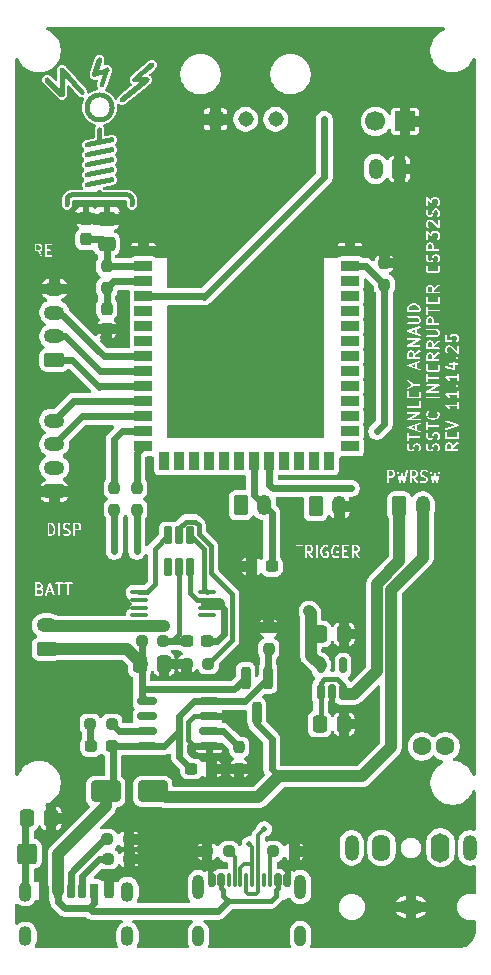
<source format=gbr>
%TF.GenerationSoftware,KiCad,Pcbnew,9.0.1*%
%TF.CreationDate,2025-10-14T12:54:38+02:00*%
%TF.ProjectId,sstc-interrupter,73737463-2d69-46e7-9465-727275707465,rev?*%
%TF.SameCoordinates,Original*%
%TF.FileFunction,Copper,L1,Top*%
%TF.FilePolarity,Positive*%
%FSLAX46Y46*%
G04 Gerber Fmt 4.6, Leading zero omitted, Abs format (unit mm)*
G04 Created by KiCad (PCBNEW 9.0.1) date 2025-10-14 12:54:38*
%MOMM*%
%LPD*%
G01*
G04 APERTURE LIST*
G04 Aperture macros list*
%AMRoundRect*
0 Rectangle with rounded corners*
0 $1 Rounding radius*
0 $2 $3 $4 $5 $6 $7 $8 $9 X,Y pos of 4 corners*
0 Add a 4 corners polygon primitive as box body*
4,1,4,$2,$3,$4,$5,$6,$7,$8,$9,$2,$3,0*
0 Add four circle primitives for the rounded corners*
1,1,$1+$1,$2,$3*
1,1,$1+$1,$4,$5*
1,1,$1+$1,$6,$7*
1,1,$1+$1,$8,$9*
0 Add four rect primitives between the rounded corners*
20,1,$1+$1,$2,$3,$4,$5,0*
20,1,$1+$1,$4,$5,$6,$7,0*
20,1,$1+$1,$6,$7,$8,$9,0*
20,1,$1+$1,$8,$9,$2,$3,0*%
G04 Aperture macros list end*
%TA.AperFunction,NonConductor*%
%ADD10C,0.000000*%
%TD*%
%ADD11C,0.150000*%
%TA.AperFunction,SMDPad,CuDef*%
%ADD12RoundRect,0.237500X-0.250000X-0.237500X0.250000X-0.237500X0.250000X0.237500X-0.250000X0.237500X0*%
%TD*%
%TA.AperFunction,SMDPad,CuDef*%
%ADD13RoundRect,0.237500X0.237500X-0.300000X0.237500X0.300000X-0.237500X0.300000X-0.237500X-0.300000X0*%
%TD*%
%TA.AperFunction,SMDPad,CuDef*%
%ADD14RoundRect,0.200000X-0.200000X0.750000X-0.200000X-0.750000X0.200000X-0.750000X0.200000X0.750000X0*%
%TD*%
%TA.AperFunction,SMDPad,CuDef*%
%ADD15RoundRect,0.250000X0.475000X-0.337500X0.475000X0.337500X-0.475000X0.337500X-0.475000X-0.337500X0*%
%TD*%
%TA.AperFunction,ComponentPad*%
%ADD16RoundRect,0.250000X-0.350000X-0.625000X0.350000X-0.625000X0.350000X0.625000X-0.350000X0.625000X0*%
%TD*%
%TA.AperFunction,ComponentPad*%
%ADD17O,1.200000X1.750000*%
%TD*%
%TA.AperFunction,ComponentPad*%
%ADD18RoundRect,0.250000X0.625000X-0.350000X0.625000X0.350000X-0.625000X0.350000X-0.625000X-0.350000X0*%
%TD*%
%TA.AperFunction,ComponentPad*%
%ADD19O,1.750000X1.200000*%
%TD*%
%TA.AperFunction,SMDPad,CuDef*%
%ADD20RoundRect,0.237500X0.250000X0.237500X-0.250000X0.237500X-0.250000X-0.237500X0.250000X-0.237500X0*%
%TD*%
%TA.AperFunction,ComponentPad*%
%ADD21RoundRect,0.250000X0.350000X0.625000X-0.350000X0.625000X-0.350000X-0.625000X0.350000X-0.625000X0*%
%TD*%
%TA.AperFunction,SMDPad,CuDef*%
%ADD22RoundRect,0.150000X-0.150000X-0.425000X0.150000X-0.425000X0.150000X0.425000X-0.150000X0.425000X0*%
%TD*%
%TA.AperFunction,SMDPad,CuDef*%
%ADD23RoundRect,0.075000X-0.075000X-0.500000X0.075000X-0.500000X0.075000X0.500000X-0.075000X0.500000X0*%
%TD*%
%TA.AperFunction,HeatsinkPad*%
%ADD24O,1.000000X2.100000*%
%TD*%
%TA.AperFunction,HeatsinkPad*%
%ADD25O,1.000000X1.800000*%
%TD*%
%TA.AperFunction,SMDPad,CuDef*%
%ADD26RoundRect,0.175000X-0.175000X-0.425000X0.175000X-0.425000X0.175000X0.425000X-0.175000X0.425000X0*%
%TD*%
%TA.AperFunction,SMDPad,CuDef*%
%ADD27RoundRect,0.190000X0.190000X0.410000X-0.190000X0.410000X-0.190000X-0.410000X0.190000X-0.410000X0*%
%TD*%
%TA.AperFunction,SMDPad,CuDef*%
%ADD28RoundRect,0.200000X0.200000X0.400000X-0.200000X0.400000X-0.200000X-0.400000X0.200000X-0.400000X0*%
%TD*%
%TA.AperFunction,SMDPad,CuDef*%
%ADD29RoundRect,0.175000X0.175000X0.425000X-0.175000X0.425000X-0.175000X-0.425000X0.175000X-0.425000X0*%
%TD*%
%TA.AperFunction,SMDPad,CuDef*%
%ADD30RoundRect,0.190000X-0.190000X-0.410000X0.190000X-0.410000X0.190000X0.410000X-0.190000X0.410000X0*%
%TD*%
%TA.AperFunction,SMDPad,CuDef*%
%ADD31RoundRect,0.200000X-0.200000X-0.400000X0.200000X-0.400000X0.200000X0.400000X-0.200000X0.400000X0*%
%TD*%
%TA.AperFunction,HeatsinkPad*%
%ADD32O,1.100000X1.700000*%
%TD*%
%TA.AperFunction,ComponentPad*%
%ADD33R,1.700000X1.700000*%
%TD*%
%TA.AperFunction,ComponentPad*%
%ADD34C,1.700000*%
%TD*%
%TA.AperFunction,SMDPad,CuDef*%
%ADD35RoundRect,0.150000X0.675000X0.150000X-0.675000X0.150000X-0.675000X-0.150000X0.675000X-0.150000X0*%
%TD*%
%TA.AperFunction,SMDPad,CuDef*%
%ADD36RoundRect,0.162500X-0.162500X0.617500X-0.162500X-0.617500X0.162500X-0.617500X0.162500X0.617500X0*%
%TD*%
%TA.AperFunction,SMDPad,CuDef*%
%ADD37RoundRect,0.237500X-0.300000X-0.237500X0.300000X-0.237500X0.300000X0.237500X-0.300000X0.237500X0*%
%TD*%
%TA.AperFunction,SMDPad,CuDef*%
%ADD38RoundRect,0.100000X0.637500X0.100000X-0.637500X0.100000X-0.637500X-0.100000X0.637500X-0.100000X0*%
%TD*%
%TA.AperFunction,ComponentPad*%
%ADD39C,1.600000*%
%TD*%
%TA.AperFunction,SMDPad,CuDef*%
%ADD40RoundRect,0.237500X0.237500X-0.250000X0.237500X0.250000X-0.237500X0.250000X-0.237500X-0.250000X0*%
%TD*%
%TA.AperFunction,SMDPad,CuDef*%
%ADD41RoundRect,0.250000X-0.337500X-0.475000X0.337500X-0.475000X0.337500X0.475000X-0.337500X0.475000X0*%
%TD*%
%TA.AperFunction,ComponentPad*%
%ADD42R,1.308000X1.308000*%
%TD*%
%TA.AperFunction,ComponentPad*%
%ADD43C,1.308000*%
%TD*%
%TA.AperFunction,SMDPad,CuDef*%
%ADD44RoundRect,0.237500X-0.237500X0.300000X-0.237500X-0.300000X0.237500X-0.300000X0.237500X0.300000X0*%
%TD*%
%TA.AperFunction,ComponentPad*%
%ADD45O,1.200000X2.200000*%
%TD*%
%TA.AperFunction,ComponentPad*%
%ADD46O,1.600000X2.300000*%
%TD*%
%TA.AperFunction,ComponentPad*%
%ADD47O,2.200000X1.200000*%
%TD*%
%TA.AperFunction,ComponentPad*%
%ADD48O,1.600000X2.500000*%
%TD*%
%TA.AperFunction,SMDPad,CuDef*%
%ADD49RoundRect,0.237500X-0.237500X0.250000X-0.237500X-0.250000X0.237500X-0.250000X0.237500X0.250000X0*%
%TD*%
%TA.AperFunction,SMDPad,CuDef*%
%ADD50RoundRect,0.150000X0.150000X-0.512500X0.150000X0.512500X-0.150000X0.512500X-0.150000X-0.512500X0*%
%TD*%
%TA.AperFunction,SMDPad,CuDef*%
%ADD51RoundRect,0.237500X0.300000X0.237500X-0.300000X0.237500X-0.300000X-0.237500X0.300000X-0.237500X0*%
%TD*%
%TA.AperFunction,ComponentPad*%
%ADD52RoundRect,0.250000X-0.600000X-0.600000X0.600000X-0.600000X0.600000X0.600000X-0.600000X0.600000X0*%
%TD*%
%TA.AperFunction,SMDPad,CuDef*%
%ADD53R,1.500000X0.900000*%
%TD*%
%TA.AperFunction,SMDPad,CuDef*%
%ADD54R,0.900000X1.500000*%
%TD*%
%TA.AperFunction,SMDPad,CuDef*%
%ADD55R,3.900000X3.900000*%
%TD*%
%TA.AperFunction,SMDPad,CuDef*%
%ADD56RoundRect,0.237500X-0.287500X-0.237500X0.287500X-0.237500X0.287500X0.237500X-0.287500X0.237500X0*%
%TD*%
%TA.AperFunction,SMDPad,CuDef*%
%ADD57RoundRect,0.250000X1.000000X0.650000X-1.000000X0.650000X-1.000000X-0.650000X1.000000X-0.650000X0*%
%TD*%
%TA.AperFunction,ViaPad*%
%ADD58C,0.500000*%
%TD*%
%TA.AperFunction,Conductor*%
%ADD59C,0.600000*%
%TD*%
%TA.AperFunction,Conductor*%
%ADD60C,1.000000*%
%TD*%
%TA.AperFunction,Conductor*%
%ADD61C,0.400000*%
%TD*%
%TA.AperFunction,Conductor*%
%ADD62C,0.300000*%
%TD*%
G04 APERTURE END LIST*
D10*
%TA.AperFunction,NonConductor*%
G36*
X94703495Y-50044008D02*
G01*
X94767914Y-50048921D01*
X94831406Y-50057010D01*
X94893890Y-50068195D01*
X94955286Y-50082397D01*
X95015514Y-50099534D01*
X95074493Y-50119526D01*
X95132144Y-50142294D01*
X95188385Y-50167756D01*
X95243137Y-50195832D01*
X95296319Y-50226443D01*
X95347851Y-50259507D01*
X95397652Y-50294944D01*
X95445642Y-50332675D01*
X95491741Y-50372617D01*
X95535868Y-50414693D01*
X95577943Y-50458820D01*
X95617886Y-50504919D01*
X95655616Y-50552909D01*
X95691054Y-50602710D01*
X95724118Y-50654242D01*
X95754728Y-50707423D01*
X95782805Y-50762175D01*
X95808267Y-50818417D01*
X95831034Y-50876067D01*
X95851027Y-50935047D01*
X95868164Y-50995275D01*
X95882365Y-51056671D01*
X95893551Y-51119155D01*
X95901640Y-51182646D01*
X95906552Y-51247065D01*
X95908208Y-51312331D01*
X95906552Y-51377597D01*
X95901640Y-51442015D01*
X95893551Y-51505507D01*
X95882365Y-51567991D01*
X95868164Y-51629387D01*
X95851027Y-51689615D01*
X95831034Y-51748595D01*
X95808267Y-51806245D01*
X95782805Y-51862486D01*
X95754728Y-51917238D01*
X95724118Y-51970420D01*
X95691054Y-52021952D01*
X95655616Y-52071753D01*
X95617886Y-52119743D01*
X95577943Y-52165842D01*
X95535868Y-52209969D01*
X95491741Y-52252044D01*
X95445642Y-52291987D01*
X95397652Y-52329717D01*
X95347851Y-52365155D01*
X95296319Y-52398219D01*
X95243137Y-52428829D01*
X95188385Y-52456906D01*
X95132144Y-52482368D01*
X95074493Y-52505135D01*
X95015514Y-52525128D01*
X94955286Y-52542265D01*
X94893890Y-52556466D01*
X94831406Y-52567652D01*
X94767914Y-52575741D01*
X94703495Y-52580653D01*
X94638230Y-52582308D01*
X94572964Y-52580653D01*
X94508545Y-52575740D01*
X94445054Y-52567651D01*
X94382569Y-52556465D01*
X94321173Y-52542263D01*
X94260945Y-52525126D01*
X94201966Y-52505132D01*
X94144315Y-52482364D01*
X94088074Y-52456901D01*
X94033322Y-52428824D01*
X93980140Y-52398213D01*
X93928609Y-52365148D01*
X93878808Y-52329710D01*
X93830818Y-52291979D01*
X93784719Y-52252035D01*
X93740591Y-52209959D01*
X93698516Y-52165832D01*
X93658573Y-52119732D01*
X93620843Y-52071742D01*
X93585405Y-52021941D01*
X93552341Y-51970409D01*
X93521731Y-51917227D01*
X93493654Y-51862475D01*
X93468192Y-51806235D01*
X93445425Y-51748585D01*
X93425432Y-51689606D01*
X93408295Y-51629379D01*
X93394094Y-51567984D01*
X93382909Y-51505501D01*
X93374819Y-51442011D01*
X93369907Y-51377594D01*
X93368252Y-51312331D01*
X93368252Y-51312306D01*
X93791586Y-51312306D01*
X93792690Y-51355815D01*
X93795965Y-51398759D01*
X93801357Y-51441086D01*
X93808815Y-51482741D01*
X93818282Y-51523670D01*
X93829707Y-51563822D01*
X93843036Y-51603140D01*
X93858214Y-51641573D01*
X93875189Y-51679067D01*
X93893907Y-51715568D01*
X93914314Y-51751022D01*
X93936357Y-51785376D01*
X93959982Y-51818577D01*
X93985136Y-51850570D01*
X94011764Y-51881302D01*
X94039815Y-51910721D01*
X94069233Y-51938771D01*
X94099965Y-51965399D01*
X94131959Y-51990553D01*
X94165159Y-52014178D01*
X94199513Y-52036221D01*
X94234967Y-52056628D01*
X94271468Y-52075346D01*
X94308962Y-52092321D01*
X94347395Y-52107500D01*
X94386714Y-52120828D01*
X94426865Y-52132253D01*
X94467795Y-52141721D01*
X94509450Y-52149178D01*
X94551776Y-52154571D01*
X94594721Y-52157846D01*
X94638230Y-52158949D01*
X94681739Y-52157846D01*
X94724683Y-52154571D01*
X94767010Y-52149179D01*
X94808665Y-52141722D01*
X94849595Y-52132255D01*
X94889746Y-52120830D01*
X94929065Y-52107502D01*
X94967498Y-52092325D01*
X95004991Y-52075350D01*
X95041492Y-52056633D01*
X95076946Y-52036227D01*
X95111300Y-52014185D01*
X95144501Y-51990561D01*
X95176494Y-51965408D01*
X95207227Y-51938780D01*
X95236645Y-51910730D01*
X95264695Y-51881312D01*
X95291324Y-51850580D01*
X95316477Y-51818588D01*
X95340102Y-51785387D01*
X95362145Y-51751033D01*
X95382552Y-51715579D01*
X95401270Y-51679078D01*
X95418245Y-51641584D01*
X95433424Y-51603150D01*
X95446752Y-51563831D01*
X95458177Y-51523679D01*
X95467645Y-51482748D01*
X95475102Y-51441091D01*
X95480495Y-51398763D01*
X95483770Y-51355817D01*
X95484873Y-51312306D01*
X95483770Y-51268797D01*
X95480495Y-51225852D01*
X95475102Y-51183526D01*
X95467646Y-51141871D01*
X95458179Y-51100941D01*
X95446754Y-51060790D01*
X95433426Y-51021471D01*
X95418249Y-50983038D01*
X95401274Y-50945544D01*
X95382557Y-50909044D01*
X95362151Y-50873589D01*
X95340109Y-50839235D01*
X95316485Y-50806035D01*
X95291332Y-50774042D01*
X95264704Y-50743309D01*
X95236654Y-50713891D01*
X95207237Y-50685841D01*
X95176505Y-50659212D01*
X95144512Y-50634058D01*
X95111311Y-50610433D01*
X95076957Y-50588390D01*
X95041503Y-50567983D01*
X95005002Y-50549265D01*
X94967508Y-50532291D01*
X94929075Y-50517112D01*
X94889755Y-50503784D01*
X94849603Y-50492359D01*
X94808672Y-50482891D01*
X94767016Y-50475434D01*
X94724687Y-50470041D01*
X94681741Y-50466766D01*
X94638230Y-50465662D01*
X94594718Y-50466766D01*
X94551772Y-50470041D01*
X94509443Y-50475434D01*
X94467786Y-50482891D01*
X94426855Y-50492359D01*
X94386702Y-50503784D01*
X94347382Y-50517112D01*
X94308948Y-50532290D01*
X94271453Y-50549265D01*
X94234951Y-50567983D01*
X94199496Y-50588390D01*
X94165141Y-50610433D01*
X94131940Y-50634058D01*
X94099947Y-50659212D01*
X94069214Y-50685841D01*
X94039796Y-50713891D01*
X94011746Y-50743309D01*
X93985117Y-50774041D01*
X93959964Y-50806035D01*
X93936339Y-50839235D01*
X93914297Y-50873589D01*
X93893891Y-50909043D01*
X93875174Y-50945544D01*
X93858200Y-50983038D01*
X93843023Y-51021471D01*
X93829696Y-51060790D01*
X93818272Y-51100941D01*
X93808806Y-51141871D01*
X93801351Y-51183526D01*
X93795960Y-51225852D01*
X93792687Y-51268797D01*
X93791586Y-51312306D01*
X93368252Y-51312306D01*
X93369907Y-51247065D01*
X93374819Y-51182646D01*
X93382909Y-51119155D01*
X93394094Y-51056671D01*
X93408295Y-50995275D01*
X93425432Y-50935047D01*
X93445425Y-50876067D01*
X93468192Y-50818417D01*
X93493655Y-50762175D01*
X93521731Y-50707423D01*
X93552341Y-50654242D01*
X93585406Y-50602710D01*
X93620843Y-50552909D01*
X93658573Y-50504919D01*
X93698516Y-50458820D01*
X93740592Y-50414693D01*
X93784719Y-50372617D01*
X93830818Y-50332675D01*
X93878808Y-50294944D01*
X93928609Y-50259507D01*
X93980140Y-50226443D01*
X94033322Y-50195832D01*
X94088074Y-50167756D01*
X94144315Y-50142294D01*
X94201966Y-50119526D01*
X94260945Y-50099534D01*
X94321173Y-50082397D01*
X94382570Y-50068195D01*
X94445054Y-50057010D01*
X94508545Y-50048921D01*
X94572964Y-50044008D01*
X94638230Y-50042353D01*
X94703495Y-50044008D01*
G37*
%TD.AperFunction*%
%TA.AperFunction,NonConductor*%
G36*
X95708590Y-54699266D02*
G01*
X95719040Y-54700118D01*
X95729369Y-54701473D01*
X95739561Y-54703322D01*
X95749600Y-54705655D01*
X95759473Y-54708460D01*
X95769164Y-54711728D01*
X95778658Y-54715449D01*
X95787940Y-54719612D01*
X95796995Y-54724207D01*
X95805809Y-54729223D01*
X95814366Y-54734651D01*
X95822652Y-54740480D01*
X95830651Y-54746701D01*
X95838348Y-54753302D01*
X95845729Y-54760273D01*
X95852778Y-54767604D01*
X95859481Y-54775286D01*
X95865822Y-54783307D01*
X95871787Y-54791657D01*
X95877361Y-54800327D01*
X95882529Y-54809305D01*
X95887275Y-54818582D01*
X95891585Y-54828147D01*
X95895444Y-54837991D01*
X95898836Y-54848102D01*
X95901748Y-54858471D01*
X95904164Y-54869087D01*
X95906022Y-54879810D01*
X95907320Y-54890500D01*
X95908070Y-54901141D01*
X95908280Y-54911717D01*
X95907962Y-54922214D01*
X95907126Y-54932615D01*
X95905783Y-54942904D01*
X95903943Y-54953067D01*
X95901616Y-54963086D01*
X95898814Y-54972947D01*
X95895546Y-54982633D01*
X95891824Y-54992130D01*
X95887657Y-55001421D01*
X95883056Y-55010490D01*
X95878031Y-55019323D01*
X95872594Y-55027903D01*
X95866754Y-55036214D01*
X95860523Y-55044241D01*
X95853910Y-55051969D01*
X95846926Y-55059381D01*
X95839581Y-55066461D01*
X95831886Y-55073195D01*
X95823852Y-55079566D01*
X95815489Y-55085559D01*
X95806808Y-55091157D01*
X95797818Y-55096346D01*
X95788531Y-55101110D01*
X95778957Y-55105433D01*
X95769106Y-55109298D01*
X95758990Y-55112692D01*
X95748617Y-55115597D01*
X95738000Y-55117998D01*
X93621379Y-55541332D01*
X93616133Y-55542369D01*
X93610877Y-55543250D01*
X93605620Y-55543982D01*
X93600373Y-55544569D01*
X93595145Y-55545016D01*
X93589948Y-55545329D01*
X93584790Y-55545513D01*
X93579683Y-55545573D01*
X93570449Y-55545370D01*
X93561285Y-55544766D01*
X93552204Y-55543769D01*
X93543216Y-55542385D01*
X93534330Y-55540621D01*
X93525559Y-55538485D01*
X93516912Y-55535983D01*
X93508400Y-55533123D01*
X93500033Y-55529911D01*
X93491823Y-55526356D01*
X93483780Y-55522463D01*
X93475915Y-55518240D01*
X93468238Y-55513695D01*
X93460759Y-55508833D01*
X93453490Y-55503663D01*
X93446441Y-55498191D01*
X93439622Y-55492424D01*
X93433045Y-55486370D01*
X93426720Y-55480036D01*
X93420657Y-55473428D01*
X93414868Y-55466554D01*
X93409362Y-55459420D01*
X93404150Y-55452035D01*
X93399243Y-55444405D01*
X93394653Y-55436536D01*
X93390388Y-55428437D01*
X93386460Y-55420114D01*
X93382879Y-55411575D01*
X93379657Y-55402826D01*
X93376803Y-55393874D01*
X93374329Y-55384727D01*
X93372244Y-55375392D01*
X93370386Y-55364667D01*
X93369088Y-55353975D01*
X93368339Y-55343332D01*
X93368128Y-55332753D01*
X93368446Y-55322254D01*
X93369282Y-55311851D01*
X93370625Y-55301559D01*
X93372466Y-55291395D01*
X93374792Y-55281373D01*
X93377594Y-55271509D01*
X93380862Y-55261820D01*
X93384585Y-55252320D01*
X93388752Y-55243025D01*
X93393353Y-55233951D01*
X93398377Y-55225114D01*
X93403814Y-55216530D01*
X93409654Y-55208213D01*
X93415886Y-55200179D01*
X93422499Y-55192445D01*
X93429483Y-55185026D01*
X93436828Y-55177938D01*
X93444522Y-55171195D01*
X93452556Y-55164815D01*
X93460919Y-55158812D01*
X93469601Y-55153202D01*
X93478590Y-55148001D01*
X93487877Y-55143225D01*
X93497451Y-55138888D01*
X93507302Y-55135008D01*
X93517419Y-55131599D01*
X93527791Y-55128677D01*
X93538409Y-55126258D01*
X95655030Y-54702924D01*
X95665866Y-54701103D01*
X95676655Y-54699836D01*
X95687382Y-54699115D01*
X95698032Y-54698929D01*
X95708590Y-54699266D01*
G37*
%TD.AperFunction*%
%TA.AperFunction,NonConductor*%
G36*
X94649135Y-58297483D02*
G01*
X94659896Y-58298301D01*
X94670499Y-58299648D01*
X94680931Y-58301510D01*
X94691178Y-58303875D01*
X94701228Y-58306729D01*
X94711067Y-58310058D01*
X94720682Y-58313850D01*
X94730059Y-58318090D01*
X94739187Y-58322766D01*
X94748050Y-58327865D01*
X94756637Y-58333372D01*
X94764934Y-58339275D01*
X94772927Y-58345560D01*
X94780604Y-58352215D01*
X94787951Y-58359224D01*
X94794955Y-58366576D01*
X94801603Y-58374257D01*
X94807882Y-58382254D01*
X94813778Y-58390553D01*
X94819279Y-58399141D01*
X94824370Y-58408004D01*
X94829040Y-58417130D01*
X94833273Y-58426504D01*
X94837059Y-58436114D01*
X94840382Y-58445947D01*
X94843230Y-58455988D01*
X94845590Y-58466225D01*
X94847449Y-58476644D01*
X94848793Y-58487232D01*
X94849609Y-58497976D01*
X94849884Y-58508862D01*
X96966505Y-58508862D01*
X97000171Y-58509656D01*
X97033283Y-58512017D01*
X97065806Y-58515910D01*
X97097707Y-58521301D01*
X97128952Y-58528158D01*
X97159508Y-58536446D01*
X97189341Y-58546131D01*
X97218417Y-58557181D01*
X97246702Y-58569560D01*
X97274162Y-58583236D01*
X97300765Y-58598175D01*
X97326475Y-58614342D01*
X97351260Y-58631705D01*
X97375086Y-58650229D01*
X97397919Y-58669881D01*
X97419725Y-58690628D01*
X97440471Y-58712434D01*
X97460122Y-58735268D01*
X97478646Y-58759094D01*
X97496008Y-58783879D01*
X97512174Y-58809590D01*
X97527112Y-58836193D01*
X97540786Y-58863654D01*
X97553165Y-58891939D01*
X97564213Y-58921015D01*
X97573897Y-58950848D01*
X97582183Y-58981404D01*
X97589038Y-59012649D01*
X97594428Y-59044550D01*
X97598319Y-59077074D01*
X97600677Y-59110185D01*
X97601469Y-59143852D01*
X97601469Y-59567185D01*
X97601194Y-59578071D01*
X97600378Y-59588815D01*
X97599034Y-59599403D01*
X97597175Y-59609822D01*
X97594815Y-59620059D01*
X97591967Y-59630100D01*
X97588644Y-59639933D01*
X97584858Y-59649543D01*
X97580624Y-59658917D01*
X97575955Y-59668043D01*
X97570864Y-59676906D01*
X97565363Y-59685494D01*
X97559467Y-59693793D01*
X97553188Y-59701790D01*
X97546540Y-59709471D01*
X97539536Y-59716823D01*
X97532189Y-59723832D01*
X97524512Y-59730487D01*
X97516519Y-59736772D01*
X97508222Y-59742675D01*
X97499635Y-59748182D01*
X97490771Y-59753281D01*
X97481644Y-59757957D01*
X97472267Y-59762197D01*
X97462652Y-59765989D01*
X97452813Y-59769318D01*
X97442763Y-59772172D01*
X97432516Y-59774537D01*
X97422084Y-59776399D01*
X97411481Y-59777746D01*
X97400720Y-59778564D01*
X97389815Y-59778839D01*
X97378909Y-59778564D01*
X97368148Y-59777746D01*
X97357545Y-59776399D01*
X97347114Y-59774537D01*
X97336866Y-59772172D01*
X97326817Y-59769318D01*
X97316978Y-59765989D01*
X97307363Y-59762197D01*
X97297985Y-59757957D01*
X97288858Y-59753281D01*
X97279994Y-59748182D01*
X97271407Y-59742675D01*
X97263111Y-59736772D01*
X97255117Y-59730487D01*
X97247440Y-59723832D01*
X97240093Y-59716823D01*
X97233089Y-59709471D01*
X97226441Y-59701790D01*
X97220162Y-59693793D01*
X97214266Y-59685494D01*
X97208766Y-59676906D01*
X97203674Y-59668043D01*
X97199005Y-59658917D01*
X97194771Y-59649543D01*
X97190986Y-59639933D01*
X97187662Y-59630100D01*
X97184814Y-59620059D01*
X97182454Y-59609822D01*
X97180595Y-59599403D01*
X97179251Y-59588815D01*
X97178435Y-59578071D01*
X97178160Y-59567185D01*
X97178160Y-59143852D01*
X97177912Y-59132108D01*
X97177174Y-59120615D01*
X97175953Y-59109382D01*
X97174257Y-59098416D01*
X97172095Y-59087725D01*
X97169474Y-59077316D01*
X97166403Y-59067199D01*
X97162889Y-59057381D01*
X97158940Y-59047870D01*
X97154565Y-59038674D01*
X97149771Y-59029801D01*
X97144566Y-59021259D01*
X97138958Y-59013055D01*
X97132956Y-59005199D01*
X97126567Y-58997697D01*
X97119799Y-58990558D01*
X97112660Y-58983790D01*
X97105158Y-58977401D01*
X97097302Y-58971399D01*
X97089098Y-58965791D01*
X97080556Y-58960587D01*
X97071683Y-58955793D01*
X97062487Y-58951417D01*
X97052975Y-58947468D01*
X97043157Y-58943954D01*
X97033040Y-58940883D01*
X97022632Y-58938262D01*
X97011941Y-58936100D01*
X97000974Y-58934405D01*
X96989741Y-58933184D01*
X96978249Y-58932445D01*
X96966505Y-58932197D01*
X92309929Y-58932197D01*
X92297236Y-58932513D01*
X92284915Y-58933446D01*
X92272967Y-58934976D01*
X92261396Y-58937081D01*
X92250202Y-58939740D01*
X92239387Y-58942932D01*
X92228955Y-58946636D01*
X92218907Y-58950831D01*
X92209245Y-58955495D01*
X92199970Y-58960609D01*
X92191086Y-58966149D01*
X92182594Y-58972096D01*
X92174497Y-58978428D01*
X92166795Y-58985124D01*
X92159492Y-58992164D01*
X92152589Y-58999525D01*
X92146089Y-59007187D01*
X92139994Y-59015128D01*
X92134304Y-59023329D01*
X92129024Y-59031766D01*
X92124154Y-59040420D01*
X92119697Y-59049269D01*
X92115654Y-59058292D01*
X92112028Y-59067469D01*
X92108822Y-59076777D01*
X92106036Y-59086195D01*
X92103673Y-59095704D01*
X92101735Y-59105281D01*
X92100224Y-59114905D01*
X92099142Y-59124556D01*
X92098492Y-59134212D01*
X92098274Y-59143852D01*
X92098274Y-59567185D01*
X92097999Y-59578071D01*
X92097183Y-59588815D01*
X92095839Y-59599403D01*
X92093981Y-59609822D01*
X92091621Y-59620059D01*
X92088772Y-59630100D01*
X92085449Y-59639933D01*
X92081664Y-59649543D01*
X92077430Y-59658917D01*
X92072761Y-59668043D01*
X92067669Y-59676906D01*
X92062169Y-59685494D01*
X92056272Y-59693793D01*
X92049994Y-59701790D01*
X92043346Y-59709471D01*
X92036341Y-59716823D01*
X92028994Y-59723832D01*
X92021317Y-59730487D01*
X92013324Y-59736772D01*
X92005027Y-59742675D01*
X91996440Y-59748182D01*
X91987577Y-59753281D01*
X91978449Y-59757957D01*
X91969072Y-59762197D01*
X91959457Y-59765989D01*
X91949618Y-59769318D01*
X91939568Y-59772172D01*
X91929321Y-59774537D01*
X91918889Y-59776399D01*
X91908286Y-59777746D01*
X91897525Y-59778564D01*
X91886620Y-59778839D01*
X91875714Y-59778564D01*
X91864953Y-59777746D01*
X91854350Y-59776399D01*
X91843918Y-59774537D01*
X91833671Y-59772172D01*
X91823621Y-59769318D01*
X91813782Y-59765989D01*
X91804167Y-59762197D01*
X91794790Y-59757957D01*
X91785662Y-59753281D01*
X91776799Y-59748182D01*
X91768212Y-59742675D01*
X91759915Y-59736772D01*
X91751922Y-59730487D01*
X91744245Y-59723832D01*
X91736898Y-59716823D01*
X91729894Y-59709471D01*
X91723245Y-59701790D01*
X91716967Y-59693793D01*
X91711070Y-59685494D01*
X91705570Y-59676906D01*
X91700479Y-59668043D01*
X91695809Y-59658917D01*
X91691575Y-59649543D01*
X91687790Y-59639933D01*
X91684467Y-59630100D01*
X91681618Y-59620059D01*
X91679258Y-59609822D01*
X91677400Y-59599403D01*
X91676056Y-59588815D01*
X91675240Y-59578071D01*
X91674965Y-59567185D01*
X91674965Y-59143852D01*
X91675775Y-59110707D01*
X91678182Y-59078051D01*
X91682149Y-59045920D01*
X91687638Y-59014351D01*
X91694613Y-58983382D01*
X91703038Y-58953049D01*
X91712874Y-58923390D01*
X91724086Y-58894440D01*
X91736636Y-58866238D01*
X91750488Y-58838820D01*
X91765605Y-58812223D01*
X91781949Y-58786485D01*
X91799485Y-58761641D01*
X91818175Y-58737730D01*
X91837982Y-58714787D01*
X91858870Y-58692851D01*
X91880801Y-58671958D01*
X91903740Y-58652144D01*
X91927648Y-58633448D01*
X91952489Y-58615905D01*
X91978227Y-58599554D01*
X92004824Y-58584430D01*
X92032243Y-58570571D01*
X92060449Y-58558014D01*
X92089403Y-58546796D01*
X92119069Y-58536954D01*
X92149410Y-58528524D01*
X92180390Y-58521544D01*
X92211971Y-58516051D01*
X92244116Y-58512082D01*
X92276790Y-58509673D01*
X92309954Y-58508862D01*
X94426575Y-58508862D01*
X94426850Y-58497976D01*
X94427666Y-58487232D01*
X94429010Y-58476644D01*
X94430868Y-58466225D01*
X94433229Y-58455988D01*
X94436077Y-58445947D01*
X94439400Y-58436114D01*
X94443186Y-58426504D01*
X94447419Y-58417130D01*
X94452089Y-58408004D01*
X94457180Y-58399141D01*
X94462681Y-58390553D01*
X94468577Y-58382254D01*
X94474856Y-58374257D01*
X94481504Y-58366576D01*
X94488508Y-58359224D01*
X94495855Y-58352215D01*
X94503532Y-58345560D01*
X94511526Y-58339275D01*
X94519822Y-58333372D01*
X94528409Y-58327865D01*
X94537273Y-58322766D01*
X94546400Y-58318090D01*
X94555778Y-58313850D01*
X94565393Y-58310058D01*
X94575232Y-58306729D01*
X94585281Y-58303875D01*
X94595529Y-58301510D01*
X94605960Y-58299648D01*
X94616563Y-58298301D01*
X94627324Y-58297483D01*
X94638230Y-58297208D01*
X94649135Y-58297483D01*
G37*
%TD.AperFunction*%
%TA.AperFunction,NonConductor*%
G36*
X94652562Y-47079357D02*
G01*
X94663059Y-47080364D01*
X94673580Y-47081909D01*
X94684109Y-47084000D01*
X94694630Y-47086645D01*
X94705125Y-47089853D01*
X94715372Y-47093567D01*
X94725310Y-47097749D01*
X94734934Y-47102382D01*
X94744233Y-47107449D01*
X94753199Y-47112935D01*
X94761825Y-47118821D01*
X94770102Y-47125091D01*
X94778021Y-47131729D01*
X94785573Y-47138718D01*
X94792752Y-47146040D01*
X94799547Y-47153679D01*
X94805951Y-47161618D01*
X94811955Y-47169841D01*
X94817551Y-47178331D01*
X94822731Y-47187071D01*
X94827485Y-47196043D01*
X94831806Y-47205232D01*
X94835686Y-47214621D01*
X94839115Y-47224192D01*
X94842085Y-47233929D01*
X94844588Y-47243816D01*
X94846616Y-47253835D01*
X94848160Y-47263969D01*
X94849212Y-47274203D01*
X94849763Y-47284518D01*
X94849805Y-47294899D01*
X94849330Y-47305328D01*
X94848328Y-47315789D01*
X94846792Y-47326265D01*
X94844714Y-47336739D01*
X94842084Y-47347195D01*
X94838895Y-47357615D01*
X94560145Y-48194734D01*
X95194712Y-47940738D01*
X95209089Y-47935608D01*
X95223681Y-47931560D01*
X95238431Y-47928585D01*
X95253281Y-47926672D01*
X95268175Y-47925814D01*
X95283055Y-47926001D01*
X95297862Y-47927223D01*
X95312541Y-47929471D01*
X95327034Y-47932735D01*
X95341283Y-47937008D01*
X95355231Y-47942278D01*
X95368820Y-47948537D01*
X95381994Y-47955776D01*
X95394694Y-47963985D01*
X95406864Y-47973156D01*
X95418446Y-47983277D01*
X95429266Y-47994249D01*
X95439168Y-48005856D01*
X95448140Y-48018042D01*
X95456168Y-48030753D01*
X95463238Y-48043935D01*
X95469336Y-48057531D01*
X95474450Y-48071488D01*
X95478565Y-48085750D01*
X95481668Y-48100263D01*
X95483746Y-48114971D01*
X95484784Y-48129820D01*
X95484769Y-48144755D01*
X95483687Y-48159722D01*
X95481526Y-48174664D01*
X95478271Y-48189528D01*
X95473908Y-48204259D01*
X95050575Y-49474236D01*
X95047662Y-49482456D01*
X95044448Y-49490480D01*
X95040939Y-49498304D01*
X95037144Y-49505924D01*
X95028733Y-49520535D01*
X95019283Y-49534279D01*
X95008863Y-49547120D01*
X94997542Y-49559026D01*
X94985389Y-49569960D01*
X94972472Y-49579890D01*
X94958860Y-49588780D01*
X94944623Y-49596596D01*
X94929828Y-49603304D01*
X94914546Y-49608870D01*
X94898843Y-49613258D01*
X94882791Y-49616435D01*
X94866456Y-49618367D01*
X94849908Y-49619018D01*
X94841621Y-49618859D01*
X94833289Y-49618376D01*
X94824922Y-49617560D01*
X94816534Y-49616405D01*
X94808137Y-49614902D01*
X94799743Y-49613044D01*
X94795550Y-49611979D01*
X94791363Y-49610822D01*
X94787183Y-49609572D01*
X94783011Y-49608229D01*
X94772765Y-49604515D01*
X94762826Y-49600333D01*
X94753203Y-49595700D01*
X94743904Y-49590632D01*
X94734937Y-49585147D01*
X94726312Y-49579261D01*
X94718035Y-49572990D01*
X94710116Y-49566353D01*
X94702564Y-49559364D01*
X94695385Y-49552042D01*
X94688590Y-49544403D01*
X94682186Y-49536463D01*
X94676182Y-49528240D01*
X94670586Y-49519751D01*
X94665407Y-49511011D01*
X94660652Y-49502039D01*
X94656331Y-49492850D01*
X94652452Y-49483461D01*
X94649023Y-49473890D01*
X94646052Y-49464153D01*
X94643549Y-49454266D01*
X94641521Y-49444247D01*
X94639977Y-49434113D01*
X94638925Y-49423879D01*
X94638374Y-49413564D01*
X94638332Y-49403183D01*
X94638808Y-49392754D01*
X94639809Y-49382293D01*
X94641345Y-49371817D01*
X94643423Y-49361343D01*
X94646053Y-49350887D01*
X94649242Y-49340467D01*
X94927992Y-48503348D01*
X94293425Y-48757344D01*
X94278977Y-48762474D01*
X94264327Y-48766521D01*
X94249533Y-48769496D01*
X94234650Y-48771406D01*
X94219736Y-48772261D01*
X94204846Y-48772069D01*
X94190038Y-48770840D01*
X94175366Y-48768583D01*
X94160889Y-48765307D01*
X94146662Y-48761020D01*
X94132741Y-48755731D01*
X94119184Y-48749450D01*
X94106046Y-48742186D01*
X94093385Y-48733947D01*
X94081256Y-48724742D01*
X94069715Y-48714581D01*
X94058896Y-48703648D01*
X94048993Y-48692076D01*
X94040021Y-48679920D01*
X94031993Y-48667234D01*
X94024923Y-48654074D01*
X94018825Y-48640496D01*
X94013711Y-48626554D01*
X94009596Y-48612304D01*
X94006493Y-48597800D01*
X94004416Y-48583099D01*
X94003378Y-48568255D01*
X94003393Y-48553323D01*
X94004474Y-48538359D01*
X94006635Y-48523417D01*
X94009891Y-48508554D01*
X94014253Y-48493823D01*
X94437587Y-47223846D01*
X94441296Y-47213596D01*
X94445467Y-47203652D01*
X94450084Y-47194021D01*
X94455131Y-47184713D01*
X94460592Y-47175735D01*
X94466451Y-47167097D01*
X94472691Y-47158807D01*
X94479296Y-47150874D01*
X94486250Y-47143306D01*
X94493536Y-47136112D01*
X94501139Y-47129300D01*
X94509042Y-47122880D01*
X94517229Y-47116859D01*
X94525684Y-47111247D01*
X94534390Y-47106052D01*
X94543331Y-47101282D01*
X94552491Y-47096946D01*
X94561854Y-47093053D01*
X94571403Y-47089611D01*
X94581123Y-47086629D01*
X94590996Y-47084116D01*
X94601007Y-47082080D01*
X94611140Y-47080529D01*
X94621378Y-47079473D01*
X94631706Y-47078920D01*
X94642106Y-47078879D01*
X94652562Y-47079357D01*
G37*
%TD.AperFunction*%
%TA.AperFunction,NonConductor*%
G36*
X91482724Y-47926702D02*
G01*
X91498364Y-47928731D01*
X91513784Y-47931905D01*
X91528918Y-47936207D01*
X91543703Y-47941622D01*
X91558071Y-47948134D01*
X91571958Y-47955727D01*
X91585299Y-47964386D01*
X91591744Y-47969110D01*
X91598028Y-47974094D01*
X91604142Y-47979337D01*
X91610079Y-47984837D01*
X91615830Y-47990591D01*
X91621387Y-47996597D01*
X93314699Y-49901564D01*
X93321732Y-49909893D01*
X93328265Y-49918476D01*
X93334299Y-49927292D01*
X93339835Y-49936324D01*
X93344874Y-49945553D01*
X93349417Y-49954959D01*
X93353466Y-49964525D01*
X93357022Y-49974231D01*
X93360085Y-49984058D01*
X93362656Y-49993989D01*
X93364738Y-50004004D01*
X93366330Y-50014085D01*
X93367435Y-50024213D01*
X93368052Y-50034368D01*
X93368183Y-50044534D01*
X93367830Y-50054690D01*
X93366993Y-50064818D01*
X93365674Y-50074899D01*
X93363873Y-50084915D01*
X93361591Y-50094847D01*
X93358830Y-50104676D01*
X93355591Y-50114383D01*
X93351875Y-50123950D01*
X93347683Y-50133358D01*
X93343016Y-50142589D01*
X93337875Y-50151623D01*
X93332261Y-50160442D01*
X93326175Y-50169027D01*
X93319619Y-50177359D01*
X93312594Y-50185420D01*
X93305100Y-50193191D01*
X93297138Y-50200653D01*
X93288809Y-50207629D01*
X93280226Y-50214110D01*
X93271410Y-50220099D01*
X93262379Y-50225595D01*
X93253151Y-50230600D01*
X93243746Y-50235115D01*
X93234182Y-50239140D01*
X93224478Y-50242676D01*
X93214653Y-50245724D01*
X93204726Y-50248285D01*
X93194715Y-50250359D01*
X93184639Y-50251948D01*
X93174517Y-50253053D01*
X93164369Y-50253674D01*
X93154211Y-50253812D01*
X93144065Y-50253468D01*
X93133947Y-50252643D01*
X93123878Y-50251337D01*
X93113875Y-50249552D01*
X93103958Y-50247288D01*
X93094145Y-50244546D01*
X93084456Y-50241327D01*
X93074908Y-50237633D01*
X93065521Y-50233462D01*
X93056314Y-50228818D01*
X93047305Y-50223700D01*
X93038513Y-50218109D01*
X93029958Y-50212046D01*
X93021657Y-50205512D01*
X93013629Y-50198508D01*
X93005894Y-50191034D01*
X92998470Y-50183092D01*
X91674940Y-48694043D01*
X91674940Y-50253983D01*
X91674790Y-50261976D01*
X91674343Y-50269913D01*
X91673603Y-50277789D01*
X91672575Y-50285596D01*
X91671262Y-50293328D01*
X91669671Y-50300979D01*
X91667803Y-50308541D01*
X91665665Y-50316009D01*
X91663260Y-50323375D01*
X91660593Y-50330633D01*
X91657667Y-50337776D01*
X91654489Y-50344798D01*
X91651060Y-50351692D01*
X91647387Y-50358451D01*
X91643474Y-50365069D01*
X91639324Y-50371540D01*
X91634942Y-50377855D01*
X91630333Y-50384010D01*
X91625500Y-50389998D01*
X91620449Y-50395811D01*
X91615183Y-50401443D01*
X91609707Y-50406887D01*
X91604026Y-50412138D01*
X91598142Y-50417187D01*
X91592062Y-50422030D01*
X91585789Y-50426658D01*
X91579327Y-50431066D01*
X91572682Y-50435246D01*
X91565856Y-50439193D01*
X91558856Y-50442899D01*
X91551684Y-50446359D01*
X91544345Y-50449564D01*
X91539410Y-50451527D01*
X91534448Y-50453361D01*
X91529460Y-50455066D01*
X91524449Y-50456642D01*
X91519417Y-50458090D01*
X91514366Y-50459410D01*
X91509298Y-50460603D01*
X91504215Y-50461669D01*
X91499120Y-50462608D01*
X91494015Y-50463420D01*
X91488901Y-50464107D01*
X91483781Y-50464668D01*
X91478658Y-50465104D01*
X91473533Y-50465414D01*
X91468408Y-50465600D01*
X91463285Y-50465662D01*
X91452978Y-50465410D01*
X91442711Y-50464656D01*
X91432501Y-50463404D01*
X91422368Y-50461659D01*
X91412332Y-50459424D01*
X91402409Y-50456702D01*
X91392621Y-50453499D01*
X91382984Y-50449819D01*
X91373519Y-50445664D01*
X91364244Y-50441040D01*
X91355178Y-50435950D01*
X91346339Y-50430398D01*
X91337748Y-50424388D01*
X91329421Y-50417924D01*
X91321380Y-50411011D01*
X91313641Y-50403652D01*
X90043663Y-49133674D01*
X90036148Y-49125770D01*
X90029118Y-49117586D01*
X90022572Y-49109140D01*
X90016512Y-49100451D01*
X90010936Y-49091538D01*
X90005845Y-49082420D01*
X90001239Y-49073115D01*
X89997118Y-49063641D01*
X89993482Y-49054018D01*
X89990330Y-49044264D01*
X89987663Y-49034398D01*
X89985482Y-49024438D01*
X89983785Y-49014404D01*
X89982573Y-49004314D01*
X89981845Y-48994186D01*
X89981603Y-48984039D01*
X89981845Y-48973892D01*
X89982573Y-48963764D01*
X89983785Y-48953673D01*
X89985482Y-48943639D01*
X89987663Y-48933678D01*
X89990330Y-48923812D01*
X89993482Y-48914057D01*
X89997118Y-48904433D01*
X90001239Y-48894958D01*
X90005845Y-48885651D01*
X90010936Y-48876531D01*
X90016512Y-48867616D01*
X90022572Y-48858926D01*
X90029118Y-48850478D01*
X90036148Y-48842292D01*
X90043663Y-48834386D01*
X90051567Y-48826868D01*
X90059751Y-48819836D01*
X90068197Y-48813289D01*
X90076886Y-48807226D01*
X90085799Y-48801649D01*
X90094917Y-48796556D01*
X90104222Y-48791949D01*
X90113696Y-48787827D01*
X90123319Y-48784189D01*
X90133073Y-48781037D01*
X90142939Y-48778369D01*
X90152899Y-48776187D01*
X90162933Y-48774489D01*
X90173023Y-48773277D01*
X90183151Y-48772549D01*
X90193298Y-48772307D01*
X90203445Y-48772549D01*
X90213573Y-48773277D01*
X90223664Y-48774489D01*
X90233698Y-48776187D01*
X90243659Y-48778369D01*
X90253526Y-48781037D01*
X90263280Y-48784189D01*
X90272905Y-48787827D01*
X90282379Y-48791949D01*
X90291686Y-48796556D01*
X90300806Y-48801649D01*
X90309721Y-48807226D01*
X90318411Y-48813289D01*
X90326859Y-48819836D01*
X90335045Y-48826868D01*
X90342951Y-48834386D01*
X91251630Y-49743040D01*
X91251630Y-48137361D01*
X91251789Y-48129153D01*
X91252261Y-48121004D01*
X91253043Y-48112924D01*
X91254128Y-48104918D01*
X91255512Y-48096993D01*
X91257190Y-48089157D01*
X91259158Y-48081416D01*
X91261409Y-48073778D01*
X91263941Y-48066250D01*
X91266746Y-48058838D01*
X91269821Y-48051549D01*
X91273161Y-48044392D01*
X91276760Y-48037371D01*
X91280614Y-48030496D01*
X91284718Y-48023772D01*
X91289066Y-48017206D01*
X91293655Y-48010807D01*
X91298478Y-48004579D01*
X91303532Y-47998532D01*
X91308811Y-47992671D01*
X91314310Y-47987004D01*
X91320025Y-47981537D01*
X91325949Y-47976278D01*
X91332080Y-47971234D01*
X91338411Y-47966411D01*
X91344937Y-47961817D01*
X91351655Y-47957459D01*
X91358558Y-47953343D01*
X91365642Y-47949477D01*
X91372902Y-47945868D01*
X91380333Y-47942523D01*
X91387930Y-47939448D01*
X91395697Y-47936707D01*
X91403516Y-47934278D01*
X91411377Y-47932159D01*
X91419274Y-47930348D01*
X91427197Y-47928842D01*
X91435139Y-47927640D01*
X91451046Y-47926141D01*
X91466929Y-47925834D01*
X91482724Y-47926702D01*
G37*
%TD.AperFunction*%
%TA.AperFunction,NonConductor*%
G36*
X95708590Y-56392362D02*
G01*
X95719040Y-56393190D01*
X95729369Y-56394527D01*
X95739561Y-56396362D01*
X95749600Y-56398685D01*
X95759473Y-56401486D01*
X95769164Y-56404754D01*
X95778658Y-56408477D01*
X95787940Y-56412647D01*
X95796995Y-56417251D01*
X95805809Y-56422279D01*
X95814366Y-56427721D01*
X95822652Y-56433567D01*
X95830651Y-56439804D01*
X95838348Y-56446424D01*
X95845729Y-56453415D01*
X95852778Y-56460766D01*
X95859481Y-56468468D01*
X95865822Y-56476509D01*
X95871787Y-56484879D01*
X95877361Y-56493567D01*
X95882529Y-56502562D01*
X95887275Y-56511855D01*
X95891585Y-56521433D01*
X95895444Y-56531288D01*
X95898836Y-56541407D01*
X95901748Y-56551782D01*
X95904164Y-56562400D01*
X95906022Y-56573122D01*
X95907320Y-56583812D01*
X95908070Y-56594453D01*
X95908280Y-56605030D01*
X95907962Y-56615526D01*
X95907126Y-56625927D01*
X95905783Y-56636217D01*
X95903943Y-56646379D01*
X95901616Y-56656398D01*
X95898814Y-56666259D01*
X95895546Y-56675945D01*
X95891824Y-56685442D01*
X95887657Y-56694733D01*
X95883056Y-56703802D01*
X95878031Y-56712635D01*
X95872594Y-56721215D01*
X95866754Y-56729526D01*
X95860523Y-56737553D01*
X95853910Y-56745280D01*
X95846926Y-56752692D01*
X95839581Y-56759773D01*
X95831886Y-56766507D01*
X95823852Y-56772878D01*
X95815489Y-56778870D01*
X95806808Y-56784469D01*
X95797818Y-56789658D01*
X95788531Y-56794422D01*
X95778957Y-56798744D01*
X95769106Y-56802610D01*
X95758990Y-56806003D01*
X95748617Y-56808908D01*
X95738000Y-56811309D01*
X93621379Y-57234644D01*
X93616133Y-57235681D01*
X93610877Y-57236562D01*
X93605620Y-57237294D01*
X93600373Y-57237880D01*
X93595145Y-57238328D01*
X93589948Y-57238640D01*
X93584790Y-57238824D01*
X93579683Y-57238885D01*
X93570449Y-57238682D01*
X93561285Y-57238078D01*
X93552204Y-57237081D01*
X93543216Y-57235696D01*
X93534330Y-57233933D01*
X93525559Y-57231796D01*
X93516912Y-57229295D01*
X93508400Y-57226434D01*
X93500033Y-57223223D01*
X93491823Y-57219667D01*
X93483780Y-57215775D01*
X93475915Y-57211552D01*
X93468238Y-57207006D01*
X93460759Y-57202145D01*
X93453490Y-57196975D01*
X93446441Y-57191503D01*
X93439622Y-57185736D01*
X93433045Y-57179682D01*
X93426720Y-57173347D01*
X93420657Y-57166740D01*
X93414868Y-57159865D01*
X93409362Y-57152732D01*
X93404150Y-57145347D01*
X93399243Y-57137716D01*
X93394653Y-57129848D01*
X93390388Y-57121749D01*
X93386460Y-57113426D01*
X93382879Y-57104887D01*
X93379657Y-57096138D01*
X93376803Y-57087186D01*
X93374329Y-57078039D01*
X93372244Y-57068704D01*
X93370386Y-57057979D01*
X93369088Y-57047287D01*
X93368339Y-57036643D01*
X93368128Y-57026065D01*
X93368446Y-57015566D01*
X93369282Y-57005163D01*
X93370625Y-56994871D01*
X93372466Y-56984707D01*
X93374792Y-56974685D01*
X93377594Y-56964821D01*
X93380862Y-56955131D01*
X93384585Y-56945631D01*
X93388752Y-56936337D01*
X93393353Y-56927263D01*
X93398377Y-56918426D01*
X93403814Y-56909841D01*
X93409654Y-56901524D01*
X93415886Y-56893491D01*
X93422499Y-56885757D01*
X93429483Y-56878338D01*
X93436828Y-56871249D01*
X93444522Y-56864507D01*
X93452556Y-56858127D01*
X93460919Y-56852124D01*
X93469601Y-56846514D01*
X93478590Y-56841313D01*
X93487877Y-56836536D01*
X93497451Y-56832200D01*
X93507302Y-56828320D01*
X93517419Y-56824911D01*
X93527791Y-56821989D01*
X93538409Y-56819569D01*
X95655030Y-56396235D01*
X95665866Y-56394357D01*
X95676655Y-56393042D01*
X95687382Y-56392278D01*
X95698032Y-56392055D01*
X95708590Y-56392362D01*
G37*
%TD.AperFunction*%
%TA.AperFunction,NonConductor*%
G36*
X94649110Y-53005894D02*
G01*
X94659871Y-53006711D01*
X94670474Y-53008058D01*
X94680905Y-53009921D01*
X94691153Y-53012285D01*
X94701203Y-53015139D01*
X94711042Y-53018468D01*
X94720656Y-53022260D01*
X94730034Y-53026501D01*
X94739161Y-53031177D01*
X94748025Y-53036275D01*
X94756612Y-53041783D01*
X94764908Y-53047686D01*
X94772902Y-53053971D01*
X94780579Y-53060625D01*
X94787926Y-53067635D01*
X94794930Y-53074987D01*
X94801578Y-53082668D01*
X94807857Y-53090664D01*
X94813753Y-53098963D01*
X94819254Y-53107551D01*
X94824345Y-53116415D01*
X94829014Y-53125540D01*
X94833248Y-53134915D01*
X94837033Y-53144525D01*
X94840357Y-53154357D01*
X94843205Y-53164399D01*
X94845565Y-53174636D01*
X94847424Y-53185055D01*
X94848768Y-53195643D01*
X94849584Y-53206387D01*
X94849859Y-53217273D01*
X94849859Y-54017359D01*
X95655030Y-53856280D01*
X95665866Y-53854439D01*
X95676655Y-53853156D01*
X95687382Y-53852420D01*
X95698032Y-53852221D01*
X95708590Y-53852548D01*
X95719040Y-53853392D01*
X95729369Y-53854741D01*
X95739561Y-53856585D01*
X95749600Y-53858914D01*
X95759473Y-53861718D01*
X95769164Y-53864986D01*
X95778658Y-53868707D01*
X95787940Y-53872873D01*
X95796995Y-53877471D01*
X95805809Y-53882491D01*
X95814366Y-53887924D01*
X95822652Y-53893759D01*
X95830651Y-53899985D01*
X95838348Y-53906593D01*
X95845729Y-53913571D01*
X95852778Y-53920909D01*
X95859481Y-53928597D01*
X95865822Y-53936625D01*
X95871787Y-53944982D01*
X95877361Y-53953658D01*
X95882529Y-53962643D01*
X95887275Y-53971925D01*
X95891585Y-53981495D01*
X95895444Y-53991342D01*
X95898836Y-54001456D01*
X95901748Y-54011827D01*
X95904164Y-54022444D01*
X95906022Y-54033167D01*
X95907320Y-54043856D01*
X95908070Y-54054497D01*
X95908280Y-54065074D01*
X95907962Y-54075571D01*
X95907126Y-54085972D01*
X95905783Y-54096261D01*
X95903943Y-54106423D01*
X95901616Y-54116443D01*
X95898814Y-54126303D01*
X95895546Y-54135990D01*
X95891824Y-54145487D01*
X95887657Y-54154777D01*
X95883056Y-54163847D01*
X95878031Y-54172680D01*
X95872594Y-54181259D01*
X95866754Y-54189571D01*
X95860523Y-54197598D01*
X95853910Y-54205325D01*
X95846926Y-54212737D01*
X95839581Y-54219818D01*
X95831886Y-54226551D01*
X95823852Y-54232923D01*
X95815489Y-54238915D01*
X95806808Y-54244514D01*
X95797818Y-54249703D01*
X95788531Y-54254467D01*
X95778957Y-54258789D01*
X95769106Y-54262655D01*
X95758990Y-54266048D01*
X95748617Y-54268953D01*
X95738000Y-54271355D01*
X93621379Y-54694689D01*
X93616133Y-54695725D01*
X93610877Y-54696607D01*
X93605620Y-54697338D01*
X93600373Y-54697925D01*
X93595145Y-54698373D01*
X93589948Y-54698686D01*
X93584790Y-54698870D01*
X93579683Y-54698930D01*
X93570449Y-54698727D01*
X93561285Y-54698123D01*
X93552204Y-54697126D01*
X93543216Y-54695742D01*
X93534330Y-54693978D01*
X93525559Y-54691841D01*
X93516912Y-54689339D01*
X93508400Y-54686479D01*
X93500033Y-54683268D01*
X93491823Y-54679712D01*
X93483780Y-54675819D01*
X93475915Y-54671596D01*
X93468238Y-54667050D01*
X93460759Y-54662188D01*
X93453490Y-54657017D01*
X93446441Y-54651544D01*
X93439622Y-54645777D01*
X93433045Y-54639722D01*
X93426720Y-54633387D01*
X93420657Y-54626778D01*
X93414868Y-54619903D01*
X93409362Y-54612769D01*
X93404150Y-54605382D01*
X93399244Y-54597750D01*
X93394653Y-54589881D01*
X93390388Y-54581780D01*
X93386460Y-54573456D01*
X93382880Y-54564914D01*
X93379657Y-54556163D01*
X93376804Y-54547210D01*
X93374329Y-54538061D01*
X93372245Y-54528723D01*
X93370387Y-54518000D01*
X93369088Y-54507311D01*
X93368339Y-54496669D01*
X93368129Y-54486093D01*
X93368447Y-54475596D01*
X93369283Y-54465195D01*
X93370626Y-54454906D01*
X93372466Y-54444744D01*
X93374792Y-54434724D01*
X93377595Y-54424864D01*
X93380863Y-54415177D01*
X93384585Y-54405680D01*
X93388752Y-54396390D01*
X93393353Y-54387320D01*
X93398377Y-54378487D01*
X93403815Y-54369908D01*
X93409655Y-54361596D01*
X93415886Y-54353569D01*
X93422499Y-54345842D01*
X93429483Y-54338430D01*
X93436828Y-54331349D01*
X93444523Y-54324615D01*
X93452557Y-54318244D01*
X93460920Y-54312252D01*
X93469601Y-54306653D01*
X93478591Y-54301464D01*
X93487878Y-54296700D01*
X93497452Y-54292378D01*
X93507303Y-54288512D01*
X93517419Y-54285119D01*
X93527792Y-54282213D01*
X93538409Y-54279812D01*
X94426550Y-54102016D01*
X94426550Y-53217273D01*
X94426825Y-53206387D01*
X94427641Y-53195643D01*
X94428985Y-53185055D01*
X94430843Y-53174636D01*
X94433203Y-53164399D01*
X94436052Y-53154357D01*
X94439375Y-53144525D01*
X94443160Y-53134915D01*
X94447394Y-53125540D01*
X94452064Y-53116415D01*
X94457155Y-53107551D01*
X94462656Y-53098963D01*
X94468552Y-53090664D01*
X94474831Y-53082668D01*
X94481479Y-53074987D01*
X94488483Y-53067635D01*
X94495830Y-53060625D01*
X94503507Y-53053971D01*
X94511500Y-53047686D01*
X94519797Y-53041783D01*
X94528384Y-53036275D01*
X94537248Y-53031177D01*
X94546375Y-53026501D01*
X94555753Y-53022260D01*
X94565367Y-53018468D01*
X94575206Y-53015139D01*
X94585256Y-53012285D01*
X94595504Y-53009921D01*
X94605935Y-53008058D01*
X94616538Y-53006711D01*
X94627299Y-53005894D01*
X94638205Y-53005618D01*
X94649110Y-53005894D01*
G37*
%TD.AperFunction*%
%TA.AperFunction,NonConductor*%
G36*
X95708590Y-55545653D02*
G01*
X95719040Y-55546473D01*
X95729369Y-55547804D01*
X95739561Y-55549635D01*
X95749600Y-55551956D01*
X95759473Y-55554755D01*
X95769164Y-55558022D01*
X95778658Y-55561747D01*
X95787940Y-55565918D01*
X95796995Y-55570525D01*
X95805809Y-55575557D01*
X95814366Y-55581003D01*
X95822652Y-55586854D01*
X95830651Y-55593097D01*
X95838348Y-55599722D01*
X95845729Y-55606719D01*
X95852778Y-55614077D01*
X95859481Y-55621784D01*
X95865822Y-55629831D01*
X95871787Y-55638207D01*
X95877361Y-55646900D01*
X95882529Y-55655901D01*
X95887275Y-55665198D01*
X95891585Y-55674781D01*
X95895444Y-55684639D01*
X95898836Y-55694761D01*
X95901748Y-55705137D01*
X95904164Y-55715756D01*
X95906022Y-55726478D01*
X95907320Y-55737168D01*
X95908070Y-55747809D01*
X95908280Y-55758386D01*
X95907962Y-55768883D01*
X95907126Y-55779284D01*
X95905783Y-55789573D01*
X95903943Y-55799735D01*
X95901616Y-55809755D01*
X95898814Y-55819615D01*
X95895546Y-55829302D01*
X95891824Y-55838799D01*
X95887657Y-55848090D01*
X95883056Y-55857159D01*
X95878031Y-55865992D01*
X95872594Y-55874571D01*
X95866754Y-55882883D01*
X95860523Y-55890910D01*
X95853910Y-55898637D01*
X95846926Y-55906049D01*
X95839581Y-55913130D01*
X95831886Y-55919864D01*
X95823852Y-55926235D01*
X95815489Y-55932227D01*
X95806808Y-55937826D01*
X95797818Y-55943015D01*
X95788531Y-55947779D01*
X95778957Y-55952101D01*
X95769106Y-55955967D01*
X95758990Y-55959360D01*
X95748617Y-55962265D01*
X95738000Y-55964666D01*
X93621379Y-56388000D01*
X93616133Y-56389037D01*
X93610877Y-56389918D01*
X93605620Y-56390650D01*
X93600373Y-56391237D01*
X93595145Y-56391684D01*
X93589948Y-56391997D01*
X93584790Y-56392181D01*
X93579683Y-56392241D01*
X93570449Y-56392039D01*
X93561285Y-56391435D01*
X93552204Y-56390437D01*
X93543216Y-56389052D01*
X93534330Y-56387288D01*
X93525559Y-56385151D01*
X93516912Y-56382649D01*
X93508400Y-56379788D01*
X93500033Y-56376576D01*
X93491823Y-56373019D01*
X93483780Y-56369126D01*
X93475915Y-56364902D01*
X93468238Y-56360356D01*
X93460759Y-56355493D01*
X93453490Y-56350322D01*
X93446441Y-56344850D01*
X93439622Y-56339083D01*
X93433045Y-56333028D01*
X93426720Y-56326693D01*
X93420657Y-56320085D01*
X93414868Y-56313211D01*
X93409362Y-56306077D01*
X93404150Y-56298692D01*
X93399243Y-56291062D01*
X93394653Y-56283194D01*
X93390388Y-56275096D01*
X93386460Y-56266774D01*
X93382879Y-56258236D01*
X93379657Y-56249488D01*
X93376803Y-56240538D01*
X93374329Y-56231393D01*
X93372244Y-56222060D01*
X93370386Y-56211335D01*
X93369088Y-56200643D01*
X93368339Y-56189999D01*
X93368128Y-56179421D01*
X93368446Y-56168922D01*
X93369282Y-56158519D01*
X93370625Y-56148227D01*
X93372466Y-56138063D01*
X93374792Y-56128041D01*
X93377594Y-56118177D01*
X93380862Y-56108488D01*
X93384585Y-56098988D01*
X93388752Y-56089693D01*
X93393353Y-56080619D01*
X93398377Y-56071782D01*
X93403814Y-56063198D01*
X93409654Y-56054881D01*
X93415886Y-56046848D01*
X93422499Y-56039114D01*
X93429483Y-56031694D01*
X93436828Y-56024606D01*
X93444522Y-56017864D01*
X93452556Y-56011483D01*
X93460919Y-56005480D01*
X93469601Y-55999870D01*
X93478590Y-55994669D01*
X93487877Y-55989893D01*
X93497451Y-55985556D01*
X93507302Y-55981676D01*
X93517419Y-55978267D01*
X93527791Y-55975345D01*
X93538409Y-55972925D01*
X95655030Y-55549592D01*
X95665866Y-55547697D01*
X95676655Y-55546366D01*
X95687382Y-55545589D01*
X95698032Y-55545355D01*
X95708590Y-55545653D01*
G37*
%TD.AperFunction*%
%TA.AperFunction,NonConductor*%
G36*
X99089300Y-47502623D02*
G01*
X99099436Y-47503151D01*
X99109534Y-47504161D01*
X99119576Y-47505651D01*
X99129544Y-47507621D01*
X99139418Y-47510069D01*
X99149180Y-47512993D01*
X99158811Y-47516393D01*
X99168292Y-47520267D01*
X99177605Y-47524615D01*
X99186730Y-47529434D01*
X99195649Y-47534723D01*
X99204343Y-47540481D01*
X99212794Y-47546707D01*
X99220982Y-47553400D01*
X99228889Y-47560558D01*
X99236496Y-47568180D01*
X99243784Y-47576264D01*
X99250674Y-47584726D01*
X99257059Y-47593431D01*
X99262939Y-47602360D01*
X99268316Y-47611495D01*
X99273192Y-47620816D01*
X99277569Y-47630305D01*
X99281446Y-47639943D01*
X99284827Y-47649712D01*
X99287713Y-47659593D01*
X99290104Y-47669567D01*
X99292003Y-47679615D01*
X99293411Y-47689719D01*
X99294329Y-47699860D01*
X99294759Y-47710019D01*
X99294703Y-47720178D01*
X99294161Y-47730317D01*
X99293136Y-47740419D01*
X99291628Y-47750464D01*
X99289640Y-47760433D01*
X99287173Y-47770309D01*
X99284227Y-47780071D01*
X99280806Y-47789702D01*
X99276909Y-47799183D01*
X99272539Y-47808495D01*
X99267698Y-47817619D01*
X99262386Y-47826537D01*
X99256604Y-47835229D01*
X99250356Y-47843678D01*
X99243641Y-47851864D01*
X99236462Y-47859769D01*
X99228819Y-47867374D01*
X99220715Y-47874660D01*
X98173629Y-48772325D01*
X98659818Y-48772325D01*
X98668221Y-48772491D01*
X98676559Y-48772983D01*
X98684824Y-48773798D01*
X98693008Y-48774929D01*
X98701104Y-48776371D01*
X98709105Y-48778120D01*
X98717003Y-48780170D01*
X98724790Y-48782515D01*
X98732461Y-48785151D01*
X98740006Y-48788073D01*
X98747419Y-48791274D01*
X98754692Y-48794751D01*
X98761817Y-48798496D01*
X98768789Y-48802507D01*
X98775598Y-48806776D01*
X98782238Y-48811299D01*
X98788702Y-48816071D01*
X98794981Y-48821087D01*
X98801069Y-48826340D01*
X98806957Y-48831827D01*
X98812640Y-48837541D01*
X98818109Y-48843478D01*
X98823357Y-48849632D01*
X98828376Y-48855998D01*
X98833159Y-48862571D01*
X98837699Y-48869346D01*
X98841989Y-48876316D01*
X98846020Y-48883478D01*
X98849786Y-48890826D01*
X98853279Y-48898355D01*
X98856492Y-48906059D01*
X98859417Y-48913933D01*
X98862048Y-48921917D01*
X98864348Y-48929948D01*
X98866320Y-48938017D01*
X98867966Y-48946116D01*
X98869288Y-48954236D01*
X98870290Y-48962367D01*
X98870973Y-48970502D01*
X98871341Y-48978631D01*
X98871396Y-48986746D01*
X98871140Y-48994838D01*
X98870576Y-49002899D01*
X98869706Y-49010918D01*
X98868534Y-49018889D01*
X98867061Y-49026801D01*
X98865291Y-49034646D01*
X98863225Y-49042416D01*
X98860866Y-49050101D01*
X98858218Y-49057694D01*
X98855281Y-49065184D01*
X98852060Y-49072564D01*
X98848556Y-49079824D01*
X98844772Y-49086956D01*
X98840711Y-49093951D01*
X98836375Y-49100801D01*
X98831767Y-49107496D01*
X98826889Y-49114028D01*
X98821743Y-49120388D01*
X98816334Y-49126567D01*
X98810662Y-49132556D01*
X98804730Y-49138348D01*
X98798541Y-49143932D01*
X98792099Y-49149301D01*
X96675477Y-50842612D01*
X96668049Y-50848263D01*
X96660458Y-50853542D01*
X96652717Y-50858450D01*
X96644835Y-50862989D01*
X96636825Y-50867159D01*
X96628697Y-50870961D01*
X96620463Y-50874396D01*
X96612133Y-50877466D01*
X96603719Y-50880170D01*
X96595231Y-50882511D01*
X96586682Y-50884489D01*
X96578082Y-50886106D01*
X96569442Y-50887361D01*
X96560773Y-50888256D01*
X96552087Y-50888793D01*
X96543394Y-50888972D01*
X96531740Y-50888655D01*
X96520133Y-50887705D01*
X96508601Y-50886126D01*
X96497172Y-50883919D01*
X96485871Y-50881088D01*
X96474727Y-50877634D01*
X96463766Y-50873559D01*
X96453016Y-50868868D01*
X96442505Y-50863561D01*
X96432258Y-50857642D01*
X96422305Y-50851112D01*
X96412670Y-50843975D01*
X96403383Y-50836233D01*
X96394470Y-50827888D01*
X96385958Y-50818943D01*
X96377875Y-50809400D01*
X96371286Y-50800727D01*
X96365210Y-50791828D01*
X96359644Y-50782721D01*
X96354586Y-50773424D01*
X96350035Y-50763956D01*
X96345988Y-50754337D01*
X96342442Y-50744584D01*
X96339397Y-50734716D01*
X96336850Y-50724752D01*
X96334799Y-50714711D01*
X96333242Y-50704611D01*
X96332176Y-50694471D01*
X96331599Y-50684309D01*
X96331511Y-50674145D01*
X96331907Y-50663997D01*
X96332787Y-50653883D01*
X96334148Y-50643823D01*
X96335988Y-50633835D01*
X96338306Y-50623938D01*
X96341098Y-50614150D01*
X96344363Y-50604490D01*
X96348099Y-50594976D01*
X96352303Y-50585628D01*
X96356974Y-50576465D01*
X96362110Y-50567504D01*
X96367708Y-50558764D01*
X96373766Y-50550264D01*
X96380283Y-50542023D01*
X96387256Y-50534060D01*
X96394682Y-50526393D01*
X96402561Y-50519040D01*
X96410890Y-50512022D01*
X98056354Y-49195685D01*
X97601494Y-49195685D01*
X97593209Y-49195524D01*
X97584988Y-49195044D01*
X97576836Y-49194251D01*
X97568762Y-49193149D01*
X97560772Y-49191744D01*
X97552873Y-49190040D01*
X97545073Y-49188043D01*
X97537378Y-49185757D01*
X97529796Y-49183188D01*
X97522334Y-49180341D01*
X97514999Y-49177220D01*
X97507798Y-49173831D01*
X97500739Y-49170179D01*
X97493828Y-49166269D01*
X97487073Y-49162105D01*
X97480480Y-49157694D01*
X97474057Y-49153039D01*
X97467812Y-49148146D01*
X97461750Y-49143021D01*
X97455880Y-49137667D01*
X97450209Y-49132090D01*
X97444743Y-49126296D01*
X97439489Y-49120289D01*
X97434456Y-49114074D01*
X97429649Y-49107656D01*
X97425077Y-49101040D01*
X97420746Y-49094231D01*
X97416664Y-49087235D01*
X97412837Y-49080057D01*
X97409272Y-49072700D01*
X97405978Y-49065172D01*
X97402961Y-49057475D01*
X97400244Y-49049667D01*
X97397847Y-49041806D01*
X97395767Y-49033899D01*
X97394002Y-49025956D01*
X97392549Y-49017985D01*
X97391408Y-49009994D01*
X97390575Y-49001993D01*
X97390048Y-48993990D01*
X97389906Y-48978009D01*
X97390966Y-48962122D01*
X97393209Y-48946396D01*
X97396620Y-48930899D01*
X97401182Y-48915700D01*
X97406878Y-48900867D01*
X97413691Y-48886468D01*
X97417511Y-48879452D01*
X97421605Y-48872571D01*
X97425969Y-48865832D01*
X97430602Y-48859245D01*
X97435502Y-48852817D01*
X97440666Y-48846558D01*
X97446094Y-48840475D01*
X97451781Y-48834578D01*
X97457727Y-48828874D01*
X97463929Y-48823373D01*
X98945562Y-47553395D01*
X98954004Y-47546542D01*
X98962690Y-47540190D01*
X98971601Y-47534337D01*
X98980720Y-47528983D01*
X98990026Y-47524126D01*
X98999501Y-47519766D01*
X99009127Y-47515899D01*
X99018885Y-47512526D01*
X99028756Y-47509646D01*
X99038720Y-47507256D01*
X99048761Y-47505355D01*
X99058857Y-47503943D01*
X99068992Y-47503018D01*
X99079146Y-47502578D01*
X99089300Y-47502623D01*
G37*
%TD.AperFunction*%
%TA.AperFunction,NonConductor*%
G36*
X95708590Y-57239006D02*
G01*
X95719040Y-57239834D01*
X95729369Y-57241171D01*
X95739561Y-57243006D01*
X95749600Y-57245329D01*
X95759473Y-57248130D01*
X95769164Y-57251397D01*
X95778658Y-57255121D01*
X95787940Y-57259290D01*
X95796995Y-57263894D01*
X95805809Y-57268923D01*
X95814366Y-57274365D01*
X95822652Y-57280210D01*
X95830651Y-57286448D01*
X95838348Y-57293067D01*
X95845729Y-57300058D01*
X95852778Y-57307410D01*
X95859481Y-57315111D01*
X95865822Y-57323152D01*
X95871787Y-57331522D01*
X95877361Y-57340210D01*
X95882529Y-57349205D01*
X95887275Y-57358498D01*
X95891585Y-57368076D01*
X95895444Y-57377931D01*
X95898836Y-57388051D01*
X95901748Y-57398425D01*
X95904164Y-57409043D01*
X95906022Y-57419765D01*
X95907320Y-57430455D01*
X95908070Y-57441096D01*
X95908280Y-57451673D01*
X95907962Y-57462169D01*
X95907126Y-57472570D01*
X95905783Y-57482860D01*
X95903943Y-57493022D01*
X95901616Y-57503041D01*
X95898814Y-57512902D01*
X95895546Y-57522588D01*
X95891824Y-57532085D01*
X95887657Y-57541376D01*
X95883056Y-57550445D01*
X95878031Y-57559278D01*
X95872594Y-57567858D01*
X95866754Y-57576169D01*
X95860523Y-57584196D01*
X95853910Y-57591924D01*
X95846926Y-57599336D01*
X95839581Y-57606416D01*
X95831886Y-57613150D01*
X95823852Y-57619521D01*
X95815489Y-57625514D01*
X95806808Y-57631113D01*
X95797818Y-57636302D01*
X95788531Y-57641065D01*
X95778957Y-57645388D01*
X95769106Y-57649254D01*
X95758990Y-57652647D01*
X95748617Y-57655552D01*
X95738000Y-57657953D01*
X93621379Y-58081287D01*
X93616133Y-58082324D01*
X93610877Y-58083205D01*
X93605620Y-58083937D01*
X93600373Y-58084524D01*
X93595145Y-58084971D01*
X93589948Y-58085284D01*
X93584790Y-58085468D01*
X93579683Y-58085529D01*
X93570449Y-58085326D01*
X93561285Y-58084722D01*
X93552204Y-58083725D01*
X93543216Y-58082340D01*
X93534330Y-58080577D01*
X93525559Y-58078440D01*
X93516912Y-58075938D01*
X93508400Y-58073078D01*
X93500033Y-58069867D01*
X93491823Y-58066311D01*
X93483780Y-58062418D01*
X93475915Y-58058196D01*
X93468238Y-58053650D01*
X93460759Y-58048788D01*
X93453490Y-58043618D01*
X93446441Y-58038146D01*
X93439622Y-58032379D01*
X93433045Y-58026325D01*
X93426720Y-58019991D01*
X93420657Y-58013383D01*
X93414868Y-58006509D01*
X93409362Y-57999375D01*
X93404150Y-57991990D01*
X93399243Y-57984360D01*
X93394653Y-57976491D01*
X93390388Y-57968392D01*
X93386460Y-57960069D01*
X93382879Y-57951530D01*
X93379657Y-57942781D01*
X93376803Y-57933829D01*
X93374329Y-57924682D01*
X93372244Y-57915347D01*
X93370386Y-57904622D01*
X93369088Y-57893930D01*
X93368339Y-57883286D01*
X93368128Y-57872708D01*
X93368446Y-57862209D01*
X93369282Y-57851806D01*
X93370625Y-57841514D01*
X93372466Y-57831350D01*
X93374792Y-57821328D01*
X93377594Y-57811464D01*
X93380862Y-57801774D01*
X93384585Y-57792274D01*
X93388752Y-57782980D01*
X93393353Y-57773906D01*
X93398377Y-57765069D01*
X93403814Y-57756484D01*
X93409654Y-57748168D01*
X93415886Y-57740134D01*
X93422499Y-57732400D01*
X93429483Y-57724981D01*
X93436828Y-57717893D01*
X93444522Y-57711150D01*
X93452556Y-57704770D01*
X93460919Y-57698767D01*
X93469601Y-57693157D01*
X93478590Y-57687956D01*
X93487877Y-57683180D01*
X93497451Y-57678843D01*
X93507302Y-57674963D01*
X93517419Y-57671554D01*
X93527791Y-57668632D01*
X93538409Y-57666212D01*
X95655030Y-57242879D01*
X95665866Y-57241001D01*
X95676655Y-57239685D01*
X95687382Y-57238922D01*
X95698032Y-57238699D01*
X95708590Y-57239006D01*
G37*
%TD.AperFunction*%
D11*
G36*
X121367743Y-82161918D02*
G01*
X121394383Y-82191519D01*
X121425826Y-82261392D01*
X121425826Y-82372054D01*
X121394383Y-82441927D01*
X121367743Y-82471528D01*
X121309963Y-82503628D01*
X121061540Y-82503628D01*
X121061540Y-82129819D01*
X121309963Y-82129819D01*
X121367743Y-82161918D01*
G37*
G36*
X119439172Y-82161918D02*
G01*
X119465812Y-82191519D01*
X119497255Y-82261392D01*
X119497255Y-82372054D01*
X119465812Y-82441927D01*
X119439172Y-82471528D01*
X119381392Y-82503628D01*
X119132969Y-82503628D01*
X119132969Y-82129819D01*
X119381392Y-82129819D01*
X119439172Y-82161918D01*
G37*
G36*
X123615501Y-83240930D02*
G01*
X118871858Y-83240930D01*
X118871858Y-82054819D01*
X118982969Y-82054819D01*
X118982969Y-83054819D01*
X118984410Y-83069451D01*
X118995609Y-83096487D01*
X119016301Y-83117179D01*
X119043337Y-83128378D01*
X119072601Y-83128378D01*
X119099637Y-83117179D01*
X119120329Y-83096487D01*
X119131528Y-83069451D01*
X119132969Y-83054819D01*
X119132969Y-82653628D01*
X119400826Y-82653628D01*
X119415458Y-82652187D01*
X119419458Y-82650529D01*
X119423758Y-82650036D01*
X119437249Y-82644190D01*
X119522964Y-82596571D01*
X119529665Y-82591934D01*
X119531429Y-82591093D01*
X119533141Y-82589529D01*
X119535055Y-82588206D01*
X119536273Y-82586670D01*
X119542288Y-82581181D01*
X119585145Y-82533562D01*
X119589046Y-82528263D01*
X119590474Y-82526919D01*
X119592022Y-82524220D01*
X119593862Y-82521722D01*
X119594514Y-82519878D01*
X119597792Y-82514167D01*
X119640649Y-82418929D01*
X119645340Y-82404994D01*
X119645374Y-82403844D01*
X119645814Y-82402784D01*
X119647255Y-82388152D01*
X119647255Y-82245295D01*
X119645814Y-82230663D01*
X119645374Y-82229602D01*
X119645340Y-82228453D01*
X119640649Y-82214518D01*
X119597792Y-82119280D01*
X119594514Y-82113568D01*
X119593862Y-82111725D01*
X119592022Y-82109226D01*
X119590474Y-82106528D01*
X119589046Y-82105183D01*
X119585145Y-82099885D01*
X119545581Y-82055925D01*
X119797263Y-82055925D01*
X119798920Y-82070534D01*
X120013206Y-83070534D01*
X120015881Y-83078908D01*
X120016179Y-83080783D01*
X120016809Y-83081812D01*
X120017681Y-83084539D01*
X120024861Y-83094949D01*
X120031470Y-83105733D01*
X120033130Y-83106939D01*
X120034296Y-83108629D01*
X120044918Y-83115502D01*
X120055146Y-83122932D01*
X120057140Y-83123410D01*
X120058864Y-83124526D01*
X120071302Y-83126809D01*
X120083602Y-83129762D01*
X120085629Y-83129440D01*
X120087647Y-83129811D01*
X120100021Y-83127159D01*
X120112505Y-83125181D01*
X120114251Y-83124110D01*
X120116261Y-83123680D01*
X120126680Y-83116493D01*
X120137455Y-83109890D01*
X120138660Y-83108230D01*
X120140350Y-83107065D01*
X120147222Y-83096444D01*
X120154654Y-83086214D01*
X120155590Y-83083511D01*
X120156248Y-83082496D01*
X120156591Y-83080625D01*
X120159470Y-83072322D01*
X120257969Y-82661907D01*
X120356469Y-83072322D01*
X120359349Y-83080630D01*
X120359692Y-83082496D01*
X120360346Y-83083508D01*
X120361285Y-83086214D01*
X120368723Y-83096454D01*
X120375589Y-83107064D01*
X120377276Y-83108228D01*
X120378484Y-83109890D01*
X120389277Y-83116505D01*
X120399678Y-83123679D01*
X120401682Y-83124108D01*
X120403434Y-83125182D01*
X120415935Y-83127163D01*
X120428292Y-83129811D01*
X120430308Y-83129440D01*
X120432337Y-83129762D01*
X120444653Y-83126806D01*
X120457075Y-83124525D01*
X120458793Y-83123412D01*
X120460793Y-83122933D01*
X120471040Y-83115488D01*
X120481643Y-83108628D01*
X120482806Y-83106940D01*
X120484469Y-83105733D01*
X120491082Y-83094941D01*
X120498258Y-83084539D01*
X120499128Y-83081814D01*
X120499760Y-83080784D01*
X120500057Y-83078907D01*
X120502733Y-83070534D01*
X120717019Y-82070533D01*
X120718676Y-82055924D01*
X120718473Y-82054819D01*
X120911540Y-82054819D01*
X120911540Y-83054819D01*
X120912981Y-83069451D01*
X120924180Y-83096487D01*
X120944872Y-83117179D01*
X120971908Y-83128378D01*
X121001172Y-83128378D01*
X121028208Y-83117179D01*
X121048900Y-83096487D01*
X121060099Y-83069451D01*
X121061540Y-83054819D01*
X121061540Y-82653628D01*
X121159433Y-82653628D01*
X121437369Y-83094796D01*
X121446387Y-83106408D01*
X121470274Y-83123314D01*
X121498811Y-83129791D01*
X121527655Y-83124856D01*
X121552415Y-83109257D01*
X121569321Y-83085370D01*
X121575799Y-83056833D01*
X121570863Y-83027989D01*
X121564283Y-83014841D01*
X121336291Y-82652949D01*
X121344029Y-82652187D01*
X121348029Y-82650529D01*
X121352329Y-82650036D01*
X121365820Y-82644190D01*
X121451535Y-82596571D01*
X121458236Y-82591934D01*
X121460000Y-82591093D01*
X121461712Y-82589529D01*
X121463626Y-82588206D01*
X121464844Y-82586670D01*
X121470859Y-82581181D01*
X121513716Y-82533562D01*
X121517617Y-82528263D01*
X121519045Y-82526919D01*
X121520593Y-82524220D01*
X121522433Y-82521722D01*
X121523085Y-82519878D01*
X121526363Y-82514167D01*
X121569220Y-82418929D01*
X121573911Y-82404994D01*
X121573945Y-82403844D01*
X121574385Y-82402784D01*
X121575826Y-82388152D01*
X121575826Y-82245295D01*
X121768683Y-82245295D01*
X121768683Y-82340533D01*
X121770124Y-82355165D01*
X121770563Y-82356225D01*
X121770598Y-82357376D01*
X121775289Y-82371310D01*
X121818146Y-82466549D01*
X121821423Y-82472260D01*
X121822076Y-82474103D01*
X121823916Y-82476602D01*
X121825465Y-82479301D01*
X121826892Y-82480644D01*
X121830793Y-82485943D01*
X121873650Y-82533562D01*
X121879666Y-82539054D01*
X121880883Y-82540586D01*
X121882792Y-82541907D01*
X121884509Y-82543474D01*
X121886274Y-82544316D01*
X121892974Y-82548952D01*
X121978689Y-82596571D01*
X121980596Y-82597397D01*
X121981326Y-82597968D01*
X121986793Y-82600083D01*
X121992179Y-82602417D01*
X121993099Y-82602522D01*
X121995039Y-82603273D01*
X122157894Y-82648510D01*
X122224886Y-82685727D01*
X122251526Y-82715328D01*
X122282969Y-82785201D01*
X122282969Y-82848244D01*
X122251526Y-82918117D01*
X122224884Y-82947720D01*
X122167106Y-82979819D01*
X121985697Y-82979819D01*
X121869731Y-82936869D01*
X121855510Y-82933138D01*
X121826267Y-82934250D01*
X121799677Y-82946467D01*
X121779785Y-82967931D01*
X121769621Y-82995373D01*
X121770733Y-83024616D01*
X121782950Y-83051206D01*
X121804414Y-83071098D01*
X121817635Y-83077531D01*
X121946207Y-83125150D01*
X121956089Y-83127742D01*
X121957623Y-83128378D01*
X121959044Y-83128517D01*
X121960428Y-83128881D01*
X121962089Y-83128817D01*
X121972255Y-83129819D01*
X122186540Y-83129819D01*
X122201172Y-83128378D01*
X122205172Y-83126720D01*
X122209472Y-83126227D01*
X122222963Y-83120381D01*
X122308678Y-83072762D01*
X122315379Y-83068125D01*
X122317143Y-83067284D01*
X122318856Y-83065720D01*
X122320769Y-83064397D01*
X122321986Y-83062863D01*
X122328003Y-83057372D01*
X122370859Y-83009752D01*
X122374760Y-83004453D01*
X122376188Y-83003109D01*
X122377736Y-83000410D01*
X122379576Y-82997912D01*
X122380228Y-82996068D01*
X122383506Y-82990357D01*
X122426363Y-82895119D01*
X122431054Y-82881184D01*
X122431088Y-82880034D01*
X122431528Y-82878974D01*
X122432969Y-82864342D01*
X122432969Y-82769104D01*
X122431528Y-82754472D01*
X122431088Y-82753411D01*
X122431054Y-82752262D01*
X122426363Y-82738327D01*
X122383506Y-82643089D01*
X122380228Y-82637377D01*
X122379576Y-82635534D01*
X122377736Y-82633035D01*
X122376188Y-82630337D01*
X122374760Y-82628992D01*
X122370859Y-82623694D01*
X122328002Y-82576075D01*
X122321987Y-82570585D01*
X122320769Y-82569050D01*
X122318855Y-82567726D01*
X122317143Y-82566163D01*
X122315379Y-82565321D01*
X122308678Y-82560685D01*
X122222963Y-82513066D01*
X122221055Y-82512239D01*
X122220326Y-82511669D01*
X122214852Y-82509551D01*
X122209472Y-82507220D01*
X122208552Y-82507114D01*
X122206613Y-82506364D01*
X122043757Y-82461126D01*
X121976765Y-82423909D01*
X121950125Y-82394308D01*
X121918683Y-82324436D01*
X121918683Y-82261391D01*
X121950125Y-82191519D01*
X121976765Y-82161918D01*
X122034546Y-82129819D01*
X122215955Y-82129819D01*
X122331921Y-82172769D01*
X122346142Y-82176500D01*
X122375385Y-82175388D01*
X122401975Y-82163171D01*
X122421867Y-82141707D01*
X122432031Y-82114265D01*
X122430919Y-82085022D01*
X122418702Y-82058432D01*
X122415997Y-82055925D01*
X122582977Y-82055925D01*
X122584634Y-82070534D01*
X122798920Y-83070534D01*
X122801595Y-83078908D01*
X122801893Y-83080783D01*
X122802523Y-83081812D01*
X122803395Y-83084539D01*
X122810575Y-83094949D01*
X122817184Y-83105733D01*
X122818844Y-83106939D01*
X122820010Y-83108629D01*
X122830632Y-83115502D01*
X122840860Y-83122932D01*
X122842854Y-83123410D01*
X122844578Y-83124526D01*
X122857016Y-83126809D01*
X122869316Y-83129762D01*
X122871343Y-83129440D01*
X122873361Y-83129811D01*
X122885735Y-83127159D01*
X122898219Y-83125181D01*
X122899965Y-83124110D01*
X122901975Y-83123680D01*
X122912394Y-83116493D01*
X122923169Y-83109890D01*
X122924374Y-83108230D01*
X122926064Y-83107065D01*
X122932936Y-83096444D01*
X122940368Y-83086214D01*
X122941304Y-83083511D01*
X122941962Y-83082496D01*
X122942305Y-83080625D01*
X122945184Y-83072322D01*
X123043683Y-82661907D01*
X123142183Y-83072322D01*
X123145063Y-83080630D01*
X123145406Y-83082496D01*
X123146060Y-83083508D01*
X123146999Y-83086214D01*
X123154437Y-83096454D01*
X123161303Y-83107064D01*
X123162990Y-83108228D01*
X123164198Y-83109890D01*
X123174991Y-83116505D01*
X123185392Y-83123679D01*
X123187396Y-83124108D01*
X123189148Y-83125182D01*
X123201649Y-83127163D01*
X123214006Y-83129811D01*
X123216022Y-83129440D01*
X123218051Y-83129762D01*
X123230367Y-83126806D01*
X123242789Y-83124525D01*
X123244507Y-83123412D01*
X123246507Y-83122933D01*
X123256754Y-83115488D01*
X123267357Y-83108628D01*
X123268520Y-83106940D01*
X123270183Y-83105733D01*
X123276796Y-83094941D01*
X123283972Y-83084539D01*
X123284842Y-83081814D01*
X123285474Y-83080784D01*
X123285771Y-83078907D01*
X123288447Y-83070534D01*
X123502733Y-82070533D01*
X123504390Y-82055924D01*
X123499105Y-82027142D01*
X123483207Y-82002573D01*
X123459118Y-81985958D01*
X123430504Y-81979827D01*
X123401721Y-81985112D01*
X123377153Y-82001009D01*
X123360538Y-82025099D01*
X123356063Y-82039104D01*
X123210971Y-82716195D01*
X123116612Y-82323030D01*
X123114353Y-82316514D01*
X123114045Y-82314569D01*
X123113201Y-82313193D01*
X123111796Y-82309138D01*
X123104887Y-82299627D01*
X123098753Y-82289619D01*
X123096347Y-82287871D01*
X123094597Y-82285462D01*
X123084580Y-82279323D01*
X123075078Y-82272420D01*
X123072183Y-82271725D01*
X123069647Y-82270171D01*
X123058042Y-82268331D01*
X123046622Y-82265591D01*
X123043685Y-82266056D01*
X123040744Y-82265590D01*
X123029311Y-82268334D01*
X123017719Y-82270171D01*
X123015183Y-82271725D01*
X123012288Y-82272420D01*
X123002777Y-82279328D01*
X122992769Y-82285463D01*
X122991021Y-82287868D01*
X122988612Y-82289619D01*
X122982470Y-82299639D01*
X122975570Y-82309139D01*
X122974164Y-82313192D01*
X122973321Y-82314569D01*
X122973012Y-82316515D01*
X122970754Y-82323030D01*
X122876394Y-82716194D01*
X122731304Y-82039104D01*
X122726829Y-82025099D01*
X122710214Y-82001010D01*
X122685646Y-81985113D01*
X122656863Y-81979827D01*
X122628249Y-81985959D01*
X122604160Y-82002574D01*
X122588263Y-82027142D01*
X122582977Y-82055925D01*
X122415997Y-82055925D01*
X122397238Y-82038540D01*
X122384017Y-82032107D01*
X122255445Y-81984488D01*
X122245562Y-81981895D01*
X122244029Y-81981260D01*
X122242607Y-81981120D01*
X122241224Y-81980757D01*
X122239562Y-81980820D01*
X122229397Y-81979819D01*
X122015112Y-81979819D01*
X122000480Y-81981260D01*
X121996480Y-81982916D01*
X121992179Y-81983411D01*
X121978689Y-81989257D01*
X121892974Y-82036876D01*
X121886274Y-82041511D01*
X121884509Y-82042354D01*
X121882792Y-82043920D01*
X121880883Y-82045242D01*
X121879666Y-82046773D01*
X121873650Y-82052266D01*
X121830793Y-82099885D01*
X121826892Y-82105183D01*
X121825465Y-82106527D01*
X121823916Y-82109225D01*
X121822076Y-82111725D01*
X121821423Y-82113567D01*
X121818146Y-82119279D01*
X121775289Y-82214518D01*
X121770598Y-82228452D01*
X121770563Y-82229602D01*
X121770124Y-82230663D01*
X121768683Y-82245295D01*
X121575826Y-82245295D01*
X121574385Y-82230663D01*
X121573945Y-82229602D01*
X121573911Y-82228453D01*
X121569220Y-82214518D01*
X121526363Y-82119280D01*
X121523085Y-82113568D01*
X121522433Y-82111725D01*
X121520593Y-82109226D01*
X121519045Y-82106528D01*
X121517617Y-82105183D01*
X121513716Y-82099885D01*
X121470859Y-82052266D01*
X121464844Y-82046776D01*
X121463626Y-82045241D01*
X121461712Y-82043917D01*
X121460000Y-82042354D01*
X121458236Y-82041512D01*
X121451535Y-82036876D01*
X121365820Y-81989257D01*
X121352329Y-81983411D01*
X121348029Y-81982917D01*
X121344029Y-81981260D01*
X121329397Y-81979819D01*
X120986540Y-81979819D01*
X120971908Y-81981260D01*
X120944872Y-81992459D01*
X120924180Y-82013151D01*
X120912981Y-82040187D01*
X120911540Y-82054819D01*
X120718473Y-82054819D01*
X120713391Y-82027142D01*
X120697493Y-82002573D01*
X120673404Y-81985958D01*
X120644790Y-81979827D01*
X120616007Y-81985112D01*
X120591439Y-82001009D01*
X120574824Y-82025099D01*
X120570349Y-82039104D01*
X120425257Y-82716195D01*
X120330898Y-82323030D01*
X120328639Y-82316514D01*
X120328331Y-82314569D01*
X120327487Y-82313193D01*
X120326082Y-82309138D01*
X120319173Y-82299627D01*
X120313039Y-82289619D01*
X120310633Y-82287871D01*
X120308883Y-82285462D01*
X120298866Y-82279323D01*
X120289364Y-82272420D01*
X120286469Y-82271725D01*
X120283933Y-82270171D01*
X120272328Y-82268331D01*
X120260908Y-82265591D01*
X120257971Y-82266056D01*
X120255030Y-82265590D01*
X120243597Y-82268334D01*
X120232005Y-82270171D01*
X120229469Y-82271725D01*
X120226574Y-82272420D01*
X120217063Y-82279328D01*
X120207055Y-82285463D01*
X120205307Y-82287868D01*
X120202898Y-82289619D01*
X120196756Y-82299639D01*
X120189856Y-82309139D01*
X120188450Y-82313192D01*
X120187607Y-82314569D01*
X120187298Y-82316515D01*
X120185040Y-82323030D01*
X120090680Y-82716194D01*
X119945590Y-82039104D01*
X119941115Y-82025099D01*
X119924500Y-82001010D01*
X119899932Y-81985113D01*
X119871149Y-81979827D01*
X119842535Y-81985959D01*
X119818446Y-82002574D01*
X119802549Y-82027142D01*
X119797263Y-82055925D01*
X119545581Y-82055925D01*
X119542288Y-82052266D01*
X119536273Y-82046776D01*
X119535055Y-82045241D01*
X119533141Y-82043917D01*
X119531429Y-82042354D01*
X119529665Y-82041512D01*
X119522964Y-82036876D01*
X119437249Y-81989257D01*
X119423758Y-81983411D01*
X119419458Y-81982917D01*
X119415458Y-81981260D01*
X119400826Y-81979819D01*
X119057969Y-81979819D01*
X119043337Y-81981260D01*
X119016301Y-81992459D01*
X118995609Y-82013151D01*
X118984410Y-82040187D01*
X118982969Y-82054819D01*
X118871858Y-82054819D01*
X118871858Y-81868708D01*
X123615501Y-81868708D01*
X123615501Y-83240930D01*
G37*
G36*
X112504886Y-88511918D02*
G01*
X112531526Y-88541519D01*
X112562969Y-88611392D01*
X112562969Y-88722054D01*
X112531526Y-88791927D01*
X112504886Y-88821528D01*
X112447106Y-88853628D01*
X112198683Y-88853628D01*
X112198683Y-88479819D01*
X112447106Y-88479819D01*
X112504886Y-88511918D01*
G37*
G36*
X116447743Y-88511918D02*
G01*
X116474383Y-88541519D01*
X116505826Y-88611392D01*
X116505826Y-88722054D01*
X116474383Y-88791927D01*
X116447743Y-88821528D01*
X116389963Y-88853628D01*
X116141540Y-88853628D01*
X116141540Y-88479819D01*
X116389963Y-88479819D01*
X116447743Y-88511918D01*
G37*
G36*
X116766937Y-89590930D02*
G01*
X111124728Y-89590930D01*
X111124728Y-88390187D01*
X111235839Y-88390187D01*
X111235839Y-88419451D01*
X111247038Y-88446487D01*
X111267730Y-88467179D01*
X111294766Y-88478378D01*
X111309398Y-88479819D01*
X111491541Y-88479819D01*
X111491541Y-89404819D01*
X111492982Y-89419451D01*
X111504181Y-89446487D01*
X111524873Y-89467179D01*
X111551909Y-89478378D01*
X111581173Y-89478378D01*
X111608209Y-89467179D01*
X111628901Y-89446487D01*
X111640100Y-89419451D01*
X111641541Y-89404819D01*
X111641541Y-88479819D01*
X111823684Y-88479819D01*
X111838316Y-88478378D01*
X111865352Y-88467179D01*
X111886044Y-88446487D01*
X111897243Y-88419451D01*
X111897243Y-88404819D01*
X112048683Y-88404819D01*
X112048683Y-89404819D01*
X112050124Y-89419451D01*
X112061323Y-89446487D01*
X112082015Y-89467179D01*
X112109051Y-89478378D01*
X112138315Y-89478378D01*
X112165351Y-89467179D01*
X112186043Y-89446487D01*
X112197242Y-89419451D01*
X112198683Y-89404819D01*
X112198683Y-89003628D01*
X112296576Y-89003628D01*
X112574512Y-89444796D01*
X112583530Y-89456408D01*
X112607417Y-89473314D01*
X112635954Y-89479791D01*
X112664798Y-89474856D01*
X112689558Y-89459257D01*
X112706464Y-89435370D01*
X112712942Y-89406833D01*
X112708006Y-89377989D01*
X112701426Y-89364841D01*
X112473434Y-89002949D01*
X112481172Y-89002187D01*
X112485172Y-89000529D01*
X112489472Y-89000036D01*
X112502963Y-88994190D01*
X112588678Y-88946571D01*
X112595379Y-88941934D01*
X112597143Y-88941093D01*
X112598855Y-88939529D01*
X112600769Y-88938206D01*
X112601987Y-88936670D01*
X112608002Y-88931181D01*
X112650859Y-88883562D01*
X112654760Y-88878263D01*
X112656188Y-88876919D01*
X112657736Y-88874220D01*
X112659576Y-88871722D01*
X112660228Y-88869878D01*
X112663506Y-88864167D01*
X112706363Y-88768929D01*
X112711054Y-88754994D01*
X112711088Y-88753844D01*
X112711528Y-88752784D01*
X112712969Y-88738152D01*
X112712969Y-88595295D01*
X112711528Y-88580663D01*
X112711088Y-88579602D01*
X112711054Y-88578453D01*
X112706363Y-88564518D01*
X112663506Y-88469280D01*
X112660228Y-88463568D01*
X112659576Y-88461725D01*
X112657736Y-88459226D01*
X112656188Y-88456528D01*
X112654760Y-88455183D01*
X112650859Y-88449885D01*
X112610300Y-88404819D01*
X112948683Y-88404819D01*
X112948683Y-89404819D01*
X112950124Y-89419451D01*
X112961323Y-89446487D01*
X112982015Y-89467179D01*
X113009051Y-89478378D01*
X113038315Y-89478378D01*
X113065351Y-89467179D01*
X113086043Y-89446487D01*
X113097242Y-89419451D01*
X113098683Y-89404819D01*
X113098683Y-88833390D01*
X113334397Y-88833390D01*
X113334397Y-88976247D01*
X113334522Y-88977524D01*
X113334420Y-88978119D01*
X113335209Y-88984498D01*
X113335838Y-88990879D01*
X113336068Y-88991434D01*
X113336226Y-88992710D01*
X113379083Y-89183186D01*
X113379165Y-89183433D01*
X113379169Y-89183566D01*
X113381461Y-89190375D01*
X113383701Y-89197145D01*
X113383776Y-89197252D01*
X113383860Y-89197500D01*
X113426717Y-89292739D01*
X113429994Y-89298450D01*
X113430647Y-89300293D01*
X113432487Y-89302792D01*
X113434036Y-89305491D01*
X113435463Y-89306834D01*
X113439364Y-89312133D01*
X113525079Y-89407372D01*
X113535938Y-89417284D01*
X113539037Y-89418763D01*
X113541557Y-89421098D01*
X113554777Y-89427531D01*
X113683348Y-89475150D01*
X113693231Y-89477742D01*
X113694765Y-89478378D01*
X113696186Y-89478517D01*
X113697570Y-89478881D01*
X113699231Y-89478817D01*
X113709397Y-89479819D01*
X113795111Y-89479819D01*
X113805276Y-89478817D01*
X113806938Y-89478881D01*
X113808321Y-89478517D01*
X113809743Y-89478378D01*
X113811276Y-89477742D01*
X113821159Y-89475150D01*
X113949731Y-89427531D01*
X113962952Y-89421098D01*
X113965471Y-89418763D01*
X113968571Y-89417284D01*
X113979431Y-89407372D01*
X114022287Y-89359752D01*
X114027565Y-89352582D01*
X114028900Y-89351248D01*
X114029352Y-89350154D01*
X114031004Y-89347912D01*
X114035237Y-89335948D01*
X114040099Y-89324212D01*
X114040372Y-89321437D01*
X114040766Y-89320325D01*
X114040667Y-89318444D01*
X114041540Y-89309580D01*
X114041540Y-88976247D01*
X114040099Y-88961615D01*
X114028900Y-88934579D01*
X114008208Y-88913887D01*
X113981172Y-88902688D01*
X113966540Y-88901247D01*
X113795111Y-88901247D01*
X113780479Y-88902688D01*
X113753443Y-88913887D01*
X113732751Y-88934579D01*
X113721552Y-88961615D01*
X113721552Y-88990879D01*
X113732751Y-89017915D01*
X113753443Y-89038607D01*
X113780479Y-89049806D01*
X113795111Y-89051247D01*
X113891540Y-89051247D01*
X113891540Y-89280800D01*
X113880299Y-89293289D01*
X113781669Y-89329819D01*
X113722840Y-89329819D01*
X113624207Y-89293288D01*
X113558696Y-89220498D01*
X113523760Y-89142863D01*
X113484397Y-88967912D01*
X113484397Y-88841724D01*
X113486272Y-88833390D01*
X114234397Y-88833390D01*
X114234397Y-88976247D01*
X114234522Y-88977524D01*
X114234420Y-88978119D01*
X114235209Y-88984498D01*
X114235838Y-88990879D01*
X114236068Y-88991434D01*
X114236226Y-88992710D01*
X114279083Y-89183186D01*
X114279165Y-89183433D01*
X114279169Y-89183566D01*
X114281461Y-89190375D01*
X114283701Y-89197145D01*
X114283776Y-89197252D01*
X114283860Y-89197500D01*
X114326717Y-89292739D01*
X114329994Y-89298450D01*
X114330647Y-89300293D01*
X114332487Y-89302792D01*
X114334036Y-89305491D01*
X114335463Y-89306834D01*
X114339364Y-89312133D01*
X114425079Y-89407372D01*
X114435938Y-89417284D01*
X114439037Y-89418763D01*
X114441557Y-89421098D01*
X114454777Y-89427531D01*
X114583348Y-89475150D01*
X114593231Y-89477742D01*
X114594765Y-89478378D01*
X114596186Y-89478517D01*
X114597570Y-89478881D01*
X114599231Y-89478817D01*
X114609397Y-89479819D01*
X114695111Y-89479819D01*
X114705276Y-89478817D01*
X114706938Y-89478881D01*
X114708321Y-89478517D01*
X114709743Y-89478378D01*
X114711276Y-89477742D01*
X114721159Y-89475150D01*
X114849731Y-89427531D01*
X114862952Y-89421098D01*
X114865471Y-89418763D01*
X114868571Y-89417284D01*
X114879431Y-89407372D01*
X114922287Y-89359752D01*
X114927565Y-89352582D01*
X114928900Y-89351248D01*
X114929352Y-89350154D01*
X114931004Y-89347912D01*
X114935237Y-89335948D01*
X114940099Y-89324212D01*
X114940372Y-89321437D01*
X114940766Y-89320325D01*
X114940667Y-89318444D01*
X114941540Y-89309580D01*
X114941540Y-88976247D01*
X114940099Y-88961615D01*
X114928900Y-88934579D01*
X114908208Y-88913887D01*
X114881172Y-88902688D01*
X114866540Y-88901247D01*
X114695111Y-88901247D01*
X114680479Y-88902688D01*
X114653443Y-88913887D01*
X114632751Y-88934579D01*
X114621552Y-88961615D01*
X114621552Y-88990879D01*
X114632751Y-89017915D01*
X114653443Y-89038607D01*
X114680479Y-89049806D01*
X114695111Y-89051247D01*
X114791540Y-89051247D01*
X114791540Y-89280800D01*
X114780299Y-89293289D01*
X114681669Y-89329819D01*
X114622840Y-89329819D01*
X114524207Y-89293288D01*
X114458696Y-89220498D01*
X114423760Y-89142863D01*
X114384397Y-88967912D01*
X114384397Y-88841724D01*
X114423760Y-88666773D01*
X114458695Y-88589140D01*
X114524208Y-88516349D01*
X114622840Y-88479819D01*
X114718534Y-88479819D01*
X114787259Y-88518000D01*
X114800750Y-88523846D01*
X114829822Y-88527186D01*
X114857959Y-88519147D01*
X114880879Y-88500952D01*
X114895091Y-88475371D01*
X114898431Y-88446298D01*
X114890392Y-88418161D01*
X114879800Y-88404819D01*
X115177254Y-88404819D01*
X115177254Y-89404819D01*
X115178695Y-89419451D01*
X115189894Y-89446487D01*
X115210586Y-89467179D01*
X115237622Y-89478378D01*
X115252254Y-89479819D01*
X115680826Y-89479819D01*
X115695458Y-89478378D01*
X115722494Y-89467179D01*
X115743186Y-89446487D01*
X115754385Y-89419451D01*
X115754385Y-89390187D01*
X115743186Y-89363151D01*
X115722494Y-89342459D01*
X115695458Y-89331260D01*
X115680826Y-89329819D01*
X115327254Y-89329819D01*
X115327254Y-88956009D01*
X115552254Y-88956009D01*
X115566886Y-88954568D01*
X115593922Y-88943369D01*
X115614614Y-88922677D01*
X115625813Y-88895641D01*
X115625813Y-88866377D01*
X115614614Y-88839341D01*
X115593922Y-88818649D01*
X115566886Y-88807450D01*
X115552254Y-88806009D01*
X115327254Y-88806009D01*
X115327254Y-88479819D01*
X115680826Y-88479819D01*
X115695458Y-88478378D01*
X115722494Y-88467179D01*
X115743186Y-88446487D01*
X115754385Y-88419451D01*
X115754385Y-88404819D01*
X115991540Y-88404819D01*
X115991540Y-89404819D01*
X115992981Y-89419451D01*
X116004180Y-89446487D01*
X116024872Y-89467179D01*
X116051908Y-89478378D01*
X116081172Y-89478378D01*
X116108208Y-89467179D01*
X116128900Y-89446487D01*
X116140099Y-89419451D01*
X116141540Y-89404819D01*
X116141540Y-89003628D01*
X116239433Y-89003628D01*
X116517369Y-89444796D01*
X116526387Y-89456408D01*
X116550274Y-89473314D01*
X116578811Y-89479791D01*
X116607655Y-89474856D01*
X116632415Y-89459257D01*
X116649321Y-89435370D01*
X116655799Y-89406833D01*
X116650863Y-89377989D01*
X116644283Y-89364841D01*
X116416291Y-89002949D01*
X116424029Y-89002187D01*
X116428029Y-89000529D01*
X116432329Y-89000036D01*
X116445820Y-88994190D01*
X116531535Y-88946571D01*
X116538236Y-88941934D01*
X116540000Y-88941093D01*
X116541712Y-88939529D01*
X116543626Y-88938206D01*
X116544844Y-88936670D01*
X116550859Y-88931181D01*
X116593716Y-88883562D01*
X116597617Y-88878263D01*
X116599045Y-88876919D01*
X116600593Y-88874220D01*
X116602433Y-88871722D01*
X116603085Y-88869878D01*
X116606363Y-88864167D01*
X116649220Y-88768929D01*
X116653911Y-88754994D01*
X116653945Y-88753844D01*
X116654385Y-88752784D01*
X116655826Y-88738152D01*
X116655826Y-88595295D01*
X116654385Y-88580663D01*
X116653945Y-88579602D01*
X116653911Y-88578453D01*
X116649220Y-88564518D01*
X116606363Y-88469280D01*
X116603085Y-88463568D01*
X116602433Y-88461725D01*
X116600593Y-88459226D01*
X116599045Y-88456528D01*
X116597617Y-88455183D01*
X116593716Y-88449885D01*
X116550859Y-88402266D01*
X116544844Y-88396776D01*
X116543626Y-88395241D01*
X116541712Y-88393917D01*
X116540000Y-88392354D01*
X116538236Y-88391512D01*
X116531535Y-88386876D01*
X116445820Y-88339257D01*
X116432329Y-88333411D01*
X116428029Y-88332917D01*
X116424029Y-88331260D01*
X116409397Y-88329819D01*
X116066540Y-88329819D01*
X116051908Y-88331260D01*
X116024872Y-88342459D01*
X116004180Y-88363151D01*
X115992981Y-88390187D01*
X115991540Y-88404819D01*
X115754385Y-88404819D01*
X115754385Y-88390187D01*
X115743186Y-88363151D01*
X115722494Y-88342459D01*
X115695458Y-88331260D01*
X115680826Y-88329819D01*
X115252254Y-88329819D01*
X115237622Y-88331260D01*
X115210586Y-88342459D01*
X115189894Y-88363151D01*
X115178695Y-88390187D01*
X115177254Y-88404819D01*
X114879800Y-88404819D01*
X114872197Y-88395242D01*
X114860106Y-88386876D01*
X114774392Y-88339257D01*
X114760902Y-88333411D01*
X114756600Y-88332916D01*
X114752601Y-88331260D01*
X114737969Y-88329819D01*
X114609397Y-88329819D01*
X114599231Y-88330820D01*
X114597570Y-88330757D01*
X114596186Y-88331120D01*
X114594765Y-88331260D01*
X114593231Y-88331895D01*
X114583348Y-88334488D01*
X114454777Y-88382107D01*
X114441557Y-88388540D01*
X114439037Y-88390874D01*
X114435938Y-88392354D01*
X114425079Y-88402266D01*
X114339364Y-88497503D01*
X114335460Y-88502804D01*
X114334036Y-88504146D01*
X114332489Y-88506840D01*
X114330647Y-88509343D01*
X114329993Y-88511188D01*
X114326717Y-88516898D01*
X114283860Y-88612137D01*
X114283776Y-88612384D01*
X114283701Y-88612492D01*
X114281461Y-88619261D01*
X114279169Y-88626071D01*
X114279165Y-88626203D01*
X114279083Y-88626451D01*
X114236226Y-88816927D01*
X114236068Y-88818202D01*
X114235838Y-88818758D01*
X114235209Y-88825138D01*
X114234420Y-88831518D01*
X114234522Y-88832112D01*
X114234397Y-88833390D01*
X113486272Y-88833390D01*
X113523760Y-88666773D01*
X113558695Y-88589140D01*
X113624208Y-88516349D01*
X113722840Y-88479819D01*
X113818534Y-88479819D01*
X113887259Y-88518000D01*
X113900750Y-88523846D01*
X113929822Y-88527186D01*
X113957959Y-88519147D01*
X113980879Y-88500952D01*
X113995091Y-88475371D01*
X113998431Y-88446298D01*
X113990392Y-88418161D01*
X113972197Y-88395242D01*
X113960106Y-88386876D01*
X113874392Y-88339257D01*
X113860902Y-88333411D01*
X113856600Y-88332916D01*
X113852601Y-88331260D01*
X113837969Y-88329819D01*
X113709397Y-88329819D01*
X113699231Y-88330820D01*
X113697570Y-88330757D01*
X113696186Y-88331120D01*
X113694765Y-88331260D01*
X113693231Y-88331895D01*
X113683348Y-88334488D01*
X113554777Y-88382107D01*
X113541557Y-88388540D01*
X113539037Y-88390874D01*
X113535938Y-88392354D01*
X113525079Y-88402266D01*
X113439364Y-88497503D01*
X113435460Y-88502804D01*
X113434036Y-88504146D01*
X113432489Y-88506840D01*
X113430647Y-88509343D01*
X113429993Y-88511188D01*
X113426717Y-88516898D01*
X113383860Y-88612137D01*
X113383776Y-88612384D01*
X113383701Y-88612492D01*
X113381461Y-88619261D01*
X113379169Y-88626071D01*
X113379165Y-88626203D01*
X113379083Y-88626451D01*
X113336226Y-88816927D01*
X113336068Y-88818202D01*
X113335838Y-88818758D01*
X113335209Y-88825138D01*
X113334420Y-88831518D01*
X113334522Y-88832112D01*
X113334397Y-88833390D01*
X113098683Y-88833390D01*
X113098683Y-88404819D01*
X113097242Y-88390187D01*
X113086043Y-88363151D01*
X113065351Y-88342459D01*
X113038315Y-88331260D01*
X113009051Y-88331260D01*
X112982015Y-88342459D01*
X112961323Y-88363151D01*
X112950124Y-88390187D01*
X112948683Y-88404819D01*
X112610300Y-88404819D01*
X112608002Y-88402266D01*
X112601987Y-88396776D01*
X112600769Y-88395241D01*
X112598855Y-88393917D01*
X112597143Y-88392354D01*
X112595379Y-88391512D01*
X112588678Y-88386876D01*
X112502963Y-88339257D01*
X112489472Y-88333411D01*
X112485172Y-88332917D01*
X112481172Y-88331260D01*
X112466540Y-88329819D01*
X112123683Y-88329819D01*
X112109051Y-88331260D01*
X112082015Y-88342459D01*
X112061323Y-88363151D01*
X112050124Y-88390187D01*
X112048683Y-88404819D01*
X111897243Y-88404819D01*
X111897243Y-88390187D01*
X111886044Y-88363151D01*
X111865352Y-88342459D01*
X111838316Y-88331260D01*
X111823684Y-88329819D01*
X111309398Y-88329819D01*
X111294766Y-88331260D01*
X111267730Y-88342459D01*
X111247038Y-88363151D01*
X111235839Y-88390187D01*
X111124728Y-88390187D01*
X111124728Y-88218708D01*
X116766937Y-88218708D01*
X116766937Y-89590930D01*
G37*
G36*
X89672455Y-92169180D02*
G01*
X89698949Y-92195674D01*
X89733207Y-92264190D01*
X89733207Y-92371637D01*
X89698948Y-92440153D01*
X89668541Y-92470561D01*
X89600026Y-92504819D01*
X89311779Y-92504819D01*
X89311779Y-92131009D01*
X89557942Y-92131009D01*
X89672455Y-92169180D01*
G37*
G36*
X89620923Y-91689077D02*
G01*
X89651330Y-91719484D01*
X89685588Y-91788000D01*
X89685588Y-91847828D01*
X89651330Y-91916344D01*
X89620923Y-91946751D01*
X89552407Y-91981009D01*
X89311779Y-91981009D01*
X89311779Y-91654819D01*
X89552407Y-91654819D01*
X89620923Y-91689077D01*
G37*
G36*
X90561293Y-92219104D02*
G01*
X90293217Y-92219104D01*
X90427255Y-91816989D01*
X90561293Y-92219104D01*
G37*
G36*
X92469068Y-92765930D02*
G01*
X89050668Y-92765930D01*
X89050668Y-91579819D01*
X89161779Y-91579819D01*
X89161779Y-92579819D01*
X89163220Y-92594451D01*
X89174419Y-92621487D01*
X89195111Y-92642179D01*
X89222147Y-92653378D01*
X89236779Y-92654819D01*
X89617731Y-92654819D01*
X89632363Y-92653378D01*
X89634852Y-92652346D01*
X89637540Y-92652156D01*
X89651272Y-92646901D01*
X89746510Y-92599282D01*
X89752809Y-92595317D01*
X89754637Y-92594560D01*
X89756693Y-92592872D01*
X89758953Y-92591450D01*
X89760253Y-92589950D01*
X89766003Y-92585232D01*
X89780796Y-92570439D01*
X90019511Y-92570439D01*
X90021586Y-92599629D01*
X90034672Y-92625802D01*
X90056779Y-92644976D01*
X90084542Y-92654230D01*
X90113732Y-92652155D01*
X90139905Y-92639069D01*
X90159079Y-92616962D01*
X90165073Y-92603536D01*
X90243217Y-92369104D01*
X90611293Y-92369104D01*
X90689437Y-92603536D01*
X90695431Y-92616961D01*
X90714605Y-92639068D01*
X90740778Y-92652155D01*
X90769968Y-92654230D01*
X90797730Y-92644976D01*
X90819838Y-92625802D01*
X90832924Y-92599628D01*
X90834999Y-92570438D01*
X90831739Y-92556102D01*
X90501434Y-91565187D01*
X90877506Y-91565187D01*
X90877506Y-91594451D01*
X90888705Y-91621487D01*
X90909397Y-91642179D01*
X90936433Y-91653378D01*
X90951065Y-91654819D01*
X91161779Y-91654819D01*
X91161779Y-92579819D01*
X91163220Y-92594451D01*
X91174419Y-92621487D01*
X91195111Y-92642179D01*
X91222147Y-92653378D01*
X91251411Y-92653378D01*
X91278447Y-92642179D01*
X91299139Y-92621487D01*
X91310338Y-92594451D01*
X91311779Y-92579819D01*
X91311779Y-91654819D01*
X91522493Y-91654819D01*
X91537125Y-91653378D01*
X91564161Y-91642179D01*
X91584853Y-91621487D01*
X91596052Y-91594451D01*
X91596052Y-91565187D01*
X91639411Y-91565187D01*
X91639411Y-91594451D01*
X91650610Y-91621487D01*
X91671302Y-91642179D01*
X91698338Y-91653378D01*
X91712970Y-91654819D01*
X91923684Y-91654819D01*
X91923684Y-92579819D01*
X91925125Y-92594451D01*
X91936324Y-92621487D01*
X91957016Y-92642179D01*
X91984052Y-92653378D01*
X92013316Y-92653378D01*
X92040352Y-92642179D01*
X92061044Y-92621487D01*
X92072243Y-92594451D01*
X92073684Y-92579819D01*
X92073684Y-91654819D01*
X92284398Y-91654819D01*
X92299030Y-91653378D01*
X92326066Y-91642179D01*
X92346758Y-91621487D01*
X92357957Y-91594451D01*
X92357957Y-91565187D01*
X92346758Y-91538151D01*
X92326066Y-91517459D01*
X92299030Y-91506260D01*
X92284398Y-91504819D01*
X91712970Y-91504819D01*
X91698338Y-91506260D01*
X91671302Y-91517459D01*
X91650610Y-91538151D01*
X91639411Y-91565187D01*
X91596052Y-91565187D01*
X91584853Y-91538151D01*
X91564161Y-91517459D01*
X91537125Y-91506260D01*
X91522493Y-91504819D01*
X90951065Y-91504819D01*
X90936433Y-91506260D01*
X90909397Y-91517459D01*
X90888705Y-91538151D01*
X90877506Y-91565187D01*
X90501434Y-91565187D01*
X90498406Y-91556102D01*
X90492412Y-91542676D01*
X90488900Y-91538627D01*
X90486505Y-91533836D01*
X90479401Y-91527674D01*
X90473238Y-91520569D01*
X90468444Y-91518172D01*
X90464397Y-91514662D01*
X90455475Y-91511688D01*
X90447065Y-91507483D01*
X90441720Y-91507103D01*
X90436635Y-91505408D01*
X90427255Y-91506074D01*
X90417875Y-91505408D01*
X90412789Y-91507103D01*
X90407445Y-91507483D01*
X90399037Y-91511687D01*
X90390112Y-91514662D01*
X90386061Y-91518175D01*
X90381272Y-91520570D01*
X90375113Y-91527670D01*
X90368005Y-91533836D01*
X90365608Y-91538629D01*
X90362098Y-91542677D01*
X90356104Y-91556102D01*
X90022771Y-92556102D01*
X90019511Y-92570439D01*
X89780796Y-92570439D01*
X89813621Y-92537613D01*
X89818339Y-92531863D01*
X89819838Y-92530564D01*
X89821259Y-92528305D01*
X89822949Y-92526247D01*
X89823706Y-92524417D01*
X89827670Y-92518121D01*
X89875289Y-92422883D01*
X89880544Y-92409152D01*
X89880735Y-92406462D01*
X89881766Y-92403974D01*
X89883207Y-92389342D01*
X89883207Y-92246485D01*
X89881766Y-92231853D01*
X89880735Y-92229364D01*
X89880544Y-92226675D01*
X89875289Y-92212944D01*
X89827670Y-92117706D01*
X89823705Y-92111406D01*
X89822948Y-92109579D01*
X89821259Y-92107522D01*
X89819838Y-92105263D01*
X89818339Y-92103963D01*
X89813621Y-92098214D01*
X89766002Y-92050595D01*
X89754637Y-92041268D01*
X89752146Y-92040236D01*
X89750111Y-92038471D01*
X89744043Y-92035762D01*
X89766002Y-92013804D01*
X89770720Y-92008054D01*
X89772219Y-92006755D01*
X89773640Y-92004495D01*
X89775329Y-92002439D01*
X89776086Y-92000611D01*
X89780051Y-91994312D01*
X89827670Y-91899074D01*
X89832925Y-91885343D01*
X89833116Y-91882653D01*
X89834147Y-91880165D01*
X89835588Y-91865533D01*
X89835588Y-91770295D01*
X89834147Y-91755663D01*
X89833116Y-91753174D01*
X89832925Y-91750485D01*
X89827670Y-91736754D01*
X89780051Y-91641516D01*
X89776086Y-91635216D01*
X89775329Y-91633389D01*
X89773640Y-91631332D01*
X89772219Y-91629073D01*
X89770720Y-91627773D01*
X89766002Y-91622024D01*
X89718383Y-91574405D01*
X89712633Y-91569686D01*
X89711334Y-91568188D01*
X89709074Y-91566766D01*
X89707018Y-91565078D01*
X89705190Y-91564320D01*
X89698891Y-91560356D01*
X89603653Y-91512737D01*
X89589921Y-91507482D01*
X89587233Y-91507291D01*
X89584744Y-91506260D01*
X89570112Y-91504819D01*
X89236779Y-91504819D01*
X89222147Y-91506260D01*
X89195111Y-91517459D01*
X89174419Y-91538151D01*
X89163220Y-91565187D01*
X89161779Y-91579819D01*
X89050668Y-91579819D01*
X89050668Y-91393708D01*
X92469068Y-91393708D01*
X92469068Y-92765930D01*
G37*
G36*
X89594172Y-63014918D02*
G01*
X89620812Y-63044519D01*
X89652255Y-63114392D01*
X89652255Y-63225054D01*
X89620812Y-63294927D01*
X89594172Y-63324528D01*
X89536392Y-63356628D01*
X89287969Y-63356628D01*
X89287969Y-62982819D01*
X89536392Y-62982819D01*
X89594172Y-63014918D01*
G37*
G36*
X90726211Y-64093930D02*
G01*
X89026858Y-64093930D01*
X89026858Y-62907819D01*
X89137969Y-62907819D01*
X89137969Y-63907819D01*
X89139410Y-63922451D01*
X89150609Y-63949487D01*
X89171301Y-63970179D01*
X89198337Y-63981378D01*
X89227601Y-63981378D01*
X89254637Y-63970179D01*
X89275329Y-63949487D01*
X89286528Y-63922451D01*
X89287969Y-63907819D01*
X89287969Y-63506628D01*
X89385862Y-63506628D01*
X89663798Y-63947796D01*
X89672816Y-63959408D01*
X89696703Y-63976314D01*
X89725240Y-63982791D01*
X89754084Y-63977856D01*
X89778844Y-63962257D01*
X89795750Y-63938370D01*
X89802228Y-63909833D01*
X89797292Y-63880989D01*
X89790712Y-63867841D01*
X89562720Y-63505949D01*
X89570458Y-63505187D01*
X89574458Y-63503529D01*
X89578758Y-63503036D01*
X89592249Y-63497190D01*
X89677964Y-63449571D01*
X89684665Y-63444934D01*
X89686429Y-63444093D01*
X89688141Y-63442529D01*
X89690055Y-63441206D01*
X89691273Y-63439670D01*
X89697288Y-63434181D01*
X89740145Y-63386562D01*
X89744046Y-63381263D01*
X89745474Y-63379919D01*
X89747022Y-63377220D01*
X89748862Y-63374722D01*
X89749514Y-63372878D01*
X89752792Y-63367167D01*
X89795649Y-63271929D01*
X89800340Y-63257994D01*
X89800374Y-63256844D01*
X89800814Y-63255784D01*
X89802255Y-63241152D01*
X89802255Y-63098295D01*
X89800814Y-63083663D01*
X89800374Y-63082602D01*
X89800340Y-63081453D01*
X89795649Y-63067518D01*
X89752792Y-62972280D01*
X89749514Y-62966568D01*
X89748862Y-62964725D01*
X89747022Y-62962226D01*
X89745474Y-62959528D01*
X89744046Y-62958183D01*
X89740145Y-62952885D01*
X89699586Y-62907819D01*
X90037969Y-62907819D01*
X90037969Y-63907819D01*
X90039410Y-63922451D01*
X90050609Y-63949487D01*
X90071301Y-63970179D01*
X90098337Y-63981378D01*
X90112969Y-63982819D01*
X90541541Y-63982819D01*
X90556173Y-63981378D01*
X90583209Y-63970179D01*
X90603901Y-63949487D01*
X90615100Y-63922451D01*
X90615100Y-63893187D01*
X90603901Y-63866151D01*
X90583209Y-63845459D01*
X90556173Y-63834260D01*
X90541541Y-63832819D01*
X90187969Y-63832819D01*
X90187969Y-63459009D01*
X90412969Y-63459009D01*
X90427601Y-63457568D01*
X90454637Y-63446369D01*
X90475329Y-63425677D01*
X90486528Y-63398641D01*
X90486528Y-63369377D01*
X90475329Y-63342341D01*
X90454637Y-63321649D01*
X90427601Y-63310450D01*
X90412969Y-63309009D01*
X90187969Y-63309009D01*
X90187969Y-62982819D01*
X90541541Y-62982819D01*
X90556173Y-62981378D01*
X90583209Y-62970179D01*
X90603901Y-62949487D01*
X90615100Y-62922451D01*
X90615100Y-62893187D01*
X90603901Y-62866151D01*
X90583209Y-62845459D01*
X90556173Y-62834260D01*
X90541541Y-62832819D01*
X90112969Y-62832819D01*
X90098337Y-62834260D01*
X90071301Y-62845459D01*
X90050609Y-62866151D01*
X90039410Y-62893187D01*
X90037969Y-62907819D01*
X89699586Y-62907819D01*
X89697288Y-62905266D01*
X89691273Y-62899776D01*
X89690055Y-62898241D01*
X89688141Y-62896917D01*
X89686429Y-62895354D01*
X89684665Y-62894512D01*
X89677964Y-62889876D01*
X89592249Y-62842257D01*
X89578758Y-62836411D01*
X89574458Y-62835917D01*
X89570458Y-62834260D01*
X89555826Y-62832819D01*
X89212969Y-62832819D01*
X89198337Y-62834260D01*
X89171301Y-62845459D01*
X89150609Y-62866151D01*
X89139410Y-62893187D01*
X89137969Y-62907819D01*
X89026858Y-62907819D01*
X89026858Y-62721708D01*
X90726211Y-62721708D01*
X90726211Y-64093930D01*
G37*
G36*
X124348963Y-79846050D02*
G01*
X124379370Y-79876457D01*
X124413628Y-79944973D01*
X124413628Y-80233220D01*
X124039819Y-80233220D01*
X124039819Y-79944973D01*
X124074077Y-79876457D01*
X124104484Y-79846050D01*
X124173000Y-79811792D01*
X124280447Y-79811792D01*
X124348963Y-79846050D01*
G37*
G36*
X121384216Y-78537496D02*
G01*
X120982101Y-78403458D01*
X121384216Y-78269419D01*
X121384216Y-78537496D01*
G37*
G36*
X121384216Y-73299400D02*
G01*
X120982101Y-73165362D01*
X121384216Y-73031323D01*
X121384216Y-73299400D01*
G37*
G36*
X122739019Y-72227002D02*
G01*
X122769426Y-72257409D01*
X122803684Y-72325925D01*
X122803684Y-72614172D01*
X122429875Y-72614172D01*
X122429875Y-72325925D01*
X122464133Y-72257409D01*
X122494540Y-72227002D01*
X122563056Y-72192744D01*
X122670503Y-72192744D01*
X122739019Y-72227002D01*
G37*
G36*
X121129075Y-72036525D02*
G01*
X121159482Y-72066932D01*
X121193740Y-72135448D01*
X121193740Y-72423695D01*
X120819931Y-72423695D01*
X120819931Y-72135448D01*
X120854189Y-72066932D01*
X120884596Y-72036525D01*
X120953112Y-72002267D01*
X121060559Y-72002267D01*
X121129075Y-72036525D01*
G37*
G36*
X122739019Y-71227002D02*
G01*
X122769426Y-71257409D01*
X122803684Y-71325925D01*
X122803684Y-71614172D01*
X122429875Y-71614172D01*
X122429875Y-71325925D01*
X122464133Y-71257409D01*
X122494540Y-71227002D01*
X122563056Y-71192744D01*
X122670503Y-71192744D01*
X122739019Y-71227002D01*
G37*
G36*
X121384216Y-70394638D02*
G01*
X120982101Y-70260600D01*
X121384216Y-70126561D01*
X121384216Y-70394638D01*
G37*
G36*
X122739019Y-69179383D02*
G01*
X122769426Y-69209790D01*
X122803684Y-69278306D01*
X122803684Y-69566553D01*
X122429875Y-69566553D01*
X122429875Y-69278306D01*
X122464133Y-69209790D01*
X122494540Y-69179383D01*
X122563056Y-69145125D01*
X122670503Y-69145125D01*
X122739019Y-69179383D01*
G37*
G36*
X121480659Y-68093269D02*
G01*
X121557646Y-68131763D01*
X121631760Y-68205876D01*
X121669931Y-68320389D01*
X121669931Y-68471314D01*
X120819931Y-68471314D01*
X120819931Y-68320389D01*
X120858102Y-68205875D01*
X120932215Y-68131763D01*
X121009202Y-68093269D01*
X121182736Y-68049886D01*
X121307125Y-68049886D01*
X121480659Y-68093269D01*
G37*
G36*
X122739019Y-66512716D02*
G01*
X122769426Y-66543123D01*
X122803684Y-66611639D01*
X122803684Y-66899886D01*
X122429875Y-66899886D01*
X122429875Y-66611639D01*
X122464133Y-66543123D01*
X122494540Y-66512716D01*
X122563056Y-66478458D01*
X122670503Y-66478458D01*
X122739019Y-66512716D01*
G37*
G36*
X122739019Y-62893668D02*
G01*
X122769426Y-62924075D01*
X122803684Y-62992591D01*
X122803684Y-63280838D01*
X122429875Y-63280838D01*
X122429875Y-62992591D01*
X122464133Y-62924075D01*
X122494540Y-62893668D01*
X122563056Y-62859410D01*
X122670503Y-62859410D01*
X122739019Y-62893668D01*
G37*
G36*
X125150930Y-80541950D02*
G01*
X120558820Y-80541950D01*
X120558820Y-79927268D01*
X120669931Y-79927268D01*
X120669931Y-80165363D01*
X120671372Y-80179995D01*
X120672403Y-80182484D01*
X120672594Y-80185172D01*
X120677849Y-80198904D01*
X120725468Y-80294142D01*
X120729432Y-80300441D01*
X120730190Y-80302269D01*
X120731878Y-80304325D01*
X120733300Y-80306585D01*
X120734798Y-80307884D01*
X120739517Y-80313634D01*
X120787136Y-80361253D01*
X120792885Y-80365971D01*
X120794185Y-80367470D01*
X120796444Y-80368891D01*
X120798501Y-80370580D01*
X120800328Y-80371337D01*
X120806628Y-80375302D01*
X120901866Y-80422921D01*
X120915597Y-80428176D01*
X120918286Y-80428367D01*
X120920775Y-80429398D01*
X120935407Y-80430839D01*
X121030645Y-80430839D01*
X121045277Y-80429398D01*
X121047766Y-80428366D01*
X121050454Y-80428176D01*
X121064186Y-80422921D01*
X121159424Y-80375302D01*
X121165723Y-80371337D01*
X121167551Y-80370580D01*
X121169607Y-80368891D01*
X121171867Y-80367470D01*
X121173166Y-80365971D01*
X121178916Y-80361253D01*
X121226535Y-80313634D01*
X121231253Y-80307884D01*
X121232752Y-80306585D01*
X121234173Y-80304325D01*
X121235862Y-80302269D01*
X121236619Y-80300441D01*
X121240584Y-80294142D01*
X121288203Y-80198904D01*
X121288612Y-80197834D01*
X121288935Y-80197399D01*
X121291127Y-80191262D01*
X121293458Y-80185173D01*
X121293496Y-80184632D01*
X121293882Y-80183553D01*
X121339504Y-80001063D01*
X121377998Y-79924076D01*
X121408405Y-79893669D01*
X121476921Y-79859411D01*
X121536749Y-79859411D01*
X121605265Y-79893669D01*
X121635673Y-79924076D01*
X121669931Y-79992592D01*
X121669931Y-80200812D01*
X121626161Y-80332122D01*
X121622901Y-80346459D01*
X121624976Y-80375649D01*
X121638062Y-80401822D01*
X121660169Y-80420996D01*
X121687932Y-80430250D01*
X121717122Y-80428175D01*
X121743295Y-80415089D01*
X121762469Y-80392982D01*
X121768463Y-80379556D01*
X121816082Y-80236700D01*
X121817731Y-80229444D01*
X121818490Y-80227614D01*
X121818751Y-80224960D01*
X121819342Y-80222363D01*
X121819201Y-80220388D01*
X121819931Y-80212982D01*
X121819931Y-79974887D01*
X121818490Y-79960255D01*
X121817459Y-79957766D01*
X121817268Y-79955077D01*
X121812013Y-79941346D01*
X121804974Y-79927268D01*
X122279875Y-79927268D01*
X122279875Y-80165363D01*
X122281316Y-80179995D01*
X122282347Y-80182484D01*
X122282538Y-80185172D01*
X122287793Y-80198904D01*
X122335412Y-80294142D01*
X122339376Y-80300441D01*
X122340134Y-80302269D01*
X122341822Y-80304325D01*
X122343244Y-80306585D01*
X122344742Y-80307884D01*
X122349461Y-80313634D01*
X122397080Y-80361253D01*
X122402829Y-80365971D01*
X122404129Y-80367470D01*
X122406388Y-80368891D01*
X122408445Y-80370580D01*
X122410272Y-80371337D01*
X122416572Y-80375302D01*
X122511810Y-80422921D01*
X122525541Y-80428176D01*
X122528230Y-80428367D01*
X122530719Y-80429398D01*
X122545351Y-80430839D01*
X122640589Y-80430839D01*
X122655221Y-80429398D01*
X122657710Y-80428366D01*
X122660398Y-80428176D01*
X122674130Y-80422921D01*
X122769368Y-80375302D01*
X122775667Y-80371337D01*
X122777495Y-80370580D01*
X122779551Y-80368891D01*
X122781811Y-80367470D01*
X122783110Y-80365971D01*
X122788860Y-80361253D01*
X122836479Y-80313634D01*
X122841197Y-80307884D01*
X122842696Y-80306585D01*
X122844117Y-80304325D01*
X122845806Y-80302269D01*
X122846563Y-80300441D01*
X122850528Y-80294142D01*
X122898147Y-80198904D01*
X122898556Y-80197834D01*
X122898879Y-80197399D01*
X122901071Y-80191262D01*
X122903402Y-80185173D01*
X122903440Y-80184632D01*
X122903826Y-80183553D01*
X122949448Y-80001063D01*
X122987942Y-79924076D01*
X123018349Y-79893669D01*
X123086865Y-79859411D01*
X123146693Y-79859411D01*
X123215209Y-79893669D01*
X123245617Y-79924076D01*
X123279875Y-79992592D01*
X123279875Y-80200812D01*
X123236105Y-80332122D01*
X123232845Y-80346459D01*
X123234920Y-80375649D01*
X123248006Y-80401822D01*
X123270113Y-80420996D01*
X123297876Y-80430250D01*
X123327066Y-80428175D01*
X123353239Y-80415089D01*
X123372413Y-80392982D01*
X123378407Y-80379556D01*
X123426026Y-80236700D01*
X123427675Y-80229444D01*
X123428434Y-80227614D01*
X123428695Y-80224960D01*
X123429286Y-80222363D01*
X123429145Y-80220388D01*
X123429875Y-80212982D01*
X123429875Y-79974887D01*
X123428434Y-79960255D01*
X123427403Y-79957766D01*
X123427212Y-79955077D01*
X123421957Y-79941346D01*
X123414918Y-79927268D01*
X123889819Y-79927268D01*
X123889819Y-80308220D01*
X123891260Y-80322851D01*
X123891260Y-80322852D01*
X123902459Y-80349888D01*
X123923151Y-80370580D01*
X123950187Y-80381779D01*
X123964819Y-80383220D01*
X124964819Y-80383220D01*
X124979451Y-80381779D01*
X125006487Y-80370580D01*
X125027179Y-80349888D01*
X125038378Y-80322852D01*
X125038378Y-80293588D01*
X125027179Y-80266552D01*
X125006487Y-80245860D01*
X124979451Y-80234661D01*
X124964819Y-80233220D01*
X124563628Y-80233220D01*
X124563628Y-80109174D01*
X125007829Y-79798234D01*
X125018989Y-79788663D01*
X125034716Y-79763984D01*
X125039802Y-79735167D01*
X125033472Y-79706596D01*
X125016690Y-79682622D01*
X124992012Y-79666895D01*
X124963194Y-79661810D01*
X124934623Y-79668139D01*
X124921810Y-79675349D01*
X124563518Y-79926152D01*
X124562187Y-79912636D01*
X124561156Y-79910147D01*
X124560965Y-79907458D01*
X124555710Y-79893727D01*
X124508091Y-79798489D01*
X124504126Y-79792189D01*
X124503369Y-79790362D01*
X124501680Y-79788305D01*
X124500259Y-79786046D01*
X124498760Y-79784746D01*
X124494042Y-79778997D01*
X124446423Y-79731378D01*
X124440673Y-79726659D01*
X124439374Y-79725161D01*
X124437114Y-79723739D01*
X124435058Y-79722051D01*
X124433230Y-79721293D01*
X124426931Y-79717329D01*
X124331693Y-79669710D01*
X124317961Y-79664455D01*
X124315273Y-79664264D01*
X124312784Y-79663233D01*
X124298152Y-79661792D01*
X124155295Y-79661792D01*
X124140663Y-79663233D01*
X124138174Y-79664263D01*
X124135485Y-79664455D01*
X124121754Y-79669710D01*
X124026516Y-79717329D01*
X124020216Y-79721293D01*
X124018389Y-79722051D01*
X124016332Y-79723739D01*
X124014073Y-79725161D01*
X124012773Y-79726659D01*
X124007024Y-79731378D01*
X123959405Y-79778997D01*
X123954686Y-79784746D01*
X123953188Y-79786046D01*
X123951766Y-79788305D01*
X123950078Y-79790362D01*
X123949320Y-79792189D01*
X123945356Y-79798489D01*
X123897737Y-79893727D01*
X123892482Y-79907459D01*
X123892291Y-79910146D01*
X123891260Y-79912636D01*
X123889819Y-79927268D01*
X123414918Y-79927268D01*
X123374338Y-79846108D01*
X123370373Y-79839808D01*
X123369616Y-79837981D01*
X123367928Y-79835924D01*
X123366506Y-79833665D01*
X123365006Y-79832364D01*
X123360288Y-79826615D01*
X123312668Y-79778996D01*
X123306919Y-79774278D01*
X123305620Y-79772780D01*
X123303361Y-79771358D01*
X123301303Y-79769669D01*
X123299473Y-79768911D01*
X123293177Y-79764948D01*
X123197939Y-79717329D01*
X123184207Y-79712074D01*
X123181519Y-79711883D01*
X123179030Y-79710852D01*
X123164398Y-79709411D01*
X123069160Y-79709411D01*
X123054528Y-79710852D01*
X123052039Y-79711882D01*
X123049350Y-79712074D01*
X123035619Y-79717329D01*
X122940381Y-79764948D01*
X122934081Y-79768912D01*
X122932254Y-79769670D01*
X122930197Y-79771358D01*
X122927938Y-79772780D01*
X122926638Y-79774278D01*
X122920889Y-79778997D01*
X122873270Y-79826616D01*
X122868551Y-79832365D01*
X122867053Y-79833665D01*
X122865631Y-79835924D01*
X122863943Y-79837981D01*
X122863185Y-79839808D01*
X122859221Y-79846108D01*
X122811602Y-79941346D01*
X122811192Y-79942415D01*
X122810870Y-79942851D01*
X122808674Y-79948996D01*
X122806347Y-79955078D01*
X122806308Y-79955617D01*
X122805923Y-79956697D01*
X122760300Y-80139187D01*
X122721807Y-80216174D01*
X122691400Y-80246581D01*
X122622884Y-80280839D01*
X122563056Y-80280839D01*
X122494540Y-80246581D01*
X122464133Y-80216174D01*
X122429875Y-80147658D01*
X122429875Y-79939438D01*
X122473645Y-79808129D01*
X122476905Y-79793792D01*
X122474830Y-79764602D01*
X122461744Y-79738428D01*
X122439636Y-79719254D01*
X122411874Y-79710000D01*
X122382684Y-79712075D01*
X122356511Y-79725162D01*
X122337337Y-79747269D01*
X122331343Y-79760694D01*
X122283724Y-79903551D01*
X122282074Y-79910804D01*
X122281316Y-79912636D01*
X122281054Y-79915290D01*
X122280464Y-79917888D01*
X122280604Y-79919862D01*
X122279875Y-79927268D01*
X121804974Y-79927268D01*
X121764394Y-79846108D01*
X121760429Y-79839808D01*
X121759672Y-79837981D01*
X121757984Y-79835924D01*
X121756562Y-79833665D01*
X121755062Y-79832364D01*
X121750344Y-79826615D01*
X121702724Y-79778996D01*
X121696975Y-79774278D01*
X121695676Y-79772780D01*
X121693417Y-79771358D01*
X121691359Y-79769669D01*
X121689529Y-79768911D01*
X121683233Y-79764948D01*
X121587995Y-79717329D01*
X121574263Y-79712074D01*
X121571575Y-79711883D01*
X121569086Y-79710852D01*
X121554454Y-79709411D01*
X121459216Y-79709411D01*
X121444584Y-79710852D01*
X121442095Y-79711882D01*
X121439406Y-79712074D01*
X121425675Y-79717329D01*
X121330437Y-79764948D01*
X121324137Y-79768912D01*
X121322310Y-79769670D01*
X121320253Y-79771358D01*
X121317994Y-79772780D01*
X121316694Y-79774278D01*
X121310945Y-79778997D01*
X121263326Y-79826616D01*
X121258607Y-79832365D01*
X121257109Y-79833665D01*
X121255687Y-79835924D01*
X121253999Y-79837981D01*
X121253241Y-79839808D01*
X121249277Y-79846108D01*
X121201658Y-79941346D01*
X121201248Y-79942415D01*
X121200926Y-79942851D01*
X121198730Y-79948996D01*
X121196403Y-79955078D01*
X121196364Y-79955617D01*
X121195979Y-79956697D01*
X121150356Y-80139187D01*
X121111863Y-80216174D01*
X121081456Y-80246581D01*
X121012940Y-80280839D01*
X120953112Y-80280839D01*
X120884596Y-80246581D01*
X120854189Y-80216174D01*
X120819931Y-80147658D01*
X120819931Y-79939438D01*
X120863701Y-79808129D01*
X120866961Y-79793792D01*
X120864886Y-79764602D01*
X120851800Y-79738428D01*
X120829692Y-79719254D01*
X120801930Y-79710000D01*
X120772740Y-79712075D01*
X120746567Y-79725162D01*
X120727393Y-79747269D01*
X120721399Y-79760694D01*
X120673780Y-79903551D01*
X120672130Y-79910804D01*
X120671372Y-79912636D01*
X120671110Y-79915290D01*
X120670520Y-79917888D01*
X120670660Y-79919862D01*
X120669931Y-79927268D01*
X120558820Y-79927268D01*
X120558820Y-78927268D01*
X120669931Y-78927268D01*
X120669931Y-79498696D01*
X120671372Y-79513328D01*
X120682571Y-79540364D01*
X120703263Y-79561056D01*
X120730299Y-79572255D01*
X120759563Y-79572255D01*
X120786599Y-79561056D01*
X120807291Y-79540364D01*
X120818490Y-79513328D01*
X120819931Y-79498696D01*
X120819931Y-79287982D01*
X121744931Y-79287982D01*
X121759563Y-79286541D01*
X121786599Y-79275342D01*
X121807291Y-79254650D01*
X121818490Y-79227614D01*
X121818490Y-79198350D01*
X121807291Y-79171314D01*
X121786599Y-79150622D01*
X121759563Y-79139423D01*
X121744931Y-79137982D01*
X120819931Y-79137982D01*
X120819931Y-78974887D01*
X122279875Y-78974887D01*
X122279875Y-79212982D01*
X122281316Y-79227614D01*
X122282347Y-79230103D01*
X122282538Y-79232791D01*
X122287793Y-79246523D01*
X122335412Y-79341761D01*
X122339376Y-79348060D01*
X122340134Y-79349888D01*
X122341822Y-79351944D01*
X122343244Y-79354204D01*
X122344742Y-79355503D01*
X122349461Y-79361253D01*
X122397080Y-79408872D01*
X122402829Y-79413590D01*
X122404129Y-79415089D01*
X122406388Y-79416510D01*
X122408445Y-79418199D01*
X122410272Y-79418956D01*
X122416572Y-79422921D01*
X122511810Y-79470540D01*
X122525541Y-79475795D01*
X122528230Y-79475986D01*
X122530719Y-79477017D01*
X122545351Y-79478458D01*
X122640589Y-79478458D01*
X122655221Y-79477017D01*
X122657710Y-79475985D01*
X122660398Y-79475795D01*
X122674130Y-79470540D01*
X122769368Y-79422921D01*
X122775667Y-79418956D01*
X122777495Y-79418199D01*
X122779551Y-79416510D01*
X122781811Y-79415089D01*
X122783110Y-79413590D01*
X122788860Y-79408872D01*
X122836479Y-79361253D01*
X122841197Y-79355503D01*
X122842696Y-79354204D01*
X122844117Y-79351944D01*
X122845806Y-79349888D01*
X122846563Y-79348060D01*
X122850528Y-79341761D01*
X122898147Y-79246523D01*
X122898556Y-79245453D01*
X122898879Y-79245018D01*
X122901071Y-79238881D01*
X122903402Y-79232792D01*
X122903440Y-79232251D01*
X122903826Y-79231172D01*
X122949448Y-79048682D01*
X122987942Y-78971695D01*
X123018349Y-78941288D01*
X123086865Y-78907030D01*
X123146693Y-78907030D01*
X123215209Y-78941288D01*
X123245617Y-78971695D01*
X123279875Y-79040211D01*
X123279875Y-79248431D01*
X123236105Y-79379741D01*
X123232845Y-79394078D01*
X123234920Y-79423268D01*
X123248006Y-79449441D01*
X123270113Y-79468615D01*
X123297876Y-79477869D01*
X123327066Y-79475794D01*
X123353239Y-79462708D01*
X123372413Y-79440601D01*
X123378407Y-79427175D01*
X123426026Y-79284319D01*
X123427675Y-79277063D01*
X123428434Y-79275233D01*
X123428695Y-79272579D01*
X123429286Y-79269982D01*
X123429145Y-79268007D01*
X123429875Y-79260601D01*
X123429875Y-79022506D01*
X123428434Y-79007874D01*
X123427403Y-79005385D01*
X123427212Y-79002696D01*
X123421957Y-78988965D01*
X123374338Y-78893727D01*
X123370373Y-78887427D01*
X123369616Y-78885600D01*
X123367928Y-78883543D01*
X123366506Y-78881284D01*
X123365006Y-78879983D01*
X123360288Y-78874234D01*
X123318083Y-78832030D01*
X123889819Y-78832030D01*
X123889819Y-79308220D01*
X123891260Y-79322851D01*
X123891260Y-79322852D01*
X123902459Y-79349888D01*
X123923151Y-79370580D01*
X123950187Y-79381779D01*
X123964819Y-79383220D01*
X124964819Y-79383220D01*
X124979451Y-79381779D01*
X125006487Y-79370580D01*
X125027179Y-79349888D01*
X125038378Y-79322852D01*
X125038378Y-79322851D01*
X125039819Y-79308220D01*
X125039819Y-78832030D01*
X125038378Y-78817398D01*
X125027179Y-78790362D01*
X125006487Y-78769670D01*
X124979451Y-78758471D01*
X124950187Y-78758471D01*
X124923151Y-78769670D01*
X124902459Y-78790362D01*
X124891260Y-78817398D01*
X124889819Y-78832030D01*
X124889819Y-79233220D01*
X124516009Y-79233220D01*
X124516009Y-78974887D01*
X124514568Y-78960255D01*
X124503369Y-78933219D01*
X124482677Y-78912527D01*
X124455641Y-78901328D01*
X124426377Y-78901328D01*
X124399341Y-78912527D01*
X124378649Y-78933219D01*
X124367450Y-78960255D01*
X124366009Y-78974887D01*
X124366009Y-79233220D01*
X124039819Y-79233220D01*
X124039819Y-78832030D01*
X124038378Y-78817398D01*
X124027179Y-78790362D01*
X124006487Y-78769670D01*
X123979451Y-78758471D01*
X123950187Y-78758471D01*
X123923151Y-78769670D01*
X123902459Y-78790362D01*
X123891260Y-78817398D01*
X123889819Y-78832030D01*
X123318083Y-78832030D01*
X123312668Y-78826615D01*
X123306919Y-78821897D01*
X123305620Y-78820399D01*
X123303361Y-78818977D01*
X123301303Y-78817288D01*
X123299473Y-78816530D01*
X123293177Y-78812567D01*
X123197939Y-78764948D01*
X123184207Y-78759693D01*
X123181519Y-78759502D01*
X123179030Y-78758471D01*
X123164398Y-78757030D01*
X123069160Y-78757030D01*
X123054528Y-78758471D01*
X123052039Y-78759501D01*
X123049350Y-78759693D01*
X123035619Y-78764948D01*
X122940381Y-78812567D01*
X122934081Y-78816531D01*
X122932254Y-78817289D01*
X122930197Y-78818977D01*
X122927938Y-78820399D01*
X122926638Y-78821897D01*
X122920889Y-78826616D01*
X122873270Y-78874235D01*
X122868551Y-78879984D01*
X122867053Y-78881284D01*
X122865631Y-78883543D01*
X122863943Y-78885600D01*
X122863185Y-78887427D01*
X122859221Y-78893727D01*
X122811602Y-78988965D01*
X122811192Y-78990034D01*
X122810870Y-78990470D01*
X122808674Y-78996615D01*
X122806347Y-79002697D01*
X122806308Y-79003236D01*
X122805923Y-79004316D01*
X122760300Y-79186806D01*
X122721807Y-79263793D01*
X122691400Y-79294200D01*
X122622884Y-79328458D01*
X122563056Y-79328458D01*
X122494540Y-79294200D01*
X122464133Y-79263793D01*
X122429875Y-79195277D01*
X122429875Y-78987057D01*
X122473645Y-78855748D01*
X122476905Y-78841411D01*
X122474830Y-78812221D01*
X122461744Y-78786047D01*
X122439636Y-78766873D01*
X122411874Y-78757619D01*
X122382684Y-78759694D01*
X122356511Y-78772781D01*
X122337337Y-78794888D01*
X122331343Y-78808313D01*
X122283724Y-78951170D01*
X122282074Y-78958423D01*
X122281316Y-78960255D01*
X122281054Y-78962909D01*
X122280464Y-78965507D01*
X122280604Y-78967481D01*
X122279875Y-78974887D01*
X120819931Y-78974887D01*
X120819931Y-78927268D01*
X120818490Y-78912636D01*
X120807291Y-78885600D01*
X120786599Y-78864908D01*
X120759563Y-78853709D01*
X120730299Y-78853709D01*
X120703263Y-78864908D01*
X120682571Y-78885600D01*
X120671372Y-78912636D01*
X120669931Y-78927268D01*
X120558820Y-78927268D01*
X120558820Y-78394078D01*
X120670520Y-78394078D01*
X120671186Y-78403458D01*
X120670520Y-78412838D01*
X120672215Y-78417923D01*
X120672595Y-78423268D01*
X120676799Y-78431677D01*
X120679774Y-78440601D01*
X120683285Y-78444649D01*
X120685681Y-78449441D01*
X120692785Y-78455603D01*
X120698948Y-78462708D01*
X120703739Y-78465103D01*
X120707788Y-78468615D01*
X120721214Y-78474609D01*
X121721214Y-78807942D01*
X121735550Y-78811202D01*
X121764740Y-78809127D01*
X121790914Y-78796041D01*
X121810088Y-78773933D01*
X121819342Y-78746171D01*
X121817267Y-78716981D01*
X121804180Y-78690808D01*
X121782073Y-78671634D01*
X121768648Y-78665640D01*
X121534216Y-78587496D01*
X121534216Y-78219419D01*
X121768648Y-78141276D01*
X121782073Y-78135282D01*
X121804180Y-78116108D01*
X121817267Y-78089935D01*
X121819342Y-78060745D01*
X121810088Y-78032983D01*
X121790914Y-78010875D01*
X121764740Y-77997789D01*
X121735550Y-77995714D01*
X121721214Y-77998974D01*
X120721214Y-78332307D01*
X120707788Y-78338301D01*
X120703739Y-78341812D01*
X120698948Y-78344208D01*
X120692785Y-78351312D01*
X120685681Y-78357475D01*
X120683285Y-78362266D01*
X120679774Y-78366315D01*
X120676799Y-78375238D01*
X120672595Y-78383648D01*
X120672215Y-78388992D01*
X120670520Y-78394078D01*
X120558820Y-78394078D01*
X120558820Y-77974887D01*
X122279875Y-77974887D01*
X122279875Y-78546315D01*
X122281316Y-78560947D01*
X122292515Y-78587983D01*
X122313207Y-78608675D01*
X122340243Y-78619874D01*
X122369507Y-78619874D01*
X122396543Y-78608675D01*
X122417235Y-78587983D01*
X122428434Y-78560947D01*
X122429875Y-78546315D01*
X122429875Y-78335601D01*
X123354875Y-78335601D01*
X123369507Y-78334160D01*
X123396543Y-78322961D01*
X123417235Y-78302269D01*
X123428434Y-78275233D01*
X123428434Y-78245969D01*
X123417235Y-78218933D01*
X123396543Y-78198241D01*
X123369507Y-78187042D01*
X123354875Y-78185601D01*
X122429875Y-78185601D01*
X122429875Y-77974887D01*
X122428434Y-77960255D01*
X122417235Y-77933219D01*
X122396543Y-77912527D01*
X122369507Y-77901328D01*
X122340243Y-77901328D01*
X122313207Y-77912527D01*
X122292515Y-77933219D01*
X122281316Y-77960255D01*
X122279875Y-77974887D01*
X120558820Y-77974887D01*
X120558820Y-77870269D01*
X123890408Y-77870269D01*
X123892483Y-77899459D01*
X123905569Y-77925632D01*
X123927676Y-77944806D01*
X123941102Y-77950800D01*
X124727648Y-78212982D01*
X123941102Y-78475164D01*
X123927676Y-78481158D01*
X123905569Y-78500332D01*
X123892483Y-78526505D01*
X123890408Y-78555695D01*
X123899662Y-78583458D01*
X123918836Y-78605565D01*
X123945009Y-78618651D01*
X123974199Y-78620726D01*
X123988536Y-78617466D01*
X124988536Y-78284133D01*
X125001961Y-78278139D01*
X125006008Y-78274628D01*
X125010802Y-78272232D01*
X125016966Y-78265124D01*
X125024068Y-78258965D01*
X125026463Y-78254173D01*
X125029976Y-78250124D01*
X125032950Y-78241201D01*
X125037155Y-78232792D01*
X125037534Y-78227447D01*
X125039230Y-78222362D01*
X125038563Y-78212982D01*
X125039230Y-78203602D01*
X125037534Y-78198516D01*
X125037155Y-78193172D01*
X125032950Y-78184762D01*
X125029976Y-78175840D01*
X125026463Y-78171790D01*
X125024068Y-78166999D01*
X125016966Y-78160839D01*
X125010802Y-78153732D01*
X125006008Y-78151335D01*
X125001961Y-78147825D01*
X124988536Y-78141831D01*
X123988536Y-77808498D01*
X123974199Y-77805238D01*
X123945009Y-77807313D01*
X123918836Y-77820399D01*
X123899662Y-77842506D01*
X123890408Y-77870269D01*
X120558820Y-77870269D01*
X120558820Y-77731552D01*
X120670114Y-77731552D01*
X120671372Y-77741448D01*
X120671372Y-77751423D01*
X120673201Y-77755838D01*
X120673804Y-77760582D01*
X120678754Y-77769246D01*
X120682571Y-77778459D01*
X120685949Y-77781837D01*
X120688323Y-77785991D01*
X120696212Y-77792100D01*
X120703263Y-77799151D01*
X120707679Y-77800980D01*
X120711460Y-77803908D01*
X120721083Y-77806532D01*
X120730299Y-77810350D01*
X120737781Y-77811086D01*
X120739692Y-77811608D01*
X120741167Y-77811420D01*
X120744931Y-77811791D01*
X121744931Y-77811791D01*
X121759563Y-77810350D01*
X121786599Y-77799151D01*
X121807291Y-77778459D01*
X121818490Y-77751423D01*
X121818490Y-77722159D01*
X121807291Y-77695123D01*
X121786599Y-77674431D01*
X121759563Y-77663232D01*
X121744931Y-77661791D01*
X121027348Y-77661791D01*
X121729432Y-77260601D01*
X122279875Y-77260601D01*
X122279875Y-77355839D01*
X122280604Y-77363244D01*
X122280464Y-77365219D01*
X122281054Y-77367816D01*
X122281316Y-77370471D01*
X122282074Y-77372302D01*
X122283724Y-77379556D01*
X122331343Y-77522413D01*
X122337337Y-77535838D01*
X122339102Y-77537873D01*
X122340134Y-77540364D01*
X122349461Y-77551729D01*
X122444699Y-77646967D01*
X122450449Y-77651687D01*
X122451748Y-77653184D01*
X122454002Y-77654603D01*
X122456064Y-77656295D01*
X122457896Y-77657053D01*
X122464191Y-77661016D01*
X122559429Y-77708635D01*
X122560498Y-77709044D01*
X122560934Y-77709367D01*
X122567070Y-77711559D01*
X122573160Y-77713890D01*
X122573700Y-77713928D01*
X122574780Y-77714314D01*
X122765256Y-77761933D01*
X122767792Y-77762308D01*
X122768814Y-77762731D01*
X122774326Y-77763273D01*
X122779800Y-77764083D01*
X122780892Y-77763920D01*
X122783446Y-77764172D01*
X122926303Y-77764172D01*
X122928856Y-77763920D01*
X122929949Y-77764083D01*
X122935422Y-77763273D01*
X122940935Y-77762731D01*
X122941956Y-77762308D01*
X122944493Y-77761933D01*
X123134969Y-77714314D01*
X123136048Y-77713928D01*
X123136588Y-77713890D01*
X123142669Y-77711562D01*
X123148815Y-77709367D01*
X123149250Y-77709044D01*
X123150320Y-77708635D01*
X123245558Y-77661016D01*
X123251854Y-77657052D01*
X123253684Y-77656295D01*
X123255742Y-77654605D01*
X123258001Y-77653184D01*
X123259300Y-77651685D01*
X123265050Y-77646967D01*
X123360289Y-77551729D01*
X123369617Y-77540364D01*
X123370648Y-77537873D01*
X123372413Y-77535839D01*
X123378407Y-77522413D01*
X123426026Y-77379557D01*
X123427675Y-77372301D01*
X123428434Y-77370471D01*
X123428695Y-77367817D01*
X123429286Y-77365220D01*
X123429145Y-77363245D01*
X123429875Y-77355839D01*
X123429875Y-77260601D01*
X123429145Y-77253194D01*
X123429286Y-77251220D01*
X123428695Y-77248622D01*
X123428434Y-77245969D01*
X123427675Y-77244138D01*
X123426026Y-77236883D01*
X123378407Y-77094027D01*
X123372413Y-77080601D01*
X123370646Y-77078564D01*
X123369616Y-77076076D01*
X123360288Y-77064710D01*
X123312668Y-77017091D01*
X123301303Y-77007764D01*
X123274267Y-76996566D01*
X123245004Y-76996566D01*
X123217968Y-77007765D01*
X123197275Y-77028458D01*
X123186077Y-77055494D01*
X123186077Y-77084757D01*
X123197276Y-77111793D01*
X123206604Y-77123159D01*
X123241704Y-77158258D01*
X123279875Y-77272771D01*
X123279875Y-77343669D01*
X123241704Y-77458181D01*
X123167590Y-77532294D01*
X123090603Y-77570788D01*
X122917069Y-77614172D01*
X122792680Y-77614172D01*
X122619146Y-77570788D01*
X122542159Y-77532295D01*
X122468046Y-77458182D01*
X122429875Y-77343668D01*
X122429875Y-77272771D01*
X122468046Y-77158257D01*
X122503146Y-77123158D01*
X122512473Y-77111793D01*
X122523672Y-77084757D01*
X122523672Y-77055494D01*
X122512473Y-77028458D01*
X122491780Y-77007765D01*
X122464744Y-76996566D01*
X122435481Y-76996566D01*
X122408445Y-77007765D01*
X122397080Y-77017092D01*
X122349461Y-77064711D01*
X122340134Y-77076076D01*
X122339102Y-77078566D01*
X122337337Y-77080602D01*
X122331343Y-77094027D01*
X122283724Y-77236884D01*
X122282074Y-77244137D01*
X122281316Y-77245969D01*
X122281054Y-77248623D01*
X122280464Y-77251221D01*
X122280604Y-77253195D01*
X122279875Y-77260601D01*
X121729432Y-77260601D01*
X121782142Y-77230481D01*
X121785226Y-77228291D01*
X121786599Y-77227723D01*
X121787996Y-77226325D01*
X121794131Y-77221971D01*
X121800239Y-77214082D01*
X121807291Y-77207031D01*
X121809121Y-77202612D01*
X121812048Y-77198833D01*
X121814672Y-77189211D01*
X121818490Y-77179995D01*
X121818490Y-77175214D01*
X121819748Y-77170602D01*
X121818490Y-77160705D01*
X121818490Y-77150731D01*
X121816660Y-77146315D01*
X121816058Y-77141572D01*
X121811107Y-77132907D01*
X121807291Y-77123695D01*
X121803912Y-77120316D01*
X121801539Y-77116163D01*
X121793649Y-77110053D01*
X121786599Y-77103003D01*
X121782182Y-77101173D01*
X121778402Y-77098246D01*
X121768778Y-77095621D01*
X121759563Y-77091804D01*
X121752080Y-77091067D01*
X121750170Y-77090546D01*
X121748694Y-77090733D01*
X121744931Y-77090363D01*
X120744931Y-77090363D01*
X120730299Y-77091804D01*
X120703263Y-77103003D01*
X120682571Y-77123695D01*
X120671372Y-77150731D01*
X120671372Y-77179995D01*
X120682571Y-77207031D01*
X120703263Y-77227723D01*
X120730299Y-77238922D01*
X120744931Y-77240363D01*
X121462514Y-77240363D01*
X120707721Y-77671673D01*
X120704637Y-77673861D01*
X120703263Y-77674431D01*
X120701863Y-77675830D01*
X120695731Y-77680183D01*
X120689621Y-77688072D01*
X120682571Y-77695123D01*
X120680741Y-77699539D01*
X120677814Y-77703320D01*
X120675189Y-77712943D01*
X120671372Y-77722159D01*
X120671372Y-77726939D01*
X120670114Y-77731552D01*
X120558820Y-77731552D01*
X120558820Y-76674540D01*
X120671372Y-76674540D01*
X120671372Y-76703804D01*
X120682571Y-76730840D01*
X120703263Y-76751532D01*
X120730299Y-76762731D01*
X120744931Y-76764172D01*
X121744931Y-76764172D01*
X121759563Y-76762731D01*
X121786599Y-76751532D01*
X121807291Y-76730840D01*
X121818490Y-76703804D01*
X121819931Y-76689172D01*
X121819931Y-76546394D01*
X123889819Y-76546394D01*
X123891260Y-76553598D01*
X123891260Y-76560947D01*
X123894101Y-76567807D01*
X123895558Y-76575088D01*
X123899646Y-76581193D01*
X123902459Y-76587983D01*
X123907709Y-76593233D01*
X123911841Y-76599403D01*
X123923099Y-76608623D01*
X123923151Y-76608675D01*
X123923173Y-76608684D01*
X123923216Y-76608719D01*
X124059894Y-76699837D01*
X124141275Y-76781218D01*
X124183451Y-76865570D01*
X124191283Y-76878013D01*
X124213391Y-76897186D01*
X124241152Y-76906440D01*
X124270342Y-76904366D01*
X124296517Y-76891278D01*
X124315690Y-76869171D01*
X124324944Y-76841409D01*
X124322870Y-76812219D01*
X124317615Y-76798488D01*
X124269996Y-76703250D01*
X124266033Y-76696955D01*
X124265275Y-76695123D01*
X124263583Y-76693061D01*
X124262164Y-76690807D01*
X124260667Y-76689508D01*
X124255947Y-76683758D01*
X124193504Y-76621315D01*
X124889819Y-76621315D01*
X124889819Y-76832029D01*
X124891260Y-76846661D01*
X124902459Y-76873697D01*
X124923151Y-76894389D01*
X124950187Y-76905588D01*
X124979451Y-76905588D01*
X125006487Y-76894389D01*
X125027179Y-76873697D01*
X125038378Y-76846661D01*
X125039819Y-76832029D01*
X125039819Y-76260601D01*
X125038378Y-76245969D01*
X125027179Y-76218933D01*
X125006487Y-76198241D01*
X124979451Y-76187042D01*
X124950187Y-76187042D01*
X124923151Y-76198241D01*
X124902459Y-76218933D01*
X124891260Y-76245969D01*
X124889819Y-76260601D01*
X124889819Y-76471315D01*
X123964819Y-76471315D01*
X123964766Y-76471320D01*
X123964740Y-76471315D01*
X123964663Y-76471330D01*
X123950187Y-76472756D01*
X123943326Y-76475597D01*
X123936046Y-76477054D01*
X123929940Y-76481142D01*
X123923151Y-76483955D01*
X123917900Y-76489205D01*
X123911731Y-76493337D01*
X123907654Y-76499451D01*
X123902459Y-76504647D01*
X123899617Y-76511507D01*
X123895498Y-76517686D01*
X123894072Y-76524894D01*
X123891260Y-76531683D01*
X123891260Y-76539109D01*
X123889819Y-76546394D01*
X121819931Y-76546394D01*
X121819931Y-76212982D01*
X121818490Y-76198350D01*
X121807291Y-76171314D01*
X121786599Y-76150622D01*
X121759563Y-76139423D01*
X121730299Y-76139423D01*
X121703263Y-76150622D01*
X121682571Y-76171314D01*
X121671372Y-76198350D01*
X121669931Y-76212982D01*
X121669931Y-76614172D01*
X120744931Y-76614172D01*
X120730299Y-76615613D01*
X120703263Y-76626812D01*
X120682571Y-76647504D01*
X120671372Y-76674540D01*
X120558820Y-76674540D01*
X120558820Y-75403458D01*
X120669931Y-75403458D01*
X120669931Y-75879648D01*
X120671372Y-75894280D01*
X120682571Y-75921316D01*
X120703263Y-75942008D01*
X120730299Y-75953207D01*
X120744931Y-75954648D01*
X121744931Y-75954648D01*
X121759563Y-75953207D01*
X121786599Y-75942008D01*
X121807291Y-75921316D01*
X121818490Y-75894280D01*
X121819931Y-75879648D01*
X121819931Y-75865016D01*
X122281316Y-75865016D01*
X122281316Y-75894280D01*
X122292515Y-75921316D01*
X122313207Y-75942008D01*
X122340243Y-75953207D01*
X122354875Y-75954648D01*
X123354875Y-75954648D01*
X123369507Y-75953207D01*
X123396543Y-75942008D01*
X123417235Y-75921316D01*
X123428434Y-75894280D01*
X123428434Y-75865016D01*
X123417235Y-75837980D01*
X123396543Y-75817288D01*
X123369507Y-75806089D01*
X123354875Y-75804648D01*
X122354875Y-75804648D01*
X122340243Y-75806089D01*
X122313207Y-75817288D01*
X122292515Y-75837980D01*
X122281316Y-75865016D01*
X121819931Y-75865016D01*
X121819931Y-75594013D01*
X123889819Y-75594013D01*
X123891260Y-75601217D01*
X123891260Y-75608566D01*
X123894101Y-75615426D01*
X123895558Y-75622707D01*
X123899646Y-75628812D01*
X123902459Y-75635602D01*
X123907709Y-75640852D01*
X123911841Y-75647022D01*
X123923099Y-75656242D01*
X123923151Y-75656294D01*
X123923173Y-75656303D01*
X123923216Y-75656338D01*
X124059894Y-75747456D01*
X124141275Y-75828837D01*
X124183451Y-75913189D01*
X124191283Y-75925632D01*
X124213391Y-75944805D01*
X124241152Y-75954059D01*
X124270342Y-75951985D01*
X124296517Y-75938897D01*
X124315690Y-75916790D01*
X124324944Y-75889028D01*
X124322870Y-75859838D01*
X124317615Y-75846107D01*
X124269996Y-75750869D01*
X124266033Y-75744574D01*
X124265275Y-75742742D01*
X124263583Y-75740680D01*
X124262164Y-75738426D01*
X124260667Y-75737127D01*
X124255947Y-75731377D01*
X124193504Y-75668934D01*
X124889819Y-75668934D01*
X124889819Y-75879648D01*
X124891260Y-75894280D01*
X124902459Y-75921316D01*
X124923151Y-75942008D01*
X124950187Y-75953207D01*
X124979451Y-75953207D01*
X125006487Y-75942008D01*
X125027179Y-75921316D01*
X125038378Y-75894280D01*
X125039819Y-75879648D01*
X125039819Y-75308220D01*
X125038378Y-75293588D01*
X125027179Y-75266552D01*
X125006487Y-75245860D01*
X124979451Y-75234661D01*
X124950187Y-75234661D01*
X124923151Y-75245860D01*
X124902459Y-75266552D01*
X124891260Y-75293588D01*
X124889819Y-75308220D01*
X124889819Y-75518934D01*
X123964819Y-75518934D01*
X123964766Y-75518939D01*
X123964740Y-75518934D01*
X123964663Y-75518949D01*
X123950187Y-75520375D01*
X123943326Y-75523216D01*
X123936046Y-75524673D01*
X123929940Y-75528761D01*
X123923151Y-75531574D01*
X123917900Y-75536824D01*
X123911731Y-75540956D01*
X123907654Y-75547070D01*
X123902459Y-75552266D01*
X123899617Y-75559126D01*
X123895498Y-75565305D01*
X123894072Y-75572513D01*
X123891260Y-75579302D01*
X123891260Y-75586728D01*
X123889819Y-75594013D01*
X121819931Y-75594013D01*
X121819931Y-75403458D01*
X121819415Y-75398219D01*
X122280058Y-75398219D01*
X122281316Y-75408115D01*
X122281316Y-75418090D01*
X122283145Y-75422505D01*
X122283748Y-75427249D01*
X122288698Y-75435913D01*
X122292515Y-75445126D01*
X122295893Y-75448504D01*
X122298267Y-75452658D01*
X122306156Y-75458767D01*
X122313207Y-75465818D01*
X122317623Y-75467647D01*
X122321404Y-75470575D01*
X122331027Y-75473199D01*
X122340243Y-75477017D01*
X122347725Y-75477753D01*
X122349636Y-75478275D01*
X122351111Y-75478087D01*
X122354875Y-75478458D01*
X123354875Y-75478458D01*
X123369507Y-75477017D01*
X123396543Y-75465818D01*
X123417235Y-75445126D01*
X123428434Y-75418090D01*
X123428434Y-75388826D01*
X123417235Y-75361790D01*
X123396543Y-75341098D01*
X123369507Y-75329899D01*
X123354875Y-75328458D01*
X122637292Y-75328458D01*
X123392086Y-74897148D01*
X123395170Y-74894958D01*
X123396543Y-74894390D01*
X123397940Y-74892992D01*
X123404075Y-74888638D01*
X123410183Y-74880749D01*
X123417235Y-74873698D01*
X123419065Y-74869279D01*
X123421992Y-74865500D01*
X123422124Y-74865016D01*
X124796021Y-74865016D01*
X124796021Y-74894279D01*
X124807219Y-74921315D01*
X124807220Y-74921316D01*
X124816548Y-74932682D01*
X124864167Y-74980300D01*
X124875533Y-74989628D01*
X124902569Y-75000826D01*
X124931832Y-75000826D01*
X124958868Y-74989627D01*
X124970233Y-74980300D01*
X125017852Y-74932681D01*
X125027179Y-74921316D01*
X125038378Y-74894280D01*
X125038378Y-74865017D01*
X125036056Y-74859410D01*
X125027179Y-74837980D01*
X125017852Y-74826615D01*
X124970233Y-74778996D01*
X124958868Y-74769669D01*
X124947386Y-74764913D01*
X124931832Y-74758470D01*
X124902569Y-74758470D01*
X124875533Y-74769668D01*
X124864167Y-74778996D01*
X124816548Y-74826614D01*
X124807220Y-74837980D01*
X124807219Y-74837981D01*
X124800659Y-74853818D01*
X124796021Y-74865016D01*
X123422124Y-74865016D01*
X123424616Y-74855878D01*
X123428434Y-74846662D01*
X123428434Y-74841881D01*
X123429692Y-74837269D01*
X123428434Y-74827372D01*
X123428434Y-74817398D01*
X123426604Y-74812982D01*
X123426002Y-74808239D01*
X123421051Y-74799574D01*
X123417235Y-74790362D01*
X123413856Y-74786983D01*
X123411483Y-74782830D01*
X123403593Y-74776720D01*
X123396543Y-74769670D01*
X123392126Y-74767840D01*
X123388346Y-74764913D01*
X123378722Y-74762288D01*
X123369507Y-74758471D01*
X123362024Y-74757734D01*
X123360114Y-74757213D01*
X123358638Y-74757400D01*
X123354875Y-74757030D01*
X122354875Y-74757030D01*
X122340243Y-74758471D01*
X122313207Y-74769670D01*
X122292515Y-74790362D01*
X122281316Y-74817398D01*
X122281316Y-74846662D01*
X122292515Y-74873698D01*
X122313207Y-74894390D01*
X122340243Y-74905589D01*
X122354875Y-74907030D01*
X123072458Y-74907030D01*
X122317665Y-75338340D01*
X122314581Y-75340528D01*
X122313207Y-75341098D01*
X122311807Y-75342497D01*
X122305675Y-75346850D01*
X122299565Y-75354739D01*
X122292515Y-75361790D01*
X122290685Y-75366206D01*
X122287758Y-75369987D01*
X122285133Y-75379610D01*
X122281316Y-75388826D01*
X122281316Y-75393606D01*
X122280058Y-75398219D01*
X121819415Y-75398219D01*
X121818490Y-75388826D01*
X121807291Y-75361790D01*
X121786599Y-75341098D01*
X121759563Y-75329899D01*
X121730299Y-75329899D01*
X121703263Y-75341098D01*
X121682571Y-75361790D01*
X121671372Y-75388826D01*
X121669931Y-75403458D01*
X121669931Y-75804648D01*
X121296121Y-75804648D01*
X121296121Y-75546315D01*
X121294680Y-75531683D01*
X121283481Y-75504647D01*
X121262789Y-75483955D01*
X121235753Y-75472756D01*
X121206489Y-75472756D01*
X121179453Y-75483955D01*
X121158761Y-75504647D01*
X121147562Y-75531683D01*
X121146121Y-75546315D01*
X121146121Y-75804648D01*
X120819931Y-75804648D01*
X120819931Y-75403458D01*
X120818490Y-75388826D01*
X120807291Y-75361790D01*
X120786599Y-75341098D01*
X120759563Y-75329899D01*
X120730299Y-75329899D01*
X120703263Y-75341098D01*
X120682571Y-75361790D01*
X120671372Y-75388826D01*
X120669931Y-75403458D01*
X120558820Y-75403458D01*
X120558820Y-74452751D01*
X120669950Y-74452751D01*
X120676298Y-74481317D01*
X120693095Y-74505280D01*
X120704665Y-74514352D01*
X121129042Y-74784410D01*
X120704665Y-75054468D01*
X120693095Y-75063540D01*
X120676298Y-75087503D01*
X120669950Y-75116069D01*
X120675017Y-75144891D01*
X120690728Y-75169579D01*
X120714691Y-75186376D01*
X120743257Y-75192724D01*
X120772079Y-75187657D01*
X120785197Y-75181018D01*
X121290581Y-74859410D01*
X121744931Y-74859410D01*
X121759563Y-74857969D01*
X121786599Y-74846770D01*
X121807291Y-74826078D01*
X121818490Y-74799042D01*
X121818490Y-74769778D01*
X121807291Y-74742742D01*
X121786599Y-74722050D01*
X121759563Y-74710851D01*
X121744931Y-74709410D01*
X121290581Y-74709410D01*
X120785197Y-74387802D01*
X120772079Y-74381163D01*
X120743257Y-74376096D01*
X120714691Y-74382444D01*
X120690728Y-74399241D01*
X120675017Y-74423929D01*
X120669950Y-74452751D01*
X120558820Y-74452751D01*
X120558820Y-73927268D01*
X122279875Y-73927268D01*
X122279875Y-74498696D01*
X122281316Y-74513328D01*
X122292515Y-74540364D01*
X122313207Y-74561056D01*
X122340243Y-74572255D01*
X122369507Y-74572255D01*
X122396543Y-74561056D01*
X122417235Y-74540364D01*
X122428434Y-74513328D01*
X122429875Y-74498696D01*
X122429875Y-74287982D01*
X123354875Y-74287982D01*
X123369507Y-74286541D01*
X123396543Y-74275342D01*
X123417235Y-74254650D01*
X123428434Y-74227614D01*
X123428434Y-74198350D01*
X123417235Y-74171314D01*
X123411363Y-74165442D01*
X123889819Y-74165442D01*
X123891260Y-74172646D01*
X123891260Y-74179995D01*
X123894101Y-74186855D01*
X123895558Y-74194136D01*
X123899646Y-74200241D01*
X123902459Y-74207031D01*
X123907709Y-74212281D01*
X123911841Y-74218451D01*
X123923099Y-74227671D01*
X123923151Y-74227723D01*
X123923173Y-74227732D01*
X123923216Y-74227767D01*
X124059894Y-74318885D01*
X124141275Y-74400266D01*
X124183451Y-74484618D01*
X124191283Y-74497061D01*
X124213391Y-74516234D01*
X124241152Y-74525488D01*
X124270342Y-74523414D01*
X124296517Y-74510326D01*
X124315690Y-74488219D01*
X124324944Y-74460457D01*
X124322870Y-74431267D01*
X124317615Y-74417536D01*
X124269996Y-74322298D01*
X124266033Y-74316003D01*
X124265275Y-74314171D01*
X124263583Y-74312109D01*
X124262164Y-74309855D01*
X124260667Y-74308556D01*
X124255947Y-74302806D01*
X124193504Y-74240363D01*
X124889819Y-74240363D01*
X124889819Y-74451077D01*
X124891260Y-74465709D01*
X124902459Y-74492745D01*
X124923151Y-74513437D01*
X124950187Y-74524636D01*
X124979451Y-74524636D01*
X125006487Y-74513437D01*
X125027179Y-74492745D01*
X125038378Y-74465709D01*
X125039819Y-74451077D01*
X125039819Y-73879649D01*
X125038378Y-73865017D01*
X125027179Y-73837981D01*
X125006487Y-73817289D01*
X124979451Y-73806090D01*
X124950187Y-73806090D01*
X124923151Y-73817289D01*
X124902459Y-73837981D01*
X124891260Y-73865017D01*
X124889819Y-73879649D01*
X124889819Y-74090363D01*
X123964819Y-74090363D01*
X123964766Y-74090368D01*
X123964740Y-74090363D01*
X123964663Y-74090378D01*
X123950187Y-74091804D01*
X123943326Y-74094645D01*
X123936046Y-74096102D01*
X123929940Y-74100190D01*
X123923151Y-74103003D01*
X123917900Y-74108253D01*
X123911731Y-74112385D01*
X123907654Y-74118499D01*
X123902459Y-74123695D01*
X123899617Y-74130555D01*
X123895498Y-74136734D01*
X123894072Y-74143942D01*
X123891260Y-74150731D01*
X123891260Y-74158157D01*
X123889819Y-74165442D01*
X123411363Y-74165442D01*
X123396543Y-74150622D01*
X123369507Y-74139423D01*
X123354875Y-74137982D01*
X122429875Y-74137982D01*
X122429875Y-73927268D01*
X122428434Y-73912636D01*
X122417235Y-73885600D01*
X122396543Y-73864908D01*
X122369507Y-73853709D01*
X122340243Y-73853709D01*
X122313207Y-73864908D01*
X122292515Y-73885600D01*
X122281316Y-73912636D01*
X122279875Y-73927268D01*
X120558820Y-73927268D01*
X120558820Y-73155982D01*
X120670520Y-73155982D01*
X120671186Y-73165362D01*
X120670520Y-73174742D01*
X120672215Y-73179827D01*
X120672595Y-73185172D01*
X120676799Y-73193581D01*
X120679774Y-73202505D01*
X120683285Y-73206553D01*
X120685681Y-73211345D01*
X120692785Y-73217507D01*
X120698948Y-73224612D01*
X120703739Y-73227007D01*
X120707788Y-73230519D01*
X120721214Y-73236513D01*
X121721214Y-73569846D01*
X121735550Y-73573106D01*
X121764740Y-73571031D01*
X121790914Y-73557945D01*
X121810088Y-73535837D01*
X121819342Y-73508075D01*
X121817267Y-73478885D01*
X121804180Y-73452712D01*
X121782073Y-73433538D01*
X121768648Y-73427544D01*
X121534216Y-73349400D01*
X121534216Y-73117744D01*
X122279875Y-73117744D01*
X122279875Y-73593934D01*
X122281316Y-73608566D01*
X122292515Y-73635602D01*
X122313207Y-73656294D01*
X122340243Y-73667493D01*
X122354875Y-73668934D01*
X123354875Y-73668934D01*
X123369507Y-73667493D01*
X123396543Y-73656294D01*
X123417235Y-73635602D01*
X123428434Y-73608566D01*
X123429875Y-73593934D01*
X123429875Y-73251221D01*
X123842789Y-73251221D01*
X123844864Y-73280411D01*
X123857950Y-73306584D01*
X123880057Y-73325758D01*
X123893483Y-73331752D01*
X124607767Y-73569847D01*
X124615022Y-73571496D01*
X124616853Y-73572255D01*
X124618357Y-73572255D01*
X124622104Y-73573107D01*
X124634089Y-73572255D01*
X124646117Y-73572255D01*
X124648608Y-73571222D01*
X124651294Y-73571032D01*
X124662041Y-73565658D01*
X124673153Y-73561056D01*
X124675058Y-73559150D01*
X124677468Y-73557946D01*
X124685342Y-73548866D01*
X124693845Y-73540364D01*
X124694876Y-73537873D01*
X124696642Y-73535838D01*
X124700442Y-73524437D01*
X124705044Y-73513328D01*
X124705420Y-73509501D01*
X124705896Y-73508076D01*
X124705755Y-73506101D01*
X124706485Y-73498696D01*
X124706485Y-73097506D01*
X124964819Y-73097506D01*
X124979451Y-73096065D01*
X125006487Y-73084866D01*
X125027179Y-73064174D01*
X125038378Y-73037138D01*
X125038378Y-73007874D01*
X125027179Y-72980838D01*
X125006487Y-72960146D01*
X124979451Y-72948947D01*
X124964819Y-72947506D01*
X124706485Y-72947506D01*
X124706485Y-72879649D01*
X124705044Y-72865017D01*
X124693845Y-72837981D01*
X124673153Y-72817289D01*
X124646117Y-72806090D01*
X124616853Y-72806090D01*
X124589817Y-72817289D01*
X124569125Y-72837981D01*
X124557926Y-72865017D01*
X124556485Y-72879649D01*
X124556485Y-72947506D01*
X124298152Y-72947506D01*
X124283520Y-72948947D01*
X124256484Y-72960146D01*
X124235792Y-72980838D01*
X124224593Y-73007874D01*
X124224593Y-73037138D01*
X124235792Y-73064174D01*
X124256484Y-73084866D01*
X124283520Y-73096065D01*
X124298152Y-73097506D01*
X124556485Y-73097506D01*
X124556485Y-73394639D01*
X123940917Y-73189450D01*
X123926580Y-73186190D01*
X123897390Y-73188265D01*
X123871217Y-73201351D01*
X123852043Y-73223458D01*
X123842789Y-73251221D01*
X123429875Y-73251221D01*
X123429875Y-73117744D01*
X123428434Y-73103112D01*
X123417235Y-73076076D01*
X123396543Y-73055384D01*
X123369507Y-73044185D01*
X123340243Y-73044185D01*
X123313207Y-73055384D01*
X123292515Y-73076076D01*
X123281316Y-73103112D01*
X123279875Y-73117744D01*
X123279875Y-73518934D01*
X122906065Y-73518934D01*
X122906065Y-73260601D01*
X122904624Y-73245969D01*
X122893425Y-73218933D01*
X122872733Y-73198241D01*
X122845697Y-73187042D01*
X122816433Y-73187042D01*
X122789397Y-73198241D01*
X122768705Y-73218933D01*
X122757506Y-73245969D01*
X122756065Y-73260601D01*
X122756065Y-73518934D01*
X122429875Y-73518934D01*
X122429875Y-73117744D01*
X122428434Y-73103112D01*
X122417235Y-73076076D01*
X122396543Y-73055384D01*
X122369507Y-73044185D01*
X122340243Y-73044185D01*
X122313207Y-73055384D01*
X122292515Y-73076076D01*
X122281316Y-73103112D01*
X122279875Y-73117744D01*
X121534216Y-73117744D01*
X121534216Y-72981323D01*
X121768648Y-72903180D01*
X121782073Y-72897186D01*
X121804180Y-72878012D01*
X121817267Y-72851839D01*
X121819342Y-72822649D01*
X121810088Y-72794887D01*
X121790914Y-72772779D01*
X121764740Y-72759693D01*
X121735550Y-72757618D01*
X121721214Y-72760878D01*
X120721214Y-73094211D01*
X120707788Y-73100205D01*
X120703739Y-73103716D01*
X120698948Y-73106112D01*
X120692785Y-73113216D01*
X120685681Y-73119379D01*
X120683285Y-73124170D01*
X120679774Y-73128219D01*
X120676799Y-73137142D01*
X120672595Y-73145552D01*
X120672215Y-73150896D01*
X120670520Y-73155982D01*
X120558820Y-73155982D01*
X120558820Y-72117743D01*
X120669931Y-72117743D01*
X120669931Y-72498695D01*
X120671372Y-72513327D01*
X120682571Y-72540363D01*
X120703263Y-72561055D01*
X120730299Y-72572254D01*
X120744931Y-72573695D01*
X121744931Y-72573695D01*
X121759563Y-72572254D01*
X121786599Y-72561055D01*
X121807291Y-72540363D01*
X121818490Y-72513327D01*
X121818490Y-72484063D01*
X121807291Y-72457027D01*
X121786599Y-72436335D01*
X121759563Y-72425136D01*
X121744931Y-72423695D01*
X121343740Y-72423695D01*
X121343740Y-72308220D01*
X122279875Y-72308220D01*
X122279875Y-72689172D01*
X122281316Y-72703804D01*
X122292515Y-72730840D01*
X122313207Y-72751532D01*
X122340243Y-72762731D01*
X122354875Y-72764172D01*
X123354875Y-72764172D01*
X123369507Y-72762731D01*
X123396543Y-72751532D01*
X123417235Y-72730840D01*
X123428434Y-72703804D01*
X123428434Y-72674540D01*
X123417235Y-72647504D01*
X123396543Y-72626812D01*
X123369507Y-72615613D01*
X123354875Y-72614172D01*
X122953684Y-72614172D01*
X122953684Y-72490126D01*
X122962344Y-72484064D01*
X124796021Y-72484064D01*
X124796021Y-72513327D01*
X124807219Y-72540363D01*
X124807220Y-72540364D01*
X124816548Y-72551730D01*
X124864167Y-72599348D01*
X124875533Y-72608676D01*
X124902569Y-72619874D01*
X124931832Y-72619874D01*
X124958868Y-72608675D01*
X124970233Y-72599348D01*
X125017852Y-72551729D01*
X125027179Y-72540364D01*
X125038378Y-72513328D01*
X125038378Y-72484065D01*
X125038378Y-72484063D01*
X125027179Y-72457028D01*
X125027178Y-72457027D01*
X125017852Y-72445663D01*
X124970233Y-72398044D01*
X124958868Y-72388717D01*
X124958866Y-72388716D01*
X124931832Y-72377518D01*
X124902569Y-72377518D01*
X124875533Y-72388716D01*
X124864167Y-72398044D01*
X124816548Y-72445662D01*
X124807221Y-72457027D01*
X124807219Y-72457029D01*
X124803624Y-72465709D01*
X124796021Y-72484064D01*
X122962344Y-72484064D01*
X123397885Y-72179186D01*
X123409045Y-72169615D01*
X123424772Y-72144936D01*
X123429858Y-72116119D01*
X123423528Y-72087548D01*
X123406746Y-72063574D01*
X123382068Y-72047847D01*
X123353250Y-72042762D01*
X123324679Y-72049091D01*
X123311866Y-72056301D01*
X122953574Y-72307104D01*
X122952243Y-72293588D01*
X122951212Y-72291099D01*
X122951021Y-72288410D01*
X122945766Y-72274679D01*
X122898147Y-72179441D01*
X122894182Y-72173141D01*
X122893425Y-72171314D01*
X122891736Y-72169257D01*
X122890315Y-72166998D01*
X122888816Y-72165698D01*
X122884098Y-72159949D01*
X122836479Y-72112330D01*
X122830729Y-72107611D01*
X122829430Y-72106113D01*
X122827170Y-72104691D01*
X122825114Y-72103003D01*
X122823286Y-72102245D01*
X122816987Y-72098281D01*
X122721749Y-72050662D01*
X122708017Y-72045407D01*
X122705329Y-72045216D01*
X122702840Y-72044185D01*
X122688208Y-72042744D01*
X122545351Y-72042744D01*
X122530719Y-72044185D01*
X122528230Y-72045215D01*
X122525541Y-72045407D01*
X122511810Y-72050662D01*
X122416572Y-72098281D01*
X122410272Y-72102245D01*
X122408445Y-72103003D01*
X122406388Y-72104691D01*
X122404129Y-72106113D01*
X122402829Y-72107611D01*
X122397080Y-72112330D01*
X122349461Y-72159949D01*
X122344742Y-72165698D01*
X122343244Y-72166998D01*
X122341822Y-72169257D01*
X122340134Y-72171314D01*
X122339376Y-72173141D01*
X122335412Y-72179441D01*
X122287793Y-72274679D01*
X122282538Y-72288411D01*
X122282347Y-72291098D01*
X122281316Y-72293588D01*
X122279875Y-72308220D01*
X121343740Y-72308220D01*
X121343740Y-72299649D01*
X121787941Y-71988709D01*
X121799101Y-71979138D01*
X121814828Y-71954459D01*
X121819914Y-71925642D01*
X121813584Y-71897071D01*
X121796802Y-71873097D01*
X121772124Y-71857370D01*
X121743306Y-71852285D01*
X121714735Y-71858614D01*
X121701922Y-71865824D01*
X121343630Y-72116627D01*
X121342299Y-72103111D01*
X121341268Y-72100622D01*
X121341077Y-72097933D01*
X121335822Y-72084202D01*
X121288203Y-71988964D01*
X121284238Y-71982664D01*
X121283481Y-71980837D01*
X121281792Y-71978780D01*
X121280371Y-71976521D01*
X121278872Y-71975221D01*
X121274154Y-71969472D01*
X121226535Y-71921853D01*
X121220785Y-71917134D01*
X121219486Y-71915636D01*
X121217226Y-71914214D01*
X121215170Y-71912526D01*
X121213342Y-71911768D01*
X121207043Y-71907804D01*
X121111805Y-71860185D01*
X121098073Y-71854930D01*
X121095385Y-71854739D01*
X121092896Y-71853708D01*
X121078264Y-71852267D01*
X120935407Y-71852267D01*
X120920775Y-71853708D01*
X120918286Y-71854738D01*
X120915597Y-71854930D01*
X120901866Y-71860185D01*
X120806628Y-71907804D01*
X120800328Y-71911768D01*
X120798501Y-71912526D01*
X120796444Y-71914214D01*
X120794185Y-71915636D01*
X120792885Y-71917134D01*
X120787136Y-71921853D01*
X120739517Y-71969472D01*
X120734798Y-71975221D01*
X120733300Y-71976521D01*
X120731878Y-71978780D01*
X120730190Y-71980837D01*
X120729432Y-71982664D01*
X120725468Y-71988964D01*
X120677849Y-72084202D01*
X120672594Y-72097934D01*
X120672403Y-72100621D01*
X120671372Y-72103111D01*
X120669931Y-72117743D01*
X120558820Y-72117743D01*
X120558820Y-71493456D01*
X120670114Y-71493456D01*
X120671372Y-71503352D01*
X120671372Y-71513327D01*
X120673201Y-71517742D01*
X120673804Y-71522486D01*
X120678754Y-71531150D01*
X120682571Y-71540363D01*
X120685949Y-71543741D01*
X120688323Y-71547895D01*
X120696212Y-71554004D01*
X120703263Y-71561055D01*
X120707679Y-71562884D01*
X120711460Y-71565812D01*
X120721083Y-71568436D01*
X120730299Y-71572254D01*
X120737781Y-71572990D01*
X120739692Y-71573512D01*
X120741167Y-71573324D01*
X120744931Y-71573695D01*
X121744931Y-71573695D01*
X121759563Y-71572254D01*
X121786599Y-71561055D01*
X121807291Y-71540363D01*
X121818490Y-71513327D01*
X121818490Y-71484063D01*
X121807291Y-71457027D01*
X121786599Y-71436335D01*
X121759563Y-71425136D01*
X121744931Y-71423695D01*
X121027348Y-71423695D01*
X121229430Y-71308220D01*
X122279875Y-71308220D01*
X122279875Y-71689172D01*
X122281316Y-71703804D01*
X122292515Y-71730840D01*
X122313207Y-71751532D01*
X122340243Y-71762731D01*
X122354875Y-71764172D01*
X123354875Y-71764172D01*
X123369507Y-71762731D01*
X123396543Y-71751532D01*
X123417235Y-71730840D01*
X123428434Y-71703804D01*
X123428434Y-71689173D01*
X123889819Y-71689173D01*
X123889819Y-71927268D01*
X123891260Y-71941900D01*
X123892291Y-71944389D01*
X123892482Y-71947077D01*
X123897737Y-71960809D01*
X123945356Y-72056047D01*
X123949320Y-72062346D01*
X123950078Y-72064174D01*
X123951766Y-72066230D01*
X123953188Y-72068490D01*
X123954686Y-72069789D01*
X123959405Y-72075539D01*
X124007024Y-72123158D01*
X124018389Y-72132485D01*
X124045425Y-72143684D01*
X124074688Y-72143684D01*
X124101724Y-72132485D01*
X124122417Y-72111792D01*
X124133616Y-72084756D01*
X124133616Y-72055493D01*
X124122417Y-72028457D01*
X124113090Y-72017092D01*
X124074077Y-71978079D01*
X124039819Y-71909563D01*
X124039819Y-71706878D01*
X124074077Y-71638362D01*
X124104484Y-71607955D01*
X124173000Y-71573697D01*
X124238363Y-71573697D01*
X124352876Y-71611868D01*
X124911786Y-72170777D01*
X124923151Y-72180105D01*
X124942268Y-72188023D01*
X124950187Y-72191303D01*
X124950188Y-72191303D01*
X124979451Y-72191303D01*
X125006487Y-72180104D01*
X125027180Y-72159412D01*
X125035812Y-72138571D01*
X125038378Y-72132376D01*
X125039819Y-72117744D01*
X125039819Y-71498697D01*
X125038378Y-71484065D01*
X125027179Y-71457029D01*
X125006487Y-71436337D01*
X124979451Y-71425138D01*
X124950187Y-71425138D01*
X124923151Y-71436337D01*
X124902459Y-71457029D01*
X124891260Y-71484065D01*
X124889819Y-71498697D01*
X124889819Y-71936678D01*
X124446423Y-71493283D01*
X124435058Y-71483956D01*
X124432567Y-71482924D01*
X124430532Y-71481159D01*
X124417107Y-71475165D01*
X124274250Y-71427546D01*
X124266996Y-71425896D01*
X124265165Y-71425138D01*
X124262510Y-71424876D01*
X124259913Y-71424286D01*
X124257938Y-71424426D01*
X124250533Y-71423697D01*
X124155295Y-71423697D01*
X124140663Y-71425138D01*
X124138174Y-71426168D01*
X124135485Y-71426360D01*
X124121754Y-71431615D01*
X124026516Y-71479234D01*
X124020216Y-71483198D01*
X124018389Y-71483956D01*
X124016332Y-71485644D01*
X124014073Y-71487066D01*
X124012773Y-71488564D01*
X124007024Y-71493283D01*
X123959405Y-71540902D01*
X123954686Y-71546651D01*
X123953188Y-71547951D01*
X123951766Y-71550210D01*
X123950078Y-71552267D01*
X123949320Y-71554094D01*
X123945356Y-71560394D01*
X123897737Y-71655632D01*
X123892482Y-71669364D01*
X123892291Y-71672051D01*
X123891260Y-71674541D01*
X123889819Y-71689173D01*
X123428434Y-71689173D01*
X123428434Y-71674540D01*
X123417235Y-71647504D01*
X123396543Y-71626812D01*
X123369507Y-71615613D01*
X123354875Y-71614172D01*
X122953684Y-71614172D01*
X122953684Y-71490126D01*
X123397885Y-71179186D01*
X123409045Y-71169615D01*
X123424772Y-71144936D01*
X123429858Y-71116119D01*
X123423528Y-71087548D01*
X123406746Y-71063574D01*
X123382068Y-71047847D01*
X123353250Y-71042762D01*
X123324679Y-71049091D01*
X123311866Y-71056301D01*
X122953574Y-71307104D01*
X122952243Y-71293588D01*
X122951212Y-71291099D01*
X122951021Y-71288410D01*
X122945766Y-71274679D01*
X122898147Y-71179441D01*
X122894182Y-71173141D01*
X122893425Y-71171314D01*
X122891736Y-71169257D01*
X122890315Y-71166998D01*
X122888816Y-71165698D01*
X122884098Y-71159949D01*
X122836479Y-71112330D01*
X122830729Y-71107611D01*
X122829430Y-71106113D01*
X122827170Y-71104691D01*
X122825114Y-71103003D01*
X122823286Y-71102245D01*
X122816987Y-71098281D01*
X122721749Y-71050662D01*
X122708017Y-71045407D01*
X122705329Y-71045216D01*
X122702840Y-71044185D01*
X122688208Y-71042744D01*
X122545351Y-71042744D01*
X122530719Y-71044185D01*
X122528230Y-71045215D01*
X122525541Y-71045407D01*
X122511810Y-71050662D01*
X122416572Y-71098281D01*
X122410272Y-71102245D01*
X122408445Y-71103003D01*
X122406388Y-71104691D01*
X122404129Y-71106113D01*
X122402829Y-71107611D01*
X122397080Y-71112330D01*
X122349461Y-71159949D01*
X122344742Y-71165698D01*
X122343244Y-71166998D01*
X122341822Y-71169257D01*
X122340134Y-71171314D01*
X122339376Y-71173141D01*
X122335412Y-71179441D01*
X122287793Y-71274679D01*
X122282538Y-71288411D01*
X122282347Y-71291098D01*
X122281316Y-71293588D01*
X122279875Y-71308220D01*
X121229430Y-71308220D01*
X121782142Y-70992385D01*
X121785226Y-70990195D01*
X121786599Y-70989627D01*
X121787996Y-70988229D01*
X121794131Y-70983875D01*
X121800239Y-70975986D01*
X121807291Y-70968935D01*
X121809121Y-70964516D01*
X121812048Y-70960737D01*
X121814672Y-70951115D01*
X121818490Y-70941899D01*
X121818490Y-70937118D01*
X121819748Y-70932506D01*
X121818490Y-70922609D01*
X121818490Y-70912635D01*
X121816660Y-70908219D01*
X121816058Y-70903476D01*
X121811107Y-70894811D01*
X121807291Y-70885599D01*
X121803912Y-70882220D01*
X121801539Y-70878067D01*
X121793649Y-70871957D01*
X121786599Y-70864907D01*
X121782182Y-70863077D01*
X121778402Y-70860150D01*
X121768778Y-70857525D01*
X121759563Y-70853708D01*
X121752080Y-70852971D01*
X121750170Y-70852450D01*
X121748694Y-70852637D01*
X121744931Y-70852267D01*
X120744931Y-70852267D01*
X120730299Y-70853708D01*
X120703263Y-70864907D01*
X120682571Y-70885599D01*
X120671372Y-70912635D01*
X120671372Y-70941899D01*
X120682571Y-70968935D01*
X120703263Y-70989627D01*
X120730299Y-71000826D01*
X120744931Y-71002267D01*
X121462514Y-71002267D01*
X120707721Y-71433577D01*
X120704637Y-71435765D01*
X120703263Y-71436335D01*
X120701863Y-71437734D01*
X120695731Y-71442087D01*
X120689621Y-71449976D01*
X120682571Y-71457027D01*
X120680741Y-71461443D01*
X120677814Y-71465224D01*
X120675189Y-71474847D01*
X120671372Y-71484063D01*
X120671372Y-71488843D01*
X120670114Y-71493456D01*
X120558820Y-71493456D01*
X120558820Y-70251220D01*
X120670520Y-70251220D01*
X120671186Y-70260600D01*
X120670520Y-70269980D01*
X120672215Y-70275065D01*
X120672595Y-70280410D01*
X120676799Y-70288819D01*
X120679774Y-70297743D01*
X120683285Y-70301791D01*
X120685681Y-70306583D01*
X120692785Y-70312745D01*
X120698948Y-70319850D01*
X120703739Y-70322245D01*
X120707788Y-70325757D01*
X120721214Y-70331751D01*
X121721214Y-70665084D01*
X121735550Y-70668344D01*
X121764740Y-70666269D01*
X121790914Y-70653183D01*
X121810088Y-70631075D01*
X121819342Y-70603313D01*
X121817267Y-70574123D01*
X121804180Y-70547950D01*
X121782073Y-70528776D01*
X121768648Y-70522782D01*
X121534216Y-70444638D01*
X121534216Y-70103112D01*
X122281316Y-70103112D01*
X122281316Y-70132376D01*
X122292515Y-70159412D01*
X122313207Y-70180104D01*
X122340243Y-70191303D01*
X122354875Y-70192744D01*
X123146693Y-70192744D01*
X123215209Y-70227002D01*
X123245617Y-70257409D01*
X123279875Y-70325925D01*
X123279875Y-70480991D01*
X123245617Y-70549506D01*
X123215209Y-70579913D01*
X123146693Y-70614172D01*
X122354875Y-70614172D01*
X122340243Y-70615613D01*
X122313207Y-70626812D01*
X122292515Y-70647504D01*
X122281316Y-70674540D01*
X122281316Y-70703804D01*
X122292515Y-70730840D01*
X122313207Y-70751532D01*
X122340243Y-70762731D01*
X122354875Y-70764172D01*
X123164398Y-70764172D01*
X123179030Y-70762731D01*
X123181519Y-70761699D01*
X123184207Y-70761509D01*
X123197939Y-70756254D01*
X123293177Y-70708635D01*
X123299473Y-70704671D01*
X123301303Y-70703914D01*
X123303361Y-70702224D01*
X123305620Y-70700803D01*
X123306919Y-70699304D01*
X123312668Y-70694587D01*
X123360288Y-70646968D01*
X123365006Y-70641218D01*
X123366506Y-70639918D01*
X123367928Y-70637658D01*
X123369616Y-70635602D01*
X123370373Y-70633774D01*
X123374338Y-70627475D01*
X123391108Y-70593935D01*
X123889819Y-70593935D01*
X123889819Y-71070125D01*
X123890351Y-71075536D01*
X123890169Y-71077365D01*
X123890707Y-71079151D01*
X123891260Y-71084757D01*
X123895454Y-71094883D01*
X123898622Y-71105381D01*
X123901013Y-71108304D01*
X123902459Y-71111793D01*
X123910212Y-71119546D01*
X123917153Y-71128029D01*
X123920479Y-71129813D01*
X123923151Y-71132485D01*
X123933280Y-71136680D01*
X123942940Y-71141863D01*
X123948464Y-71142970D01*
X123950187Y-71143684D01*
X123952024Y-71143684D01*
X123957356Y-71144753D01*
X124433546Y-71192372D01*
X124448249Y-71192394D01*
X124451865Y-71191303D01*
X124455640Y-71191303D01*
X124465764Y-71187109D01*
X124476265Y-71183941D01*
X124479189Y-71181548D01*
X124482676Y-71180104D01*
X124490424Y-71172355D01*
X124498913Y-71165410D01*
X124500698Y-71162081D01*
X124503369Y-71159411D01*
X124507562Y-71149286D01*
X124512747Y-71139623D01*
X124513122Y-71135863D01*
X124514568Y-71132375D01*
X124514568Y-71121413D01*
X124515659Y-71110504D01*
X124514568Y-71106888D01*
X124514568Y-71103112D01*
X124510373Y-71092985D01*
X124507206Y-71082488D01*
X124504814Y-71079564D01*
X124503369Y-71076076D01*
X124494042Y-71064711D01*
X124455029Y-71025698D01*
X124420771Y-70957182D01*
X124420771Y-70754497D01*
X124455029Y-70685981D01*
X124485436Y-70655574D01*
X124553952Y-70621316D01*
X124756637Y-70621316D01*
X124825153Y-70655574D01*
X124855561Y-70685981D01*
X124889819Y-70754497D01*
X124889819Y-70957182D01*
X124855561Y-71025697D01*
X124816548Y-71064710D01*
X124807220Y-71076076D01*
X124796021Y-71103112D01*
X124796021Y-71132375D01*
X124807219Y-71159411D01*
X124827912Y-71180104D01*
X124854948Y-71191303D01*
X124884211Y-71191303D01*
X124911247Y-71180105D01*
X124922612Y-71170778D01*
X124970232Y-71123159D01*
X124974950Y-71117409D01*
X124976450Y-71116109D01*
X124977872Y-71113849D01*
X124979560Y-71111793D01*
X124980317Y-71109965D01*
X124984282Y-71103666D01*
X125031901Y-71008428D01*
X125037156Y-70994697D01*
X125037347Y-70992007D01*
X125038378Y-70989519D01*
X125039819Y-70974887D01*
X125039819Y-70736792D01*
X125038378Y-70722160D01*
X125037347Y-70719671D01*
X125037156Y-70716982D01*
X125031901Y-70703251D01*
X124984282Y-70608013D01*
X124980317Y-70601713D01*
X124979560Y-70599886D01*
X124977872Y-70597829D01*
X124976450Y-70595570D01*
X124974950Y-70594269D01*
X124970232Y-70588520D01*
X124922612Y-70540901D01*
X124916863Y-70536183D01*
X124915564Y-70534685D01*
X124913305Y-70533263D01*
X124911247Y-70531574D01*
X124909417Y-70530816D01*
X124903121Y-70526853D01*
X124807883Y-70479234D01*
X124794151Y-70473979D01*
X124791463Y-70473788D01*
X124788974Y-70472757D01*
X124774342Y-70471316D01*
X124536247Y-70471316D01*
X124521615Y-70472757D01*
X124519126Y-70473787D01*
X124516437Y-70473979D01*
X124502706Y-70479234D01*
X124407468Y-70526853D01*
X124401168Y-70530817D01*
X124399341Y-70531575D01*
X124397284Y-70533263D01*
X124395025Y-70534685D01*
X124393725Y-70536183D01*
X124387976Y-70540902D01*
X124340357Y-70588521D01*
X124335638Y-70594270D01*
X124334140Y-70595570D01*
X124332718Y-70597829D01*
X124331030Y-70599886D01*
X124330272Y-70601713D01*
X124326308Y-70608013D01*
X124278689Y-70703251D01*
X124273434Y-70716983D01*
X124273243Y-70719670D01*
X124272212Y-70722160D01*
X124270771Y-70736792D01*
X124270771Y-70974887D01*
X124272212Y-70989519D01*
X124273243Y-70992008D01*
X124273434Y-70994696D01*
X124278689Y-71008428D01*
X124288009Y-71027069D01*
X124039819Y-71002250D01*
X124039819Y-70593935D01*
X124038378Y-70579303D01*
X124027179Y-70552267D01*
X124006487Y-70531575D01*
X123979451Y-70520376D01*
X123950187Y-70520376D01*
X123923151Y-70531575D01*
X123902459Y-70552267D01*
X123891260Y-70579303D01*
X123889819Y-70593935D01*
X123391108Y-70593935D01*
X123421957Y-70532237D01*
X123427212Y-70518506D01*
X123427403Y-70515816D01*
X123428434Y-70513328D01*
X123429875Y-70498696D01*
X123429875Y-70308220D01*
X123428434Y-70293588D01*
X123427403Y-70291099D01*
X123427212Y-70288410D01*
X123421957Y-70274679D01*
X123374338Y-70179441D01*
X123370373Y-70173141D01*
X123369616Y-70171314D01*
X123367928Y-70169257D01*
X123366506Y-70166998D01*
X123365006Y-70165697D01*
X123360288Y-70159948D01*
X123312668Y-70112329D01*
X123306919Y-70107611D01*
X123305620Y-70106113D01*
X123303361Y-70104691D01*
X123301303Y-70103002D01*
X123299473Y-70102244D01*
X123293177Y-70098281D01*
X123197939Y-70050662D01*
X123184207Y-70045407D01*
X123181519Y-70045216D01*
X123179030Y-70044185D01*
X123164398Y-70042744D01*
X122354875Y-70042744D01*
X122340243Y-70044185D01*
X122313207Y-70055384D01*
X122292515Y-70076076D01*
X122281316Y-70103112D01*
X121534216Y-70103112D01*
X121534216Y-70076561D01*
X121768648Y-69998418D01*
X121782073Y-69992424D01*
X121804180Y-69973250D01*
X121817267Y-69947077D01*
X121819342Y-69917887D01*
X121810088Y-69890125D01*
X121790914Y-69868017D01*
X121764740Y-69854931D01*
X121735550Y-69852856D01*
X121721214Y-69856116D01*
X120721214Y-70189449D01*
X120707788Y-70195443D01*
X120703739Y-70198954D01*
X120698948Y-70201350D01*
X120692785Y-70208454D01*
X120685681Y-70214617D01*
X120683285Y-70219408D01*
X120679774Y-70223457D01*
X120676799Y-70232380D01*
X120672595Y-70240790D01*
X120672215Y-70246134D01*
X120670520Y-70251220D01*
X120558820Y-70251220D01*
X120558820Y-69007873D01*
X120671372Y-69007873D01*
X120671372Y-69037137D01*
X120682571Y-69064173D01*
X120703263Y-69084865D01*
X120730299Y-69096064D01*
X120744931Y-69097505D01*
X121536749Y-69097505D01*
X121605265Y-69131763D01*
X121635673Y-69162170D01*
X121669931Y-69230686D01*
X121669931Y-69385752D01*
X121635673Y-69454267D01*
X121605265Y-69484674D01*
X121536749Y-69518933D01*
X120744931Y-69518933D01*
X120730299Y-69520374D01*
X120703263Y-69531573D01*
X120682571Y-69552265D01*
X120671372Y-69579301D01*
X120671372Y-69608565D01*
X120682571Y-69635601D01*
X120703263Y-69656293D01*
X120730299Y-69667492D01*
X120744931Y-69668933D01*
X121554454Y-69668933D01*
X121569086Y-69667492D01*
X121571575Y-69666460D01*
X121574263Y-69666270D01*
X121587995Y-69661015D01*
X121683233Y-69613396D01*
X121689529Y-69609432D01*
X121691359Y-69608675D01*
X121693417Y-69606985D01*
X121695676Y-69605564D01*
X121696975Y-69604065D01*
X121702724Y-69599348D01*
X121750344Y-69551729D01*
X121755062Y-69545979D01*
X121756562Y-69544679D01*
X121757984Y-69542419D01*
X121759672Y-69540363D01*
X121760429Y-69538535D01*
X121764394Y-69532236D01*
X121812013Y-69436998D01*
X121817268Y-69423267D01*
X121817459Y-69420577D01*
X121818490Y-69418089D01*
X121819931Y-69403457D01*
X121819931Y-69260601D01*
X122279875Y-69260601D01*
X122279875Y-69641553D01*
X122281316Y-69656185D01*
X122292515Y-69683221D01*
X122313207Y-69703913D01*
X122340243Y-69715112D01*
X122354875Y-69716553D01*
X123354875Y-69716553D01*
X123369507Y-69715112D01*
X123396543Y-69703913D01*
X123417235Y-69683221D01*
X123428434Y-69656185D01*
X123428434Y-69626921D01*
X123417235Y-69599885D01*
X123396543Y-69579193D01*
X123369507Y-69567994D01*
X123354875Y-69566553D01*
X122953684Y-69566553D01*
X122953684Y-69260601D01*
X122952243Y-69245969D01*
X122951212Y-69243480D01*
X122951021Y-69240791D01*
X122945766Y-69227060D01*
X122898147Y-69131822D01*
X122894182Y-69125522D01*
X122893425Y-69123695D01*
X122891736Y-69121638D01*
X122890315Y-69119379D01*
X122888816Y-69118079D01*
X122884098Y-69112330D01*
X122836479Y-69064711D01*
X122830729Y-69059992D01*
X122829430Y-69058494D01*
X122827170Y-69057072D01*
X122825114Y-69055384D01*
X122823286Y-69054626D01*
X122816987Y-69050662D01*
X122721749Y-69003043D01*
X122708017Y-68997788D01*
X122705329Y-68997597D01*
X122702840Y-68996566D01*
X122688208Y-68995125D01*
X122545351Y-68995125D01*
X122530719Y-68996566D01*
X122528230Y-68997596D01*
X122525541Y-68997788D01*
X122511810Y-69003043D01*
X122416572Y-69050662D01*
X122410272Y-69054626D01*
X122408445Y-69055384D01*
X122406388Y-69057072D01*
X122404129Y-69058494D01*
X122402829Y-69059992D01*
X122397080Y-69064711D01*
X122349461Y-69112330D01*
X122344742Y-69118079D01*
X122343244Y-69119379D01*
X122341822Y-69121638D01*
X122340134Y-69123695D01*
X122339376Y-69125522D01*
X122335412Y-69131822D01*
X122287793Y-69227060D01*
X122282538Y-69240792D01*
X122282347Y-69243479D01*
X122281316Y-69245969D01*
X122279875Y-69260601D01*
X121819931Y-69260601D01*
X121819931Y-69212981D01*
X121818490Y-69198349D01*
X121817459Y-69195860D01*
X121817268Y-69193171D01*
X121812013Y-69179440D01*
X121764394Y-69084202D01*
X121760429Y-69077902D01*
X121759672Y-69076075D01*
X121757984Y-69074018D01*
X121756562Y-69071759D01*
X121755062Y-69070458D01*
X121750344Y-69064709D01*
X121702724Y-69017090D01*
X121696975Y-69012372D01*
X121695676Y-69010874D01*
X121693417Y-69009452D01*
X121691359Y-69007763D01*
X121689529Y-69007005D01*
X121683233Y-69003042D01*
X121587995Y-68955423D01*
X121574263Y-68950168D01*
X121571575Y-68949977D01*
X121569086Y-68948946D01*
X121554454Y-68947505D01*
X120744931Y-68947505D01*
X120730299Y-68948946D01*
X120703263Y-68960145D01*
X120682571Y-68980837D01*
X120671372Y-69007873D01*
X120558820Y-69007873D01*
X120558820Y-68308219D01*
X120669931Y-68308219D01*
X120669931Y-68546314D01*
X120671372Y-68560946D01*
X120682571Y-68587982D01*
X120703263Y-68608674D01*
X120730299Y-68619873D01*
X120744931Y-68621314D01*
X121744931Y-68621314D01*
X121759563Y-68619873D01*
X121786599Y-68608674D01*
X121807291Y-68587982D01*
X121818490Y-68560946D01*
X121819931Y-68546314D01*
X121819931Y-68308219D01*
X121819201Y-68300812D01*
X121819342Y-68298838D01*
X121818751Y-68296240D01*
X121818490Y-68293587D01*
X121817731Y-68291756D01*
X121816082Y-68284501D01*
X121792242Y-68212982D01*
X122279875Y-68212982D01*
X122279875Y-68784410D01*
X122281316Y-68799042D01*
X122292515Y-68826078D01*
X122313207Y-68846770D01*
X122340243Y-68857969D01*
X122369507Y-68857969D01*
X122396543Y-68846770D01*
X122417235Y-68826078D01*
X122428434Y-68799042D01*
X122429875Y-68784410D01*
X122429875Y-68573696D01*
X123354875Y-68573696D01*
X123369507Y-68572255D01*
X123396543Y-68561056D01*
X123417235Y-68540364D01*
X123428434Y-68513328D01*
X123428434Y-68484064D01*
X123417235Y-68457028D01*
X123396543Y-68436336D01*
X123369507Y-68425137D01*
X123354875Y-68423696D01*
X122429875Y-68423696D01*
X122429875Y-68212982D01*
X122428434Y-68198350D01*
X122417235Y-68171314D01*
X122396543Y-68150622D01*
X122369507Y-68139423D01*
X122340243Y-68139423D01*
X122313207Y-68150622D01*
X122292515Y-68171314D01*
X122281316Y-68198350D01*
X122279875Y-68212982D01*
X121792242Y-68212982D01*
X121768463Y-68141645D01*
X121762469Y-68128219D01*
X121760704Y-68126184D01*
X121759673Y-68123694D01*
X121750345Y-68112329D01*
X121655106Y-68017091D01*
X121649356Y-68012372D01*
X121648057Y-68010874D01*
X121645798Y-68009452D01*
X121643740Y-68007763D01*
X121641910Y-68007005D01*
X121635614Y-68003042D01*
X121540376Y-67955423D01*
X121539306Y-67955013D01*
X121538871Y-67954691D01*
X121532725Y-67952495D01*
X121526644Y-67950168D01*
X121526104Y-67950129D01*
X121525025Y-67949744D01*
X121334549Y-67902125D01*
X121332012Y-67901749D01*
X121330991Y-67901327D01*
X121325478Y-67900784D01*
X121320005Y-67899975D01*
X121318912Y-67900137D01*
X121316359Y-67899886D01*
X121173502Y-67899886D01*
X121170948Y-67900137D01*
X121169856Y-67899975D01*
X121164382Y-67900784D01*
X121158870Y-67901327D01*
X121157848Y-67901749D01*
X121155312Y-67902125D01*
X120964836Y-67949744D01*
X120963756Y-67950129D01*
X120963216Y-67950168D01*
X120957126Y-67952498D01*
X120950990Y-67954691D01*
X120950554Y-67955013D01*
X120949485Y-67955423D01*
X120854247Y-68003042D01*
X120847952Y-68007004D01*
X120846120Y-68007763D01*
X120844058Y-68009454D01*
X120841804Y-68010874D01*
X120840505Y-68012370D01*
X120834755Y-68017091D01*
X120739517Y-68112329D01*
X120730190Y-68123694D01*
X120729158Y-68126184D01*
X120727393Y-68128220D01*
X120721399Y-68141645D01*
X120673780Y-68284502D01*
X120672130Y-68291755D01*
X120671372Y-68293587D01*
X120671110Y-68296241D01*
X120670520Y-68298839D01*
X120670660Y-68300813D01*
X120669931Y-68308219D01*
X120558820Y-68308219D01*
X120558820Y-67403458D01*
X122279875Y-67403458D01*
X122279875Y-67879648D01*
X122281316Y-67894280D01*
X122292515Y-67921316D01*
X122313207Y-67942008D01*
X122340243Y-67953207D01*
X122354875Y-67954648D01*
X123354875Y-67954648D01*
X123369507Y-67953207D01*
X123396543Y-67942008D01*
X123417235Y-67921316D01*
X123428434Y-67894280D01*
X123429875Y-67879648D01*
X123429875Y-67403458D01*
X123428434Y-67388826D01*
X123417235Y-67361790D01*
X123396543Y-67341098D01*
X123369507Y-67329899D01*
X123340243Y-67329899D01*
X123313207Y-67341098D01*
X123292515Y-67361790D01*
X123281316Y-67388826D01*
X123279875Y-67403458D01*
X123279875Y-67804648D01*
X122906065Y-67804648D01*
X122906065Y-67546315D01*
X122904624Y-67531683D01*
X122893425Y-67504647D01*
X122872733Y-67483955D01*
X122845697Y-67472756D01*
X122816433Y-67472756D01*
X122789397Y-67483955D01*
X122768705Y-67504647D01*
X122757506Y-67531683D01*
X122756065Y-67546315D01*
X122756065Y-67804648D01*
X122429875Y-67804648D01*
X122429875Y-67403458D01*
X122428434Y-67388826D01*
X122417235Y-67361790D01*
X122396543Y-67341098D01*
X122369507Y-67329899D01*
X122340243Y-67329899D01*
X122313207Y-67341098D01*
X122292515Y-67361790D01*
X122281316Y-67388826D01*
X122279875Y-67403458D01*
X120558820Y-67403458D01*
X120558820Y-66593934D01*
X122279875Y-66593934D01*
X122279875Y-66974886D01*
X122281316Y-66989518D01*
X122292515Y-67016554D01*
X122313207Y-67037246D01*
X122340243Y-67048445D01*
X122354875Y-67049886D01*
X123354875Y-67049886D01*
X123369507Y-67048445D01*
X123396543Y-67037246D01*
X123417235Y-67016554D01*
X123428434Y-66989518D01*
X123428434Y-66960254D01*
X123417235Y-66933218D01*
X123396543Y-66912526D01*
X123369507Y-66901327D01*
X123354875Y-66899886D01*
X122953684Y-66899886D01*
X122953684Y-66775840D01*
X123397885Y-66464900D01*
X123409045Y-66455329D01*
X123424772Y-66430650D01*
X123429858Y-66401833D01*
X123423528Y-66373262D01*
X123406746Y-66349288D01*
X123382068Y-66333561D01*
X123353250Y-66328476D01*
X123324679Y-66334805D01*
X123311866Y-66342015D01*
X122953574Y-66592818D01*
X122952243Y-66579302D01*
X122951212Y-66576813D01*
X122951021Y-66574124D01*
X122945766Y-66560393D01*
X122898147Y-66465155D01*
X122894182Y-66458855D01*
X122893425Y-66457028D01*
X122891736Y-66454971D01*
X122890315Y-66452712D01*
X122888816Y-66451412D01*
X122884098Y-66445663D01*
X122836479Y-66398044D01*
X122830729Y-66393325D01*
X122829430Y-66391827D01*
X122827170Y-66390405D01*
X122825114Y-66388717D01*
X122823286Y-66387959D01*
X122816987Y-66383995D01*
X122721749Y-66336376D01*
X122708017Y-66331121D01*
X122705329Y-66330930D01*
X122702840Y-66329899D01*
X122688208Y-66328458D01*
X122545351Y-66328458D01*
X122530719Y-66329899D01*
X122528230Y-66330929D01*
X122525541Y-66331121D01*
X122511810Y-66336376D01*
X122416572Y-66383995D01*
X122410272Y-66387959D01*
X122408445Y-66388717D01*
X122406388Y-66390405D01*
X122404129Y-66391827D01*
X122402829Y-66393325D01*
X122397080Y-66398044D01*
X122349461Y-66445663D01*
X122344742Y-66451412D01*
X122343244Y-66452712D01*
X122341822Y-66454971D01*
X122340134Y-66457028D01*
X122339376Y-66458855D01*
X122335412Y-66465155D01*
X122287793Y-66560393D01*
X122282538Y-66574125D01*
X122282347Y-66576812D01*
X122281316Y-66579302D01*
X122279875Y-66593934D01*
X120558820Y-66593934D01*
X120558820Y-64736791D01*
X122279875Y-64736791D01*
X122279875Y-65212981D01*
X122281316Y-65227613D01*
X122292515Y-65254649D01*
X122313207Y-65275341D01*
X122340243Y-65286540D01*
X122354875Y-65287981D01*
X123354875Y-65287981D01*
X123369507Y-65286540D01*
X123396543Y-65275341D01*
X123417235Y-65254649D01*
X123428434Y-65227613D01*
X123429875Y-65212981D01*
X123429875Y-64736791D01*
X123428434Y-64722159D01*
X123417235Y-64695123D01*
X123396543Y-64674431D01*
X123369507Y-64663232D01*
X123340243Y-64663232D01*
X123313207Y-64674431D01*
X123292515Y-64695123D01*
X123281316Y-64722159D01*
X123279875Y-64736791D01*
X123279875Y-65137981D01*
X122906065Y-65137981D01*
X122906065Y-64879648D01*
X122904624Y-64865016D01*
X122893425Y-64837980D01*
X122872733Y-64817288D01*
X122845697Y-64806089D01*
X122816433Y-64806089D01*
X122789397Y-64817288D01*
X122768705Y-64837980D01*
X122757506Y-64865016D01*
X122756065Y-64879648D01*
X122756065Y-65137981D01*
X122429875Y-65137981D01*
X122429875Y-64736791D01*
X122428434Y-64722159D01*
X122417235Y-64695123D01*
X122396543Y-64674431D01*
X122369507Y-64663232D01*
X122340243Y-64663232D01*
X122313207Y-64674431D01*
X122292515Y-64695123D01*
X122281316Y-64722159D01*
X122279875Y-64736791D01*
X120558820Y-64736791D01*
X120558820Y-63927267D01*
X122279875Y-63927267D01*
X122279875Y-64165362D01*
X122281316Y-64179994D01*
X122282347Y-64182483D01*
X122282538Y-64185171D01*
X122287793Y-64198903D01*
X122335412Y-64294141D01*
X122339376Y-64300440D01*
X122340134Y-64302268D01*
X122341822Y-64304324D01*
X122343244Y-64306584D01*
X122344742Y-64307883D01*
X122349461Y-64313633D01*
X122397080Y-64361252D01*
X122402829Y-64365970D01*
X122404129Y-64367469D01*
X122406388Y-64368890D01*
X122408445Y-64370579D01*
X122410272Y-64371336D01*
X122416572Y-64375301D01*
X122511810Y-64422920D01*
X122525541Y-64428175D01*
X122528230Y-64428366D01*
X122530719Y-64429397D01*
X122545351Y-64430838D01*
X122640589Y-64430838D01*
X122655221Y-64429397D01*
X122657710Y-64428365D01*
X122660398Y-64428175D01*
X122674130Y-64422920D01*
X122769368Y-64375301D01*
X122775667Y-64371336D01*
X122777495Y-64370579D01*
X122779551Y-64368890D01*
X122781811Y-64367469D01*
X122783110Y-64365970D01*
X122788860Y-64361252D01*
X122836479Y-64313633D01*
X122841197Y-64307883D01*
X122842696Y-64306584D01*
X122844117Y-64304324D01*
X122845806Y-64302268D01*
X122846563Y-64300440D01*
X122850528Y-64294141D01*
X122898147Y-64198903D01*
X122898556Y-64197833D01*
X122898879Y-64197398D01*
X122901071Y-64191261D01*
X122903402Y-64185172D01*
X122903440Y-64184631D01*
X122903826Y-64183552D01*
X122949448Y-64001062D01*
X122987942Y-63924075D01*
X123018349Y-63893668D01*
X123086865Y-63859410D01*
X123146693Y-63859410D01*
X123215209Y-63893668D01*
X123245617Y-63924075D01*
X123279875Y-63992591D01*
X123279875Y-64200811D01*
X123236105Y-64332121D01*
X123232845Y-64346458D01*
X123234920Y-64375648D01*
X123248006Y-64401821D01*
X123270113Y-64420995D01*
X123297876Y-64430249D01*
X123327066Y-64428174D01*
X123353239Y-64415088D01*
X123372413Y-64392981D01*
X123378407Y-64379555D01*
X123426026Y-64236699D01*
X123427675Y-64229443D01*
X123428434Y-64227613D01*
X123428695Y-64224959D01*
X123429286Y-64222362D01*
X123429145Y-64220387D01*
X123429875Y-64212981D01*
X123429875Y-63974886D01*
X123428434Y-63960254D01*
X123427403Y-63957765D01*
X123427212Y-63955076D01*
X123421957Y-63941345D01*
X123374338Y-63846107D01*
X123370373Y-63839807D01*
X123369616Y-63837980D01*
X123367928Y-63835923D01*
X123366506Y-63833664D01*
X123365006Y-63832363D01*
X123360288Y-63826614D01*
X123312668Y-63778995D01*
X123306919Y-63774277D01*
X123305620Y-63772779D01*
X123303361Y-63771357D01*
X123301303Y-63769668D01*
X123299473Y-63768910D01*
X123293177Y-63764947D01*
X123197939Y-63717328D01*
X123184207Y-63712073D01*
X123181519Y-63711882D01*
X123179030Y-63710851D01*
X123164398Y-63709410D01*
X123069160Y-63709410D01*
X123054528Y-63710851D01*
X123052039Y-63711881D01*
X123049350Y-63712073D01*
X123035619Y-63717328D01*
X122940381Y-63764947D01*
X122934081Y-63768911D01*
X122932254Y-63769669D01*
X122930197Y-63771357D01*
X122927938Y-63772779D01*
X122926638Y-63774277D01*
X122920889Y-63778996D01*
X122873270Y-63826615D01*
X122868551Y-63832364D01*
X122867053Y-63833664D01*
X122865631Y-63835923D01*
X122863943Y-63837980D01*
X122863185Y-63839807D01*
X122859221Y-63846107D01*
X122811602Y-63941345D01*
X122811192Y-63942414D01*
X122810870Y-63942850D01*
X122808674Y-63948995D01*
X122806347Y-63955077D01*
X122806308Y-63955616D01*
X122805923Y-63956696D01*
X122760300Y-64139186D01*
X122721807Y-64216173D01*
X122691400Y-64246580D01*
X122622884Y-64280838D01*
X122563056Y-64280838D01*
X122494540Y-64246580D01*
X122464133Y-64216173D01*
X122429875Y-64147657D01*
X122429875Y-63939437D01*
X122473645Y-63808128D01*
X122476905Y-63793791D01*
X122474830Y-63764601D01*
X122461744Y-63738427D01*
X122439636Y-63719253D01*
X122411874Y-63709999D01*
X122382684Y-63712074D01*
X122356511Y-63725161D01*
X122337337Y-63747268D01*
X122331343Y-63760693D01*
X122283724Y-63903550D01*
X122282074Y-63910803D01*
X122281316Y-63912635D01*
X122281054Y-63915289D01*
X122280464Y-63917887D01*
X122280604Y-63919861D01*
X122279875Y-63927267D01*
X120558820Y-63927267D01*
X120558820Y-62974886D01*
X122279875Y-62974886D01*
X122279875Y-63355838D01*
X122281316Y-63370470D01*
X122292515Y-63397506D01*
X122313207Y-63418198D01*
X122340243Y-63429397D01*
X122354875Y-63430838D01*
X123354875Y-63430838D01*
X123369507Y-63429397D01*
X123396543Y-63418198D01*
X123417235Y-63397506D01*
X123428434Y-63370470D01*
X123428434Y-63341206D01*
X123417235Y-63314170D01*
X123396543Y-63293478D01*
X123369507Y-63282279D01*
X123354875Y-63280838D01*
X122953684Y-63280838D01*
X122953684Y-62974886D01*
X122952243Y-62960254D01*
X122951212Y-62957765D01*
X122951021Y-62955076D01*
X122945766Y-62941345D01*
X122898147Y-62846107D01*
X122894182Y-62839807D01*
X122893425Y-62837980D01*
X122891736Y-62835923D01*
X122890315Y-62833664D01*
X122888816Y-62832364D01*
X122884098Y-62826615D01*
X122836479Y-62778996D01*
X122830729Y-62774277D01*
X122829430Y-62772779D01*
X122827170Y-62771357D01*
X122825114Y-62769669D01*
X122823286Y-62768911D01*
X122816987Y-62764947D01*
X122721749Y-62717328D01*
X122708017Y-62712073D01*
X122705329Y-62711882D01*
X122702840Y-62710851D01*
X122688208Y-62709410D01*
X122545351Y-62709410D01*
X122530719Y-62710851D01*
X122528230Y-62711881D01*
X122525541Y-62712073D01*
X122511810Y-62717328D01*
X122416572Y-62764947D01*
X122410272Y-62768911D01*
X122408445Y-62769669D01*
X122406388Y-62771357D01*
X122404129Y-62772779D01*
X122402829Y-62774277D01*
X122397080Y-62778996D01*
X122349461Y-62826615D01*
X122344742Y-62832364D01*
X122343244Y-62833664D01*
X122341822Y-62835923D01*
X122340134Y-62837980D01*
X122339376Y-62839807D01*
X122335412Y-62846107D01*
X122287793Y-62941345D01*
X122282538Y-62955077D01*
X122282347Y-62957764D01*
X122281316Y-62960254D01*
X122279875Y-62974886D01*
X120558820Y-62974886D01*
X120558820Y-61832029D01*
X122279875Y-61832029D01*
X122279875Y-62451076D01*
X122281316Y-62465708D01*
X122292515Y-62492744D01*
X122313207Y-62513436D01*
X122340243Y-62524635D01*
X122369507Y-62524635D01*
X122396543Y-62513436D01*
X122417235Y-62492744D01*
X122428434Y-62465708D01*
X122429875Y-62451076D01*
X122429875Y-61997311D01*
X122686439Y-62221805D01*
X122692763Y-62226326D01*
X122694159Y-62227722D01*
X122695482Y-62228270D01*
X122698400Y-62230356D01*
X122709937Y-62234257D01*
X122721195Y-62238921D01*
X122723726Y-62238921D01*
X122726121Y-62239731D01*
X122738274Y-62238921D01*
X122750459Y-62238921D01*
X122752795Y-62237953D01*
X122755319Y-62237785D01*
X122766244Y-62232382D01*
X122777495Y-62227722D01*
X122779281Y-62225935D01*
X122781551Y-62224813D01*
X122789576Y-62215640D01*
X122798187Y-62207030D01*
X122799155Y-62204693D01*
X122800821Y-62202789D01*
X122804722Y-62191251D01*
X122809386Y-62179994D01*
X122809737Y-62176423D01*
X122810196Y-62175068D01*
X122810064Y-62173100D01*
X122810827Y-62165362D01*
X122810827Y-62040210D01*
X122845085Y-61971694D01*
X122875492Y-61941287D01*
X122944008Y-61907029D01*
X123146693Y-61907029D01*
X123215209Y-61941287D01*
X123245617Y-61971694D01*
X123279875Y-62040210D01*
X123279875Y-62290514D01*
X123245617Y-62359029D01*
X123206604Y-62398042D01*
X123197276Y-62409408D01*
X123186077Y-62436444D01*
X123186077Y-62465707D01*
X123197275Y-62492743D01*
X123217968Y-62513436D01*
X123245004Y-62524635D01*
X123274267Y-62524635D01*
X123301303Y-62513437D01*
X123312668Y-62504110D01*
X123360288Y-62456491D01*
X123365006Y-62450741D01*
X123366506Y-62449441D01*
X123367928Y-62447181D01*
X123369616Y-62445125D01*
X123370373Y-62443297D01*
X123374338Y-62436998D01*
X123421957Y-62341760D01*
X123427212Y-62328029D01*
X123427403Y-62325339D01*
X123428434Y-62322851D01*
X123429875Y-62308219D01*
X123429875Y-62022505D01*
X123428434Y-62007873D01*
X123427403Y-62005384D01*
X123427212Y-62002695D01*
X123421957Y-61988964D01*
X123374338Y-61893726D01*
X123370373Y-61887426D01*
X123369616Y-61885599D01*
X123367928Y-61883542D01*
X123366506Y-61881283D01*
X123365006Y-61879982D01*
X123360288Y-61874233D01*
X123312668Y-61826614D01*
X123306919Y-61821896D01*
X123305620Y-61820398D01*
X123303361Y-61818976D01*
X123301303Y-61817287D01*
X123299473Y-61816529D01*
X123293177Y-61812566D01*
X123197939Y-61764947D01*
X123184207Y-61759692D01*
X123181519Y-61759501D01*
X123179030Y-61758470D01*
X123164398Y-61757029D01*
X122926303Y-61757029D01*
X122911671Y-61758470D01*
X122909182Y-61759500D01*
X122906493Y-61759692D01*
X122892762Y-61764947D01*
X122797524Y-61812566D01*
X122791224Y-61816530D01*
X122789397Y-61817288D01*
X122787340Y-61818976D01*
X122785081Y-61820398D01*
X122783781Y-61821896D01*
X122778032Y-61826615D01*
X122730413Y-61874234D01*
X122725694Y-61879983D01*
X122724196Y-61881283D01*
X122722774Y-61883542D01*
X122721086Y-61885599D01*
X122720328Y-61887426D01*
X122716364Y-61893726D01*
X122668745Y-61988964D01*
X122663572Y-62002481D01*
X122404263Y-61775586D01*
X122397938Y-61771064D01*
X122396543Y-61769669D01*
X122395219Y-61769120D01*
X122392302Y-61767035D01*
X122380764Y-61763133D01*
X122369507Y-61758470D01*
X122366976Y-61758470D01*
X122364581Y-61757660D01*
X122352428Y-61758470D01*
X122340243Y-61758470D01*
X122337906Y-61759437D01*
X122335383Y-61759606D01*
X122324457Y-61765008D01*
X122313207Y-61769669D01*
X122311420Y-61771455D01*
X122309151Y-61772578D01*
X122301125Y-61781750D01*
X122292515Y-61790361D01*
X122291546Y-61792697D01*
X122289881Y-61794602D01*
X122285979Y-61806139D01*
X122281316Y-61817397D01*
X122280964Y-61820967D01*
X122280506Y-61822323D01*
X122280637Y-61824290D01*
X122279875Y-61832029D01*
X120558820Y-61832029D01*
X120558820Y-61070124D01*
X122279875Y-61070124D01*
X122279875Y-61308219D01*
X122281316Y-61322851D01*
X122282347Y-61325340D01*
X122282538Y-61328028D01*
X122287793Y-61341760D01*
X122335412Y-61436998D01*
X122339376Y-61443297D01*
X122340134Y-61445125D01*
X122341822Y-61447181D01*
X122343244Y-61449441D01*
X122344742Y-61450740D01*
X122349461Y-61456490D01*
X122397080Y-61504109D01*
X122408445Y-61513436D01*
X122435481Y-61524635D01*
X122464744Y-61524635D01*
X122491780Y-61513436D01*
X122512473Y-61492743D01*
X122523672Y-61465707D01*
X122523672Y-61436444D01*
X122512473Y-61409408D01*
X122503146Y-61398043D01*
X122464133Y-61359030D01*
X122429875Y-61290514D01*
X122429875Y-61087829D01*
X122464133Y-61019313D01*
X122494540Y-60988906D01*
X122563056Y-60954648D01*
X122628419Y-60954648D01*
X122742932Y-60992819D01*
X123301842Y-61551728D01*
X123313207Y-61561056D01*
X123332324Y-61568974D01*
X123340243Y-61572254D01*
X123340244Y-61572254D01*
X123369507Y-61572254D01*
X123396543Y-61561055D01*
X123417236Y-61540363D01*
X123425154Y-61521245D01*
X123428434Y-61513327D01*
X123429875Y-61498695D01*
X123429875Y-60879648D01*
X123428434Y-60865016D01*
X123417235Y-60837980D01*
X123396543Y-60817288D01*
X123369507Y-60806089D01*
X123340243Y-60806089D01*
X123313207Y-60817288D01*
X123292515Y-60837980D01*
X123281316Y-60865016D01*
X123279875Y-60879648D01*
X123279875Y-61317629D01*
X122836479Y-60874234D01*
X122825114Y-60864907D01*
X122822623Y-60863875D01*
X122820588Y-60862110D01*
X122807163Y-60856116D01*
X122664306Y-60808497D01*
X122657052Y-60806847D01*
X122655221Y-60806089D01*
X122652566Y-60805827D01*
X122649969Y-60805237D01*
X122647994Y-60805377D01*
X122640589Y-60804648D01*
X122545351Y-60804648D01*
X122530719Y-60806089D01*
X122528230Y-60807119D01*
X122525541Y-60807311D01*
X122511810Y-60812566D01*
X122416572Y-60860185D01*
X122410272Y-60864149D01*
X122408445Y-60864907D01*
X122406388Y-60866595D01*
X122404129Y-60868017D01*
X122402829Y-60869515D01*
X122397080Y-60874234D01*
X122349461Y-60921853D01*
X122344742Y-60927602D01*
X122343244Y-60928902D01*
X122341822Y-60931161D01*
X122340134Y-60933218D01*
X122339376Y-60935045D01*
X122335412Y-60941345D01*
X122287793Y-61036583D01*
X122282538Y-61050315D01*
X122282347Y-61053002D01*
X122281316Y-61055492D01*
X122279875Y-61070124D01*
X120558820Y-61070124D01*
X120558820Y-60070124D01*
X122279875Y-60070124D01*
X122279875Y-60308219D01*
X122281316Y-60322851D01*
X122282347Y-60325340D01*
X122282538Y-60328028D01*
X122287793Y-60341760D01*
X122335412Y-60436998D01*
X122339376Y-60443297D01*
X122340134Y-60445125D01*
X122341822Y-60447181D01*
X122343244Y-60449441D01*
X122344742Y-60450740D01*
X122349461Y-60456490D01*
X122397080Y-60504109D01*
X122402829Y-60508827D01*
X122404129Y-60510326D01*
X122406388Y-60511747D01*
X122408445Y-60513436D01*
X122410272Y-60514193D01*
X122416572Y-60518158D01*
X122511810Y-60565777D01*
X122525541Y-60571032D01*
X122528230Y-60571223D01*
X122530719Y-60572254D01*
X122545351Y-60573695D01*
X122640589Y-60573695D01*
X122655221Y-60572254D01*
X122657710Y-60571222D01*
X122660398Y-60571032D01*
X122674130Y-60565777D01*
X122769368Y-60518158D01*
X122775667Y-60514193D01*
X122777495Y-60513436D01*
X122779551Y-60511747D01*
X122781811Y-60510326D01*
X122783110Y-60508827D01*
X122788860Y-60504109D01*
X122836479Y-60456490D01*
X122841197Y-60450740D01*
X122842696Y-60449441D01*
X122844117Y-60447181D01*
X122845806Y-60445125D01*
X122846563Y-60443297D01*
X122850528Y-60436998D01*
X122898147Y-60341760D01*
X122898556Y-60340690D01*
X122898879Y-60340255D01*
X122901071Y-60334118D01*
X122903402Y-60328029D01*
X122903440Y-60327488D01*
X122903826Y-60326409D01*
X122949448Y-60143919D01*
X122987942Y-60066932D01*
X123018349Y-60036525D01*
X123086865Y-60002267D01*
X123146693Y-60002267D01*
X123215209Y-60036525D01*
X123245617Y-60066932D01*
X123279875Y-60135448D01*
X123279875Y-60343668D01*
X123236105Y-60474978D01*
X123232845Y-60489315D01*
X123234920Y-60518505D01*
X123248006Y-60544678D01*
X123270113Y-60563852D01*
X123297876Y-60573106D01*
X123327066Y-60571031D01*
X123353239Y-60557945D01*
X123372413Y-60535838D01*
X123378407Y-60522412D01*
X123426026Y-60379556D01*
X123427675Y-60372300D01*
X123428434Y-60370470D01*
X123428695Y-60367816D01*
X123429286Y-60365219D01*
X123429145Y-60363244D01*
X123429875Y-60355838D01*
X123429875Y-60117743D01*
X123428434Y-60103111D01*
X123427403Y-60100622D01*
X123427212Y-60097933D01*
X123421957Y-60084202D01*
X123374338Y-59988964D01*
X123370373Y-59982664D01*
X123369616Y-59980837D01*
X123367928Y-59978780D01*
X123366506Y-59976521D01*
X123365006Y-59975220D01*
X123360288Y-59969471D01*
X123312668Y-59921852D01*
X123306919Y-59917134D01*
X123305620Y-59915636D01*
X123303361Y-59914214D01*
X123301303Y-59912525D01*
X123299473Y-59911767D01*
X123293177Y-59907804D01*
X123197939Y-59860185D01*
X123184207Y-59854930D01*
X123181519Y-59854739D01*
X123179030Y-59853708D01*
X123164398Y-59852267D01*
X123069160Y-59852267D01*
X123054528Y-59853708D01*
X123052039Y-59854738D01*
X123049350Y-59854930D01*
X123035619Y-59860185D01*
X122940381Y-59907804D01*
X122934081Y-59911768D01*
X122932254Y-59912526D01*
X122930197Y-59914214D01*
X122927938Y-59915636D01*
X122926638Y-59917134D01*
X122920889Y-59921853D01*
X122873270Y-59969472D01*
X122868551Y-59975221D01*
X122867053Y-59976521D01*
X122865631Y-59978780D01*
X122863943Y-59980837D01*
X122863185Y-59982664D01*
X122859221Y-59988964D01*
X122811602Y-60084202D01*
X122811192Y-60085271D01*
X122810870Y-60085707D01*
X122808674Y-60091852D01*
X122806347Y-60097934D01*
X122806308Y-60098473D01*
X122805923Y-60099553D01*
X122760300Y-60282043D01*
X122721807Y-60359030D01*
X122691400Y-60389437D01*
X122622884Y-60423695D01*
X122563056Y-60423695D01*
X122494540Y-60389437D01*
X122464133Y-60359030D01*
X122429875Y-60290514D01*
X122429875Y-60082294D01*
X122473645Y-59950985D01*
X122476905Y-59936648D01*
X122474830Y-59907458D01*
X122461744Y-59881284D01*
X122439636Y-59862110D01*
X122411874Y-59852856D01*
X122382684Y-59854931D01*
X122356511Y-59868018D01*
X122337337Y-59890125D01*
X122331343Y-59903550D01*
X122283724Y-60046407D01*
X122282074Y-60053660D01*
X122281316Y-60055492D01*
X122281054Y-60058146D01*
X122280464Y-60060744D01*
X122280604Y-60062718D01*
X122279875Y-60070124D01*
X120558820Y-60070124D01*
X120558820Y-58974886D01*
X122279875Y-58974886D01*
X122279875Y-59593933D01*
X122281316Y-59608565D01*
X122292515Y-59635601D01*
X122313207Y-59656293D01*
X122340243Y-59667492D01*
X122369507Y-59667492D01*
X122396543Y-59656293D01*
X122417235Y-59635601D01*
X122428434Y-59608565D01*
X122429875Y-59593933D01*
X122429875Y-59140168D01*
X122686439Y-59364662D01*
X122692763Y-59369183D01*
X122694159Y-59370579D01*
X122695482Y-59371127D01*
X122698400Y-59373213D01*
X122709937Y-59377114D01*
X122721195Y-59381778D01*
X122723726Y-59381778D01*
X122726121Y-59382588D01*
X122738274Y-59381778D01*
X122750459Y-59381778D01*
X122752795Y-59380810D01*
X122755319Y-59380642D01*
X122766244Y-59375239D01*
X122777495Y-59370579D01*
X122779281Y-59368792D01*
X122781551Y-59367670D01*
X122789576Y-59358497D01*
X122798187Y-59349887D01*
X122799155Y-59347550D01*
X122800821Y-59345646D01*
X122804722Y-59334108D01*
X122809386Y-59322851D01*
X122809737Y-59319280D01*
X122810196Y-59317925D01*
X122810064Y-59315957D01*
X122810827Y-59308219D01*
X122810827Y-59183067D01*
X122845085Y-59114551D01*
X122875492Y-59084144D01*
X122944008Y-59049886D01*
X123146693Y-59049886D01*
X123215209Y-59084144D01*
X123245617Y-59114551D01*
X123279875Y-59183067D01*
X123279875Y-59433371D01*
X123245617Y-59501886D01*
X123206604Y-59540899D01*
X123197276Y-59552265D01*
X123186077Y-59579301D01*
X123186077Y-59608564D01*
X123197275Y-59635600D01*
X123217968Y-59656293D01*
X123245004Y-59667492D01*
X123274267Y-59667492D01*
X123301303Y-59656294D01*
X123312668Y-59646967D01*
X123360288Y-59599348D01*
X123365006Y-59593598D01*
X123366506Y-59592298D01*
X123367928Y-59590038D01*
X123369616Y-59587982D01*
X123370373Y-59586154D01*
X123374338Y-59579855D01*
X123421957Y-59484617D01*
X123427212Y-59470886D01*
X123427403Y-59468196D01*
X123428434Y-59465708D01*
X123429875Y-59451076D01*
X123429875Y-59165362D01*
X123428434Y-59150730D01*
X123427403Y-59148241D01*
X123427212Y-59145552D01*
X123421957Y-59131821D01*
X123374338Y-59036583D01*
X123370373Y-59030283D01*
X123369616Y-59028456D01*
X123367928Y-59026399D01*
X123366506Y-59024140D01*
X123365006Y-59022839D01*
X123360288Y-59017090D01*
X123312668Y-58969471D01*
X123306919Y-58964753D01*
X123305620Y-58963255D01*
X123303361Y-58961833D01*
X123301303Y-58960144D01*
X123299473Y-58959386D01*
X123293177Y-58955423D01*
X123197939Y-58907804D01*
X123184207Y-58902549D01*
X123181519Y-58902358D01*
X123179030Y-58901327D01*
X123164398Y-58899886D01*
X122926303Y-58899886D01*
X122911671Y-58901327D01*
X122909182Y-58902357D01*
X122906493Y-58902549D01*
X122892762Y-58907804D01*
X122797524Y-58955423D01*
X122791224Y-58959387D01*
X122789397Y-58960145D01*
X122787340Y-58961833D01*
X122785081Y-58963255D01*
X122783781Y-58964753D01*
X122778032Y-58969472D01*
X122730413Y-59017091D01*
X122725694Y-59022840D01*
X122724196Y-59024140D01*
X122722774Y-59026399D01*
X122721086Y-59028456D01*
X122720328Y-59030283D01*
X122716364Y-59036583D01*
X122668745Y-59131821D01*
X122663572Y-59145338D01*
X122404263Y-58918443D01*
X122397938Y-58913921D01*
X122396543Y-58912526D01*
X122395219Y-58911977D01*
X122392302Y-58909892D01*
X122380764Y-58905990D01*
X122369507Y-58901327D01*
X122366976Y-58901327D01*
X122364581Y-58900517D01*
X122352428Y-58901327D01*
X122340243Y-58901327D01*
X122337906Y-58902294D01*
X122335383Y-58902463D01*
X122324457Y-58907865D01*
X122313207Y-58912526D01*
X122311420Y-58914312D01*
X122309151Y-58915435D01*
X122301125Y-58924607D01*
X122292515Y-58933218D01*
X122291546Y-58935554D01*
X122289881Y-58937459D01*
X122285979Y-58948996D01*
X122281316Y-58960254D01*
X122280964Y-58963824D01*
X122280506Y-58965180D01*
X122280637Y-58967147D01*
X122279875Y-58974886D01*
X120558820Y-58974886D01*
X120558820Y-58788775D01*
X125150930Y-58788775D01*
X125150930Y-80541950D01*
G37*
G36*
X90612443Y-86641349D02*
G01*
X90677955Y-86714138D01*
X90712891Y-86791775D01*
X90752255Y-86966724D01*
X90752255Y-87092912D01*
X90712891Y-87267861D01*
X90677955Y-87345498D01*
X90612444Y-87418288D01*
X90513812Y-87454819D01*
X90387969Y-87454819D01*
X90387969Y-86604819D01*
X90513812Y-86604819D01*
X90612443Y-86641349D01*
G37*
G36*
X92879886Y-86636918D02*
G01*
X92906526Y-86666519D01*
X92937969Y-86736392D01*
X92937969Y-86847054D01*
X92906526Y-86916927D01*
X92879886Y-86946528D01*
X92822106Y-86978628D01*
X92573683Y-86978628D01*
X92573683Y-86604819D01*
X92822106Y-86604819D01*
X92879886Y-86636918D01*
G37*
G36*
X93199080Y-87715930D02*
G01*
X90126858Y-87715930D01*
X90126858Y-86529819D01*
X90237969Y-86529819D01*
X90237969Y-87529819D01*
X90239410Y-87544451D01*
X90250609Y-87571487D01*
X90271301Y-87592179D01*
X90298337Y-87603378D01*
X90312969Y-87604819D01*
X90527255Y-87604819D01*
X90537420Y-87603817D01*
X90539082Y-87603881D01*
X90540465Y-87603517D01*
X90541887Y-87603378D01*
X90543420Y-87602742D01*
X90553304Y-87600150D01*
X90681875Y-87552531D01*
X90695095Y-87546098D01*
X90697614Y-87543763D01*
X90700714Y-87542284D01*
X90711573Y-87532372D01*
X90797288Y-87437133D01*
X90801189Y-87431834D01*
X90802617Y-87430490D01*
X90804165Y-87427791D01*
X90806005Y-87425293D01*
X90806657Y-87423449D01*
X90809935Y-87417738D01*
X90852792Y-87322500D01*
X90852875Y-87322252D01*
X90852951Y-87322145D01*
X90855200Y-87315345D01*
X90857483Y-87308565D01*
X90857486Y-87308434D01*
X90857569Y-87308186D01*
X90900426Y-87117710D01*
X90900583Y-87116434D01*
X90900814Y-87115879D01*
X90901442Y-87109498D01*
X90902232Y-87103119D01*
X90902129Y-87102524D01*
X90902255Y-87101247D01*
X90902255Y-86958390D01*
X90902129Y-86957112D01*
X90902232Y-86956518D01*
X90901442Y-86950138D01*
X90900814Y-86943758D01*
X90900583Y-86943202D01*
X90900426Y-86941927D01*
X90857569Y-86751451D01*
X90857486Y-86751202D01*
X90857483Y-86751072D01*
X90855200Y-86744291D01*
X90852951Y-86737492D01*
X90852875Y-86737384D01*
X90852792Y-86737137D01*
X90809935Y-86641899D01*
X90806658Y-86636189D01*
X90806005Y-86634343D01*
X90804163Y-86631841D01*
X90802617Y-86629147D01*
X90801191Y-86627805D01*
X90797288Y-86622503D01*
X90713872Y-86529819D01*
X91137969Y-86529819D01*
X91137969Y-87529819D01*
X91139410Y-87544451D01*
X91150609Y-87571487D01*
X91171301Y-87592179D01*
X91198337Y-87603378D01*
X91227601Y-87603378D01*
X91254637Y-87592179D01*
X91275329Y-87571487D01*
X91286528Y-87544451D01*
X91287969Y-87529819D01*
X91287969Y-86720295D01*
X91523683Y-86720295D01*
X91523683Y-86815533D01*
X91525124Y-86830165D01*
X91525563Y-86831225D01*
X91525598Y-86832376D01*
X91530289Y-86846310D01*
X91573146Y-86941549D01*
X91576423Y-86947260D01*
X91577076Y-86949103D01*
X91578916Y-86951602D01*
X91580465Y-86954301D01*
X91581892Y-86955644D01*
X91585793Y-86960943D01*
X91628650Y-87008562D01*
X91634666Y-87014054D01*
X91635883Y-87015586D01*
X91637792Y-87016907D01*
X91639509Y-87018474D01*
X91641274Y-87019316D01*
X91647974Y-87023952D01*
X91733689Y-87071571D01*
X91735596Y-87072397D01*
X91736326Y-87072968D01*
X91741793Y-87075083D01*
X91747179Y-87077417D01*
X91748099Y-87077522D01*
X91750039Y-87078273D01*
X91912894Y-87123510D01*
X91979886Y-87160727D01*
X92006526Y-87190328D01*
X92037969Y-87260201D01*
X92037969Y-87323244D01*
X92006526Y-87393117D01*
X91979884Y-87422720D01*
X91922106Y-87454819D01*
X91740697Y-87454819D01*
X91624731Y-87411869D01*
X91610510Y-87408138D01*
X91581267Y-87409250D01*
X91554677Y-87421467D01*
X91534785Y-87442931D01*
X91524621Y-87470373D01*
X91525733Y-87499616D01*
X91537950Y-87526206D01*
X91559414Y-87546098D01*
X91572635Y-87552531D01*
X91701207Y-87600150D01*
X91711089Y-87602742D01*
X91712623Y-87603378D01*
X91714044Y-87603517D01*
X91715428Y-87603881D01*
X91717089Y-87603817D01*
X91727255Y-87604819D01*
X91941540Y-87604819D01*
X91956172Y-87603378D01*
X91960172Y-87601720D01*
X91964472Y-87601227D01*
X91977963Y-87595381D01*
X92063678Y-87547762D01*
X92070379Y-87543125D01*
X92072143Y-87542284D01*
X92073856Y-87540720D01*
X92075769Y-87539397D01*
X92076986Y-87537863D01*
X92083003Y-87532372D01*
X92125859Y-87484752D01*
X92129760Y-87479453D01*
X92131188Y-87478109D01*
X92132736Y-87475410D01*
X92134576Y-87472912D01*
X92135228Y-87471068D01*
X92138506Y-87465357D01*
X92181363Y-87370119D01*
X92186054Y-87356184D01*
X92186088Y-87355034D01*
X92186528Y-87353974D01*
X92187969Y-87339342D01*
X92187969Y-87244104D01*
X92186528Y-87229472D01*
X92186088Y-87228411D01*
X92186054Y-87227262D01*
X92181363Y-87213327D01*
X92138506Y-87118089D01*
X92135228Y-87112377D01*
X92134576Y-87110534D01*
X92132736Y-87108035D01*
X92131188Y-87105337D01*
X92129760Y-87103992D01*
X92125859Y-87098694D01*
X92083002Y-87051075D01*
X92076987Y-87045585D01*
X92075769Y-87044050D01*
X92073855Y-87042726D01*
X92072143Y-87041163D01*
X92070379Y-87040321D01*
X92063678Y-87035685D01*
X91977963Y-86988066D01*
X91976055Y-86987239D01*
X91975326Y-86986669D01*
X91969852Y-86984551D01*
X91964472Y-86982220D01*
X91963552Y-86982114D01*
X91961613Y-86981364D01*
X91798757Y-86936126D01*
X91731765Y-86898909D01*
X91705125Y-86869308D01*
X91673683Y-86799436D01*
X91673683Y-86736391D01*
X91705125Y-86666519D01*
X91731765Y-86636918D01*
X91789546Y-86604819D01*
X91970955Y-86604819D01*
X92086921Y-86647769D01*
X92101142Y-86651500D01*
X92130385Y-86650388D01*
X92156975Y-86638171D01*
X92176867Y-86616707D01*
X92187031Y-86589265D01*
X92185919Y-86560022D01*
X92173702Y-86533432D01*
X92169803Y-86529819D01*
X92423683Y-86529819D01*
X92423683Y-87529819D01*
X92425124Y-87544451D01*
X92436323Y-87571487D01*
X92457015Y-87592179D01*
X92484051Y-87603378D01*
X92513315Y-87603378D01*
X92540351Y-87592179D01*
X92561043Y-87571487D01*
X92572242Y-87544451D01*
X92573683Y-87529819D01*
X92573683Y-87128628D01*
X92841540Y-87128628D01*
X92856172Y-87127187D01*
X92860172Y-87125529D01*
X92864472Y-87125036D01*
X92877963Y-87119190D01*
X92963678Y-87071571D01*
X92970379Y-87066934D01*
X92972143Y-87066093D01*
X92973855Y-87064529D01*
X92975769Y-87063206D01*
X92976987Y-87061670D01*
X92983002Y-87056181D01*
X93025859Y-87008562D01*
X93029760Y-87003263D01*
X93031188Y-87001919D01*
X93032736Y-86999220D01*
X93034576Y-86996722D01*
X93035228Y-86994878D01*
X93038506Y-86989167D01*
X93081363Y-86893929D01*
X93086054Y-86879994D01*
X93086088Y-86878844D01*
X93086528Y-86877784D01*
X93087969Y-86863152D01*
X93087969Y-86720295D01*
X93086528Y-86705663D01*
X93086088Y-86704602D01*
X93086054Y-86703453D01*
X93081363Y-86689518D01*
X93038506Y-86594280D01*
X93035228Y-86588568D01*
X93034576Y-86586725D01*
X93032736Y-86584226D01*
X93031188Y-86581528D01*
X93029760Y-86580183D01*
X93025859Y-86574885D01*
X92983002Y-86527266D01*
X92976987Y-86521776D01*
X92975769Y-86520241D01*
X92973855Y-86518917D01*
X92972143Y-86517354D01*
X92970379Y-86516512D01*
X92963678Y-86511876D01*
X92877963Y-86464257D01*
X92864472Y-86458411D01*
X92860172Y-86457917D01*
X92856172Y-86456260D01*
X92841540Y-86454819D01*
X92498683Y-86454819D01*
X92484051Y-86456260D01*
X92457015Y-86467459D01*
X92436323Y-86488151D01*
X92425124Y-86515187D01*
X92423683Y-86529819D01*
X92169803Y-86529819D01*
X92152238Y-86513540D01*
X92139017Y-86507107D01*
X92010445Y-86459488D01*
X92000562Y-86456895D01*
X91999029Y-86456260D01*
X91997607Y-86456120D01*
X91996224Y-86455757D01*
X91994562Y-86455820D01*
X91984397Y-86454819D01*
X91770112Y-86454819D01*
X91755480Y-86456260D01*
X91751480Y-86457916D01*
X91747179Y-86458411D01*
X91733689Y-86464257D01*
X91647974Y-86511876D01*
X91641274Y-86516511D01*
X91639509Y-86517354D01*
X91637792Y-86518920D01*
X91635883Y-86520242D01*
X91634666Y-86521773D01*
X91628650Y-86527266D01*
X91585793Y-86574885D01*
X91581892Y-86580183D01*
X91580465Y-86581527D01*
X91578916Y-86584225D01*
X91577076Y-86586725D01*
X91576423Y-86588567D01*
X91573146Y-86594279D01*
X91530289Y-86689518D01*
X91525598Y-86703452D01*
X91525563Y-86704602D01*
X91525124Y-86705663D01*
X91523683Y-86720295D01*
X91287969Y-86720295D01*
X91287969Y-86529819D01*
X91286528Y-86515187D01*
X91275329Y-86488151D01*
X91254637Y-86467459D01*
X91227601Y-86456260D01*
X91198337Y-86456260D01*
X91171301Y-86467459D01*
X91150609Y-86488151D01*
X91139410Y-86515187D01*
X91137969Y-86529819D01*
X90713872Y-86529819D01*
X90711573Y-86527265D01*
X90700713Y-86517354D01*
X90697615Y-86515875D01*
X90695095Y-86513540D01*
X90681875Y-86507107D01*
X90553304Y-86459488D01*
X90543420Y-86456895D01*
X90541887Y-86456260D01*
X90540465Y-86456120D01*
X90539082Y-86455757D01*
X90537420Y-86455820D01*
X90527255Y-86454819D01*
X90312969Y-86454819D01*
X90298337Y-86456260D01*
X90271301Y-86467459D01*
X90250609Y-86488151D01*
X90239410Y-86515187D01*
X90237969Y-86529819D01*
X90126858Y-86529819D01*
X90126858Y-86343708D01*
X93199080Y-86343708D01*
X93199080Y-87715930D01*
G37*
D12*
%TO.P,R16,1*%
%TO.N,GND*%
X102007500Y-98425000D03*
%TO.P,R16,2*%
%TO.N,Net-(U5-CS)*%
X103832500Y-98425000D03*
%TD*%
D13*
%TO.P,C12,1*%
%TO.N,+3V3*%
X93472000Y-62457500D03*
%TO.P,C12,2*%
%TO.N,GND*%
X93472000Y-60732500D03*
%TD*%
D14*
%TO.P,Q1,1,G*%
%TO.N,VBUS*%
X108900000Y-99592000D03*
%TO.P,Q1,2,D*%
%TO.N,/bat+*%
X107000000Y-99592000D03*
%TO.P,Q1,3,S*%
%TO.N,Net-(D1-K)*%
X107950000Y-102592000D03*
%TD*%
D15*
%TO.P,C9,1*%
%TO.N,+3V3*%
X95250000Y-62865000D03*
%TO.P,C9,2*%
%TO.N,GND*%
X95250000Y-60790000D03*
%TD*%
D16*
%TO.P,SW1,1,1*%
%TO.N,/trigger*%
X112935000Y-85090000D03*
D17*
%TO.P,SW1,2,2*%
%TO.N,GND*%
X114935000Y-85090000D03*
%TD*%
D18*
%TO.P,J2,1,Pin_1*%
%TO.N,GND*%
X90805000Y-83820000D03*
D19*
%TO.P,J2,2,Pin_2*%
%TO.N,+3V3*%
X90805000Y-81820000D03*
%TO.P,J2,3,Pin_3*%
%TO.N,/scl*%
X90805000Y-79820000D03*
%TO.P,J2,4,Pin_4*%
%TO.N,/sda*%
X90805000Y-77820000D03*
%TD*%
D16*
%TO.P,SW4,1,A*%
%TO.N,Net-(SW4-A)*%
X120015000Y-85090000D03*
D17*
%TO.P,SW4,2,B*%
%TO.N,Net-(D1-K)*%
X122015000Y-85090000D03*
%TD*%
D20*
%TO.P,R2,1*%
%TO.N,Net-(J1-CC1)*%
X105560500Y-114300000D03*
%TO.P,R2,2*%
%TO.N,GND*%
X103735500Y-114300000D03*
%TD*%
D21*
%TO.P,D3,1,K*%
%TO.N,GND*%
X120015000Y-56515000D03*
D17*
%TO.P,D3,2,A*%
%TO.N,Net-(D3-A)*%
X118015000Y-56515000D03*
%TD*%
D22*
%TO.P,J1,A1,GND*%
%TO.N,GND*%
X104120000Y-116745000D03*
%TO.P,J1,A4,VBUS*%
%TO.N,VBUS*%
X104920000Y-116745000D03*
D23*
%TO.P,J1,A5,CC1*%
%TO.N,Net-(J1-CC1)*%
X106070000Y-116745000D03*
%TO.P,J1,A6,D+*%
%TO.N,Net-(J1-D+-PadA6)*%
X107070000Y-116745000D03*
%TO.P,J1,A7,D-*%
%TO.N,Net-(J1-D--PadA7)*%
X107570000Y-116745000D03*
%TO.P,J1,A8,SBU1*%
%TO.N,unconnected-(J1-SBU1-PadA8)*%
X108570000Y-116745000D03*
D22*
%TO.P,J1,A9,VBUS*%
%TO.N,VBUS*%
X109720000Y-116745000D03*
%TO.P,J1,A12,GND*%
%TO.N,GND*%
X110520000Y-116745000D03*
%TO.P,J1,B1,GND*%
X110520000Y-116745000D03*
%TO.P,J1,B4,VBUS*%
%TO.N,VBUS*%
X109720000Y-116745000D03*
D23*
%TO.P,J1,B5,CC2*%
%TO.N,Net-(J1-CC2)*%
X109070000Y-116745000D03*
%TO.P,J1,B6,D+*%
%TO.N,Net-(J1-D+-PadA6)*%
X108070000Y-116745000D03*
%TO.P,J1,B7,D-*%
%TO.N,Net-(J1-D--PadA7)*%
X106570000Y-116745000D03*
%TO.P,J1,B8,SBU2*%
%TO.N,unconnected-(J1-SBU2-PadB8)*%
X105570000Y-116745000D03*
D22*
%TO.P,J1,B9,VBUS*%
%TO.N,VBUS*%
X104920000Y-116745000D03*
%TO.P,J1,B12,GND*%
%TO.N,GND*%
X104120000Y-116745000D03*
D24*
%TO.P,J1,S1,SHIELD*%
%TO.N,/shield*%
X103000000Y-117320000D03*
D25*
X103000000Y-121500000D03*
D24*
X111640000Y-117320000D03*
D25*
X111640000Y-121500000D03*
%TD*%
D26*
%TO.P,J5,A5,CC1*%
%TO.N,Net-(J5-CC1)*%
X92180000Y-117620000D03*
D27*
%TO.P,J5,A9,VBUS*%
%TO.N,VBUS*%
X94200000Y-117620000D03*
D28*
%TO.P,J5,A12,GND*%
%TO.N,GND*%
X95430000Y-117620000D03*
D29*
%TO.P,J5,B5,CC2*%
%TO.N,Net-(J5-CC2)*%
X93180000Y-117620000D03*
D30*
%TO.P,J5,B9,VBUS*%
%TO.N,VBUS*%
X91160000Y-117620000D03*
D31*
%TO.P,J5,B12,GND*%
%TO.N,GND*%
X89930000Y-117620000D03*
D32*
%TO.P,J5,S1,SHIELD*%
%TO.N,/shield*%
X88360000Y-117700000D03*
X88360000Y-121500000D03*
X97000000Y-117700000D03*
X97000000Y-121500000D03*
%TD*%
D33*
%TO.P,J4,1,Pin_1*%
%TO.N,GND*%
X120500000Y-52500000D03*
D34*
%TO.P,J4,2,Pin_2*%
%TO.N,/fiber_tx*%
X118000000Y-52500000D03*
%TD*%
D35*
%TO.P,U4,1,TEMP*%
%TO.N,GND*%
X103912500Y-105410000D03*
%TO.P,U4,2,PROG*%
%TO.N,Net-(U4-PROG)*%
X103912500Y-104140000D03*
%TO.P,U4,3,GND*%
%TO.N,GND*%
X103912500Y-102870000D03*
%TO.P,U4,4,VCC*%
%TO.N,VBUS*%
X103912500Y-101600000D03*
%TO.P,U4,5,BAT*%
%TO.N,/bat+*%
X98662500Y-101600000D03*
%TO.P,U4,6,~{STDBY}*%
%TO.N,unconnected-(U4-~{STDBY}-Pad6)*%
X98662500Y-102870000D03*
%TO.P,U4,7,~{CHRG}*%
%TO.N,Net-(U4-~{CHRG})*%
X98662500Y-104140000D03*
%TO.P,U4,8,CE*%
%TO.N,VBUS*%
X98662500Y-105410000D03*
%TD*%
D36*
%TO.P,U5,1,OD*%
%TO.N,Net-(U5-OD)*%
X102322500Y-87550000D03*
%TO.P,U5,2,CS*%
%TO.N,Net-(U5-CS)*%
X101372500Y-87550000D03*
%TO.P,U5,3,OC*%
%TO.N,Net-(U5-OC)*%
X100422500Y-87550000D03*
%TO.P,U5,4,TD*%
%TO.N,unconnected-(U5-TD-Pad4)*%
X100422500Y-90250000D03*
%TO.P,U5,5,VCC*%
%TO.N,Net-(U5-VCC)*%
X101372500Y-90250000D03*
%TO.P,U5,6,GND*%
%TO.N,/bat-*%
X102322500Y-90250000D03*
%TD*%
D37*
%TO.P,C6,1*%
%TO.N,Net-(U5-VCC)*%
X102007500Y-96520000D03*
%TO.P,C6,2*%
%TO.N,/bat-*%
X103732500Y-96520000D03*
%TD*%
D38*
%TO.P,U6,1,D12*%
%TO.N,unconnected-(U6-D12-Pad1)*%
X103727000Y-94320000D03*
%TO.P,U6,2,S1*%
%TO.N,/bat-*%
X103727000Y-93670000D03*
%TO.P,U6,3,S1*%
X103727000Y-93020000D03*
%TO.P,U6,4,G1*%
%TO.N,Net-(U5-OD)*%
X103727000Y-92370000D03*
%TO.P,U6,5,G2*%
%TO.N,Net-(U5-OC)
... [246133 chars truncated]
</source>
